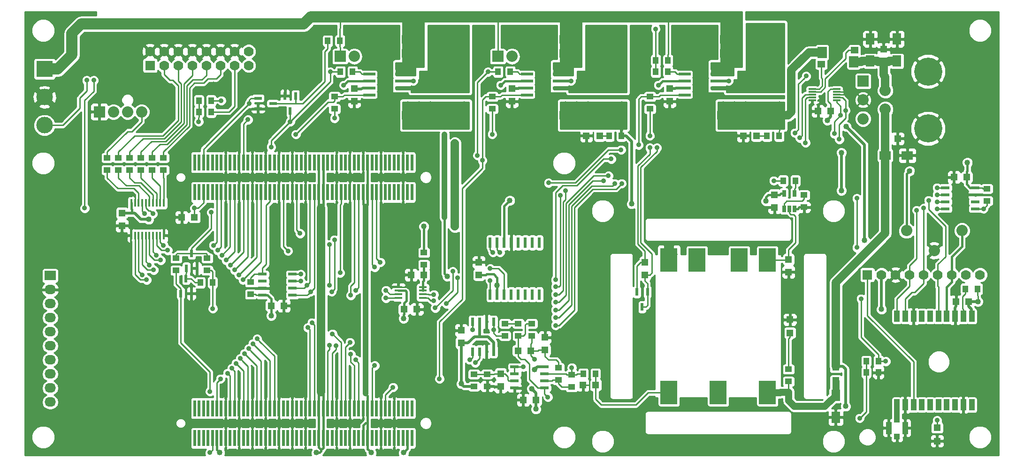
<source format=gbr>
G04 #@! TF.FileFunction,Copper,L1,Top,Signal*
%FSLAX46Y46*%
G04 Gerber Fmt 4.6, Leading zero omitted, Abs format (unit mm)*
G04 Created by KiCad (PCBNEW (2015-12-09 BZR 6195)-product) date Wed Feb 22 22:36:30 2017*
%MOMM*%
G01*
G04 APERTURE LIST*
%ADD10C,0.100000*%
%ADD11C,1.016000*%
%ADD12R,1.000000X2.000000*%
%ADD13R,3.048000X4.191000*%
%ADD14R,1.778000X1.778000*%
%ADD15C,1.778000*%
%ADD16C,2.540000*%
%ADD17R,0.450000X1.450000*%
%ADD18R,1.600000X2.000000*%
%ADD19R,2.000000X1.600000*%
%ADD20C,5.080000*%
%ADD21R,3.400000X2.850000*%
%ADD22R,3.000000X3.000000*%
%ADD23C,3.000000*%
%ADD24C,2.040000*%
%ADD25R,2.040000X2.040000*%
%ADD26R,1.050000X2.200000*%
%ADD27R,1.000000X1.000000*%
%ADD28R,2.200000X0.500000*%
%ADD29R,1.300000X1.300000*%
%ADD30R,2.950000X4.900000*%
%ADD31R,2.400000X3.100000*%
%ADD32R,2.032000X2.032000*%
%ADD33O,2.032000X2.032000*%
%ADD34R,0.600000X1.550000*%
%ADD35R,1.550000X0.600000*%
%ADD36R,0.530000X1.980000*%
%ADD37R,1.397000X1.143000*%
%ADD38R,1.651000X2.006600*%
%ADD39R,1.450000X0.450000*%
%ADD40R,0.500000X3.000000*%
%ADD41R,1.400000X0.300000*%
%ADD42C,2.032000*%
%ADD43R,2.032000X1.727200*%
%ADD44O,2.032000X1.727200*%
%ADD45C,6.000000*%
%ADD46R,0.600000X1.400000*%
%ADD47R,1.400000X0.600000*%
%ADD48R,1.300000X1.000000*%
%ADD49R,1.000000X1.300000*%
%ADD50R,1.250000X1.300000*%
%ADD51R,1.300000X1.250000*%
%ADD52R,1.300000X1.500000*%
%ADD53R,0.700000X1.200000*%
%ADD54R,1.300000X1.200000*%
%ADD55R,1.200000X1.300000*%
%ADD56C,0.889000*%
%ADD57C,1.524000*%
%ADD58C,1.270000*%
%ADD59C,0.508000*%
%ADD60C,1.524000*%
%ADD61C,0.254000*%
%ADD62C,0.381000*%
%ADD63C,1.016000*%
%ADD64C,1.270000*%
%ADD65C,2.032000*%
G04 APERTURE END LIST*
D10*
D11*
X264160000Y-189230000D03*
X254000000Y-214630000D03*
X264922000Y-214630000D03*
X256540000Y-201168000D03*
X229870000Y-180340000D03*
X246380000Y-201168000D03*
D12*
X361842000Y-220727000D03*
X360342000Y-220727000D03*
X358842000Y-220727000D03*
X357342000Y-220727000D03*
X355842000Y-220727000D03*
X354342000Y-220727000D03*
X352842000Y-220727000D03*
X351342000Y-220727000D03*
X349842000Y-220727000D03*
X348342000Y-220727000D03*
X348342000Y-236727000D03*
X349842000Y-236727000D03*
X351342000Y-236727000D03*
X352842000Y-236727000D03*
X354342000Y-236727000D03*
X355842000Y-236727000D03*
X357342000Y-236727000D03*
X358842000Y-236727000D03*
X360342000Y-236727000D03*
X361842000Y-236727000D03*
D13*
X307213000Y-210502500D03*
X312293000Y-210502500D03*
X319913000Y-210502500D03*
X324993000Y-210502500D03*
X324993000Y-234505500D03*
X316103000Y-234505500D03*
X307213000Y-234505500D03*
D11*
X218440000Y-198120000D03*
X226695000Y-233680000D03*
X248920000Y-218440000D03*
X355600000Y-194310000D03*
D14*
X343027000Y-213217000D03*
D15*
X345567000Y-213217000D03*
X348107000Y-213217000D03*
X350647000Y-213217000D03*
X353187000Y-213217000D03*
X355727000Y-213217000D03*
X358267000Y-213217000D03*
X360807000Y-213217000D03*
X363347000Y-213217000D03*
D11*
X345440000Y-236220000D03*
X359156000Y-216535000D03*
X238506000Y-190246000D03*
X243459000Y-182499000D03*
X280670000Y-198120000D03*
X293370000Y-190500000D03*
X334010000Y-189230000D03*
X332740000Y-175260000D03*
X339598000Y-179578000D03*
X233680000Y-185420000D03*
X322580000Y-201676000D03*
X320040000Y-201676000D03*
X312420000Y-201676000D03*
X363220000Y-208280000D03*
X255270000Y-230632000D03*
X332740000Y-243840000D03*
X299720000Y-243840000D03*
X339090000Y-206756000D03*
X336550000Y-206756000D03*
X241300000Y-201168000D03*
X238760000Y-201168000D03*
X236220000Y-201168000D03*
X248920000Y-201168000D03*
X227584000Y-178816000D03*
X225044000Y-178816000D03*
X204470000Y-181610000D03*
X304673000Y-207645000D03*
X309753000Y-207645000D03*
X345440000Y-226060000D03*
X358140000Y-243840000D03*
X353060000Y-243840000D03*
X228600000Y-218440000D03*
X228600000Y-223520000D03*
X330200000Y-218440000D03*
X220980000Y-233680000D03*
X213360000Y-233680000D03*
X205740000Y-233680000D03*
X205740000Y-218440000D03*
X213360000Y-218440000D03*
X213360000Y-223520000D03*
X220980000Y-223520000D03*
X205740000Y-223520000D03*
X250698000Y-245364000D03*
X246126000Y-245364000D03*
X255270000Y-226060000D03*
X304800000Y-201676000D03*
X307340000Y-201676000D03*
X314960000Y-201676000D03*
X322571329Y-196858671D03*
D16*
X358648000Y-176530000D03*
X358648000Y-181610000D03*
X358648000Y-186690000D03*
X363728000Y-186690000D03*
X363728000Y-176530000D03*
D11*
X284353000Y-212090000D03*
X267970000Y-208280000D03*
X259080000Y-208280000D03*
X256540000Y-208280000D03*
X248920000Y-208280000D03*
X340360000Y-167132000D03*
X341630000Y-236220000D03*
X340360000Y-226060000D03*
X340360000Y-218440000D03*
X340360000Y-215900000D03*
X302260000Y-228600000D03*
X330200000Y-215900000D03*
X330200000Y-226060000D03*
X330200000Y-228600000D03*
X332740000Y-205740000D03*
X236220000Y-185420000D03*
X241300000Y-180340000D03*
X245237000Y-184277000D03*
X277368000Y-228473000D03*
X276860000Y-241300000D03*
X266700000Y-241300000D03*
X271780000Y-241300000D03*
X271780000Y-236220000D03*
X274320000Y-236220000D03*
X276860000Y-236220000D03*
X267970000Y-226060000D03*
X267970000Y-230632000D03*
X263525000Y-219202000D03*
X254000000Y-218440000D03*
X261620000Y-201168000D03*
X264160000Y-201168000D03*
X220980000Y-187960000D03*
X228600000Y-187960000D03*
X233680000Y-187960000D03*
X238506000Y-187960000D03*
X240792000Y-190246000D03*
X279400000Y-204470000D03*
X270510000Y-195072000D03*
X294640000Y-223520000D03*
X294640000Y-228600000D03*
X294640000Y-226060000D03*
X294640000Y-210820000D03*
X294640000Y-208280000D03*
X294640000Y-205740000D03*
X281940000Y-204470000D03*
X284480000Y-204470000D03*
X280670000Y-195072000D03*
X278130000Y-195072000D03*
X275590000Y-195072000D03*
X260350000Y-226060000D03*
X262890000Y-226060000D03*
X262890000Y-230632000D03*
X260350000Y-230632000D03*
X248920000Y-210820000D03*
X220980000Y-218440000D03*
X220980000Y-205740000D03*
X255270000Y-233172000D03*
X241300000Y-233680000D03*
X238760000Y-233680000D03*
X238760000Y-228600000D03*
X241300000Y-228600000D03*
X241300000Y-218440000D03*
X236220000Y-208280000D03*
X241300000Y-208280000D03*
X236220000Y-210820000D03*
X238760000Y-210820000D03*
X241300000Y-210820000D03*
X353060000Y-218440000D03*
X354584000Y-203962000D03*
X347980000Y-208280000D03*
X350520000Y-208280000D03*
X355600000Y-167132000D03*
X353060000Y-167132000D03*
X350520000Y-167132000D03*
X345440000Y-167132000D03*
X342900000Y-167132000D03*
X335280000Y-167132000D03*
X332740000Y-167132000D03*
X330200000Y-167132000D03*
X348488000Y-194310000D03*
X348488000Y-201930000D03*
X336550000Y-196596000D03*
X339852000Y-197612000D03*
X341376000Y-195834000D03*
X343916000Y-201930000D03*
X343916000Y-199390000D03*
X343916000Y-196850000D03*
X343916000Y-186690000D03*
X343916000Y-189230000D03*
X339852000Y-189230000D03*
X207264000Y-178816000D03*
X209804000Y-178816000D03*
X212344000Y-178816000D03*
X214884000Y-178816000D03*
X214884000Y-181356000D03*
X217424000Y-181356000D03*
X214884000Y-183896000D03*
X217424000Y-183896000D03*
X215392000Y-186944000D03*
X213360000Y-186944000D03*
X198120000Y-203200000D03*
X203200000Y-203200000D03*
X205740000Y-203200000D03*
X203200000Y-198120000D03*
X203200000Y-195580000D03*
X203200000Y-193040000D03*
X207010000Y-186182000D03*
X204470000Y-186182000D03*
X204470000Y-188722000D03*
X198120000Y-198120000D03*
X198120000Y-195580000D03*
X198120000Y-193040000D03*
X197866000Y-178562000D03*
X197866000Y-183642000D03*
D17*
X210224000Y-206128999D03*
X210874000Y-206128999D03*
X211524000Y-206128999D03*
X212174000Y-206128999D03*
X212824000Y-206128999D03*
X213474000Y-206128999D03*
X214124000Y-206128999D03*
X214774000Y-206128999D03*
X215424000Y-206128999D03*
X216074000Y-206128999D03*
X216074000Y-200228999D03*
X215424000Y-200228999D03*
X214774000Y-200228999D03*
X214124000Y-200228999D03*
X213474000Y-200228999D03*
X212824000Y-200228999D03*
X212174000Y-200228999D03*
X211524000Y-200228999D03*
X210874000Y-200228999D03*
X210224000Y-200228999D03*
D18*
X337312000Y-234982000D03*
X337312000Y-238982000D03*
D19*
X317468000Y-170688000D03*
X313468000Y-170688000D03*
X288512000Y-170688000D03*
X284512000Y-170688000D03*
X260064000Y-170688000D03*
X256064000Y-170688000D03*
X317468000Y-173228000D03*
X313468000Y-173228000D03*
X288512000Y-173228000D03*
X284512000Y-173228000D03*
X260064000Y-173228000D03*
X256064000Y-173228000D03*
X316960000Y-184404000D03*
X312960000Y-184404000D03*
X288512000Y-184404000D03*
X284512000Y-184404000D03*
X260064000Y-184404000D03*
X256064000Y-184404000D03*
D20*
X353974400Y-186753500D03*
X353974400Y-176466500D03*
D21*
X324104000Y-177065000D03*
X324104000Y-183615000D03*
X295656000Y-177065000D03*
X295656000Y-183615000D03*
X267208000Y-177065000D03*
X267208000Y-183615000D03*
D22*
X194564000Y-176022000D03*
D23*
X194564000Y-181102000D03*
X194564000Y-186182000D03*
D24*
X212090000Y-183769000D03*
X209550000Y-183769000D03*
D25*
X204470000Y-183769000D03*
D24*
X207010000Y-183769000D03*
D26*
X346886000Y-240919000D03*
X349836000Y-240919000D03*
D27*
X348361000Y-242419000D03*
X348361000Y-239419000D03*
D28*
X310053000Y-176911000D03*
X310053000Y-178181000D03*
X310053000Y-179451000D03*
X310053000Y-180721000D03*
X315803000Y-180721000D03*
X315803000Y-179451000D03*
X315803000Y-178181000D03*
X315803000Y-176911000D03*
D29*
X313578000Y-180116000D03*
X313578000Y-177516000D03*
X312278000Y-180116000D03*
X312278000Y-177516000D03*
X312278000Y-178816000D03*
X313578000Y-178816000D03*
D30*
X312928000Y-178816000D03*
D31*
X312928000Y-178816000D03*
D28*
X281605000Y-176911000D03*
X281605000Y-178181000D03*
X281605000Y-179451000D03*
X281605000Y-180721000D03*
X287355000Y-180721000D03*
X287355000Y-179451000D03*
X287355000Y-178181000D03*
X287355000Y-176911000D03*
D29*
X285130000Y-180116000D03*
X285130000Y-177516000D03*
X283830000Y-180116000D03*
X283830000Y-177516000D03*
X283830000Y-178816000D03*
X285130000Y-178816000D03*
D30*
X284480000Y-178816000D03*
D31*
X284480000Y-178816000D03*
D28*
X253157000Y-176911000D03*
X253157000Y-178181000D03*
X253157000Y-179451000D03*
X253157000Y-180721000D03*
X258907000Y-180721000D03*
X258907000Y-179451000D03*
X258907000Y-178181000D03*
X258907000Y-176911000D03*
D29*
X256682000Y-180116000D03*
X256682000Y-177516000D03*
X255382000Y-180116000D03*
X255382000Y-177516000D03*
X255382000Y-178816000D03*
X256682000Y-178816000D03*
D30*
X256032000Y-178816000D03*
D31*
X256032000Y-178816000D03*
D32*
X276352000Y-173736000D03*
D33*
X278892000Y-173736000D03*
D32*
X247904000Y-173736000D03*
D33*
X250444000Y-173736000D03*
D34*
X275590000Y-221709000D03*
X274320000Y-221709000D03*
X273050000Y-221709000D03*
X271780000Y-221709000D03*
X271780000Y-227109000D03*
X273050000Y-227109000D03*
X274320000Y-227109000D03*
X275590000Y-227109000D03*
D35*
X279367000Y-229870000D03*
X279367000Y-231140000D03*
X279367000Y-232410000D03*
X279367000Y-233680000D03*
X284767000Y-233680000D03*
X284767000Y-232410000D03*
X284767000Y-231140000D03*
X284767000Y-229870000D03*
X239301000Y-216916000D03*
X239301000Y-215646000D03*
X239301000Y-214376000D03*
X239301000Y-213106000D03*
X233901000Y-213106000D03*
X233901000Y-214376000D03*
X233901000Y-215646000D03*
X233901000Y-216916000D03*
X357091000Y-197485000D03*
X357091000Y-198755000D03*
X357091000Y-200025000D03*
X357091000Y-201295000D03*
X362491000Y-201295000D03*
X362491000Y-200025000D03*
X362491000Y-198755000D03*
X362491000Y-197485000D03*
D36*
X274955000Y-216775000D03*
X276225000Y-216775000D03*
X277495000Y-216775000D03*
X278765000Y-216775000D03*
X280035000Y-216775000D03*
X281305000Y-216775000D03*
X282575000Y-216775000D03*
X283845000Y-216775000D03*
X283845000Y-207405000D03*
X282575000Y-207405000D03*
X281305000Y-207405000D03*
X280035000Y-207405000D03*
X278765000Y-207405000D03*
X277495000Y-207405000D03*
X276225000Y-207405000D03*
X274955000Y-207405000D03*
D18*
X343535000Y-174593000D03*
X343535000Y-170593000D03*
D19*
X346234000Y-191643000D03*
X350234000Y-191643000D03*
D37*
X334708500Y-175133000D03*
X340677500Y-172593000D03*
D38*
X334835500Y-173024800D03*
X340550500Y-174701200D03*
D39*
X258404000Y-215433000D03*
X258404000Y-216083000D03*
X258404000Y-216733000D03*
X258404000Y-217383000D03*
X262804000Y-217383000D03*
X262804000Y-216733000D03*
X262804000Y-216083000D03*
X262804000Y-215433000D03*
D40*
X221647200Y-192892700D03*
X221647200Y-198292700D03*
X222447200Y-192892700D03*
X222447200Y-198292700D03*
X223247200Y-192892700D03*
X223247200Y-198292700D03*
X224047200Y-192892700D03*
X224047200Y-198292700D03*
X224847200Y-192892700D03*
X224847200Y-198292700D03*
X225647200Y-192892700D03*
X225647200Y-198292700D03*
X226447200Y-192892700D03*
X226447200Y-198292700D03*
X227247200Y-192892700D03*
X227247200Y-198292700D03*
X228047200Y-192892700D03*
X228047200Y-198292700D03*
X228847200Y-192892700D03*
X228847200Y-198292700D03*
X229647200Y-192892700D03*
X229647200Y-198292700D03*
X230447200Y-192892700D03*
X230447200Y-198292700D03*
X231247200Y-192892700D03*
X231247200Y-198292700D03*
X232047200Y-192892700D03*
X232047200Y-198292700D03*
X232847200Y-192892700D03*
X232847200Y-198292700D03*
X233647200Y-192892700D03*
X233647200Y-198292700D03*
X234447200Y-192892700D03*
X234447200Y-198292700D03*
X235247200Y-192892700D03*
X235247200Y-198292700D03*
X236047200Y-192892700D03*
X236047200Y-198292700D03*
X236847200Y-192892700D03*
X236847200Y-198292700D03*
X237647200Y-192892700D03*
X237647200Y-198292700D03*
X238447200Y-192892700D03*
X238447200Y-198292700D03*
X239247200Y-192892700D03*
X239247200Y-198292700D03*
X240047200Y-192892700D03*
X240047200Y-198292700D03*
X240847200Y-192892700D03*
X240847200Y-198292700D03*
X241647200Y-192892700D03*
X241647200Y-198292700D03*
X242447200Y-192892700D03*
X242447200Y-198292700D03*
X243247200Y-192892700D03*
X243247200Y-198292700D03*
X244047200Y-192892700D03*
X244047200Y-198292700D03*
X244847200Y-192892700D03*
X244847200Y-198292700D03*
X245647200Y-192892700D03*
X245647200Y-198292700D03*
X246447200Y-192892700D03*
X246447200Y-198292700D03*
X247247200Y-192892700D03*
X247247200Y-198292700D03*
X248047200Y-192892700D03*
X248047200Y-198292700D03*
X248847200Y-192892700D03*
X248847200Y-198292700D03*
X249647200Y-192892700D03*
X249647200Y-198292700D03*
X250447200Y-192892700D03*
X250447200Y-198292700D03*
X251247200Y-192892700D03*
X251247200Y-198292700D03*
X252047200Y-192892700D03*
X252047200Y-198292700D03*
X252847200Y-192892700D03*
X252847200Y-198292700D03*
X253647200Y-192892700D03*
X253647200Y-198292700D03*
X254447200Y-192892700D03*
X254447200Y-198292700D03*
X255247200Y-192892700D03*
X255247200Y-198292700D03*
X256047200Y-192892700D03*
X256047200Y-198292700D03*
X256847200Y-192892700D03*
X256847200Y-198292700D03*
X257647200Y-192892700D03*
X257647200Y-198292700D03*
X258447200Y-192892700D03*
X258447200Y-198292700D03*
X259247200Y-192892700D03*
X259247200Y-198292700D03*
X260047200Y-192892700D03*
X260047200Y-198292700D03*
X260847200Y-192892700D03*
X260847200Y-198292700D03*
X221647200Y-237342700D03*
X221647200Y-242742700D03*
X222447200Y-237342700D03*
X222447200Y-242742700D03*
X223247200Y-237342700D03*
X223247200Y-242742700D03*
X224047200Y-237342700D03*
X224047200Y-242742700D03*
X224847200Y-237342700D03*
X224847200Y-242742700D03*
X225647200Y-237342700D03*
X225647200Y-242742700D03*
X226447200Y-237342700D03*
X226447200Y-242742700D03*
X227247200Y-237342700D03*
X227247200Y-242742700D03*
X228047200Y-237342700D03*
X228047200Y-242742700D03*
X228847200Y-237342700D03*
X228847200Y-242742700D03*
X229647200Y-237342700D03*
X229647200Y-242742700D03*
X230447200Y-237342700D03*
X230447200Y-242742700D03*
X231247200Y-237342700D03*
X231247200Y-242742700D03*
X232047200Y-237342700D03*
X232047200Y-242742700D03*
X232847200Y-237342700D03*
X232847200Y-242742700D03*
X233647200Y-237342700D03*
X233647200Y-242742700D03*
X234447200Y-237342700D03*
X234447200Y-242742700D03*
X235247200Y-237342700D03*
X235247200Y-242742700D03*
X236047200Y-237342700D03*
X236047200Y-242742700D03*
X236847200Y-237342700D03*
X236847200Y-242742700D03*
X237647200Y-237342700D03*
X237647200Y-242742700D03*
X238447200Y-237342700D03*
X238447200Y-242742700D03*
X239247200Y-237342700D03*
X239247200Y-242742700D03*
X240047200Y-237342700D03*
X240047200Y-242742700D03*
X240847200Y-237342700D03*
X240847200Y-242742700D03*
X241647200Y-237342700D03*
X241647200Y-242742700D03*
X242447200Y-237342700D03*
X242447200Y-242742700D03*
X243247200Y-237342700D03*
X243247200Y-242742700D03*
X244047200Y-237342700D03*
X244047200Y-242742700D03*
X244847200Y-237342700D03*
X244847200Y-242742700D03*
X245647200Y-237342700D03*
X245647200Y-242742700D03*
X246447200Y-237342700D03*
X246447200Y-242742700D03*
X247247200Y-237342700D03*
X247247200Y-242742700D03*
X248047200Y-237342700D03*
X248047200Y-242742700D03*
X248847200Y-237342700D03*
X248847200Y-242742700D03*
X249647200Y-237342700D03*
X249647200Y-242742700D03*
X250447200Y-237342700D03*
X250447200Y-242742700D03*
X251247200Y-237342700D03*
X251247200Y-242742700D03*
X252047200Y-237342700D03*
X252047200Y-242742700D03*
X252847200Y-237342700D03*
X252847200Y-242742700D03*
X253647200Y-237342700D03*
X253647200Y-242742700D03*
X254447200Y-237342700D03*
X254447200Y-242742700D03*
X255247200Y-237342700D03*
X255247200Y-242742700D03*
X256047200Y-237342700D03*
X256047200Y-242742700D03*
X256847200Y-237342700D03*
X256847200Y-242742700D03*
X257647200Y-237342700D03*
X257647200Y-242742700D03*
X258447200Y-237342700D03*
X258447200Y-242742700D03*
X259247200Y-237342700D03*
X259247200Y-242742700D03*
X260047200Y-237342700D03*
X260047200Y-242742700D03*
X260847200Y-237342700D03*
X260847200Y-242742700D03*
D41*
X333080000Y-179644800D03*
X333080000Y-180144800D03*
X333080000Y-180644800D03*
X333080000Y-181144800D03*
X333080000Y-181644800D03*
X337480000Y-181644800D03*
X337480000Y-181144800D03*
X337480000Y-180644800D03*
X337480000Y-180144800D03*
X337480000Y-179644800D03*
D11*
X197866000Y-181102000D03*
D16*
X363728000Y-181610000D03*
D42*
X342239600Y-181610000D03*
D32*
X342239600Y-178206400D03*
D42*
X342239600Y-185013600D03*
X346240100Y-183311800D03*
X346240100Y-179908200D03*
D43*
X195580000Y-213360000D03*
D44*
X195580000Y-215900000D03*
X195580000Y-218440000D03*
X195580000Y-220980000D03*
X195580000Y-223520000D03*
X195580000Y-226060000D03*
X195580000Y-228600000D03*
X195580000Y-231140000D03*
X195580000Y-233680000D03*
X195580000Y-236220000D03*
D18*
X348361000Y-174593000D03*
X348361000Y-170593000D03*
D24*
X355092000Y-208832000D03*
X350092000Y-205232000D03*
X360092000Y-205232000D03*
D45*
X204704000Y-174387000D03*
X240304000Y-174387000D03*
D14*
X213614000Y-175387000D03*
D15*
X213614000Y-172847000D03*
X216154000Y-175387000D03*
X216154000Y-172847000D03*
X218694000Y-175387000D03*
X218694000Y-172847000D03*
X221234000Y-175387000D03*
X221234000Y-172847000D03*
X223774000Y-175387000D03*
X223774000Y-172847000D03*
X226314000Y-175387000D03*
X226314000Y-172847000D03*
X228854000Y-175387000D03*
X228854000Y-172847000D03*
X231394000Y-175387000D03*
X231394000Y-172847000D03*
D46*
X219141000Y-216615000D03*
X221041000Y-216615000D03*
X220091000Y-213915000D03*
X220157000Y-212043000D03*
X222057000Y-212043000D03*
X221107000Y-209343000D03*
D47*
X233092000Y-181295000D03*
X233092000Y-183195000D03*
X235792000Y-182245000D03*
D46*
X239837000Y-180895000D03*
X237937000Y-180895000D03*
X238887000Y-183595000D03*
D48*
X272034000Y-231183000D03*
X272034000Y-233383000D03*
X274447000Y-233383000D03*
X274447000Y-231183000D03*
X263017000Y-211412000D03*
X263017000Y-209212000D03*
X277622000Y-222039000D03*
X277622000Y-224239000D03*
X280035000Y-224239000D03*
X280035000Y-222039000D03*
X282448000Y-224239000D03*
X282448000Y-222039000D03*
X331597000Y-200998000D03*
X331597000Y-198798000D03*
D49*
X330030000Y-196215000D03*
X327830000Y-196215000D03*
D48*
X287274000Y-232240000D03*
X287274000Y-230040000D03*
X289687000Y-231310000D03*
X289687000Y-233510000D03*
D49*
X291762000Y-231140000D03*
X293962000Y-231140000D03*
X342816000Y-228854000D03*
X345016000Y-228854000D03*
X345016000Y-230886000D03*
X342816000Y-230886000D03*
X360723000Y-215773000D03*
X362923000Y-215773000D03*
X224620000Y-181737000D03*
X222420000Y-181737000D03*
D48*
X207899000Y-194267000D03*
X207899000Y-192067000D03*
X209931000Y-194267000D03*
X209931000Y-192067000D03*
X211963000Y-194267000D03*
X211963000Y-192067000D03*
X213995000Y-194267000D03*
X213995000Y-192067000D03*
X205867000Y-194267000D03*
X205867000Y-192067000D03*
D49*
X222420000Y-183769000D03*
X224620000Y-183769000D03*
X224874000Y-214630000D03*
X222674000Y-214630000D03*
D48*
X218313000Y-210228000D03*
X218313000Y-212428000D03*
X223901000Y-212428000D03*
X223901000Y-210228000D03*
X216027000Y-194267000D03*
X216027000Y-192067000D03*
D49*
X304843000Y-174498000D03*
X307043000Y-174498000D03*
X304843000Y-176530000D03*
X307043000Y-176530000D03*
X276395000Y-176530000D03*
X278595000Y-176530000D03*
X247947000Y-176530000D03*
X250147000Y-176530000D03*
D48*
X303784000Y-181018000D03*
X303784000Y-183218000D03*
X275336000Y-181018000D03*
X275336000Y-183218000D03*
X246888000Y-181018000D03*
X246888000Y-183218000D03*
D49*
X247861000Y-170942000D03*
X245661000Y-170942000D03*
D46*
X303337000Y-216328000D03*
X301437000Y-216328000D03*
X302387000Y-219028000D03*
D50*
X272923000Y-210940000D03*
X272923000Y-213240000D03*
D51*
X358641000Y-195580000D03*
X360941000Y-195580000D03*
X237751000Y-218821000D03*
X235451000Y-218821000D03*
D50*
X250444000Y-181871000D03*
X250444000Y-179571000D03*
X278892000Y-181871000D03*
X278892000Y-179571000D03*
X307340000Y-181871000D03*
X307340000Y-179571000D03*
D51*
X219322000Y-202819000D03*
X221622000Y-202819000D03*
D50*
X208534000Y-204350000D03*
X208534000Y-202050000D03*
D51*
X359022000Y-218059000D03*
X361322000Y-218059000D03*
D50*
X326263000Y-201048000D03*
X326263000Y-198748000D03*
D51*
X291712000Y-233172000D03*
X294012000Y-233172000D03*
X348495000Y-188595000D03*
X346195000Y-188595000D03*
D50*
X345948000Y-172459000D03*
X345948000Y-174759000D03*
X328803000Y-212732000D03*
X328803000Y-210432000D03*
X302895000Y-210940000D03*
X302895000Y-213240000D03*
D51*
X334130000Y-183642000D03*
X336430000Y-183642000D03*
D50*
X284861000Y-224529000D03*
X284861000Y-226829000D03*
D51*
X282328000Y-226949000D03*
X280028000Y-226949000D03*
D50*
X269748000Y-223259000D03*
X269748000Y-225559000D03*
D51*
X260724000Y-213233000D03*
X263024000Y-213233000D03*
D50*
X276860000Y-233433000D03*
X276860000Y-231133000D03*
D51*
X261754000Y-219456000D03*
X259454000Y-219456000D03*
X280917000Y-235839000D03*
X283217000Y-235839000D03*
D52*
X337312000Y-229790000D03*
X337312000Y-232490000D03*
D53*
X327980000Y-201298000D03*
X328930000Y-201298000D03*
X329880000Y-201298000D03*
X329880000Y-198498000D03*
X327980000Y-198498000D03*
D54*
X329057000Y-221304000D03*
X329057000Y-223704000D03*
X355600000Y-243262000D03*
X355600000Y-240862000D03*
D55*
X320618000Y-188087000D03*
X323018000Y-188087000D03*
X292297000Y-188087000D03*
X294697000Y-188087000D03*
D48*
X328803000Y-230294000D03*
X328803000Y-232494000D03*
D49*
X324909000Y-188087000D03*
X327109000Y-188087000D03*
X296461000Y-188087000D03*
X298661000Y-188087000D03*
D48*
X231775000Y-214546000D03*
X231775000Y-216746000D03*
X364617000Y-199855000D03*
X364617000Y-197655000D03*
D11*
X339090000Y-236982000D03*
X269748000Y-232918000D03*
X283210000Y-237490000D03*
X282956056Y-230378000D03*
X282448000Y-233807006D03*
X286512000Y-168656000D03*
X284480000Y-168656000D03*
X282448000Y-168656000D03*
X314960000Y-186436000D03*
X312928000Y-186436000D03*
X310896000Y-186436000D03*
X286512000Y-186436000D03*
X284480000Y-186436000D03*
X282448000Y-186436000D03*
X254000000Y-186436000D03*
X256032000Y-186436000D03*
X258064000Y-186436000D03*
X315468000Y-168656000D03*
X313436000Y-168656000D03*
X311404000Y-168656000D03*
X311404000Y-170688000D03*
X313436000Y-175260000D03*
X311404000Y-175260000D03*
X311404000Y-173228000D03*
X314960000Y-182372000D03*
X312928000Y-182372000D03*
X310896000Y-182372000D03*
X310896000Y-184404000D03*
X286512000Y-182372000D03*
X284480000Y-182372000D03*
X282448000Y-182372000D03*
X282448000Y-184404000D03*
X282448000Y-170688000D03*
X284480000Y-175260000D03*
X282448000Y-175260000D03*
X282448000Y-173228000D03*
X254000000Y-168655992D03*
X258064000Y-168656000D03*
X256032000Y-168656000D03*
X254000000Y-170688000D03*
X256032000Y-175260000D03*
X254000000Y-175260000D03*
X254000000Y-173228000D03*
X258064000Y-182372000D03*
X256032000Y-182372000D03*
X254000000Y-182372000D03*
X254000000Y-184404000D03*
X361061000Y-192913000D03*
X267208000Y-213487000D03*
X300482000Y-200406000D03*
X338328000Y-191135000D03*
X235458000Y-220599000D03*
X266700000Y-187833000D03*
D56*
X275336000Y-187833000D03*
D11*
X253492000Y-245364000D03*
X259334000Y-245364000D03*
X338328000Y-197993000D03*
X259334000Y-221107000D03*
X252476006Y-202818980D03*
X266700000Y-202818980D03*
X213360000Y-203200000D03*
X324739000Y-199898000D03*
X298704000Y-182372000D03*
X298704000Y-184404000D03*
X298704000Y-186436000D03*
X292608000Y-182372000D03*
X292608000Y-184404000D03*
X292608000Y-186436000D03*
X295656000Y-186436000D03*
X288544000Y-186436000D03*
X290576000Y-186436000D03*
X288544000Y-182372000D03*
X290576000Y-182372000D03*
X290576000Y-184404000D03*
X276225000Y-215138000D03*
X252476000Y-220598978D03*
X263017000Y-204470000D03*
D57*
X268605000Y-204470000D03*
X244475000Y-204470000D03*
D56*
X244475000Y-219329000D03*
X224917000Y-219329000D03*
D57*
X268605000Y-189484000D03*
D56*
X303784000Y-188087000D03*
D11*
X243586000Y-245364000D03*
X226187020Y-245364000D03*
X335788000Y-185293001D03*
X324104000Y-186436000D03*
X327152000Y-186436000D03*
X327152000Y-184404000D03*
X327152000Y-182372000D03*
X316992000Y-186436000D03*
X319024000Y-186436000D03*
X321056000Y-182372000D03*
X321056000Y-184404000D03*
X321056000Y-186436000D03*
X316992000Y-182372000D03*
X319024000Y-182372000D03*
X319024000Y-184404000D03*
X339217000Y-186436000D03*
X342519000Y-207010010D03*
X345567000Y-219456006D03*
D56*
X318008000Y-178181000D03*
X322199000Y-179705000D03*
X289560000Y-178181000D03*
X293751000Y-179705000D03*
X261112000Y-178181000D03*
X265303000Y-179705000D03*
X305308000Y-178943000D03*
X276860000Y-178943000D03*
X246888000Y-184912000D03*
D11*
X270256000Y-182372000D03*
X270256000Y-184404000D03*
X270256000Y-186436000D03*
X264160000Y-182372000D03*
X264160000Y-184404000D03*
X264160000Y-186436000D03*
X267208000Y-186436000D03*
X260096000Y-182372000D03*
X262128000Y-182372000D03*
X260096000Y-186436000D03*
X262128000Y-186436000D03*
X262128000Y-184404000D03*
D56*
X248539000Y-178943000D03*
X256159000Y-217424000D03*
X249808994Y-216916000D03*
X256159000Y-216027000D03*
X250698000Y-216027000D03*
X326136000Y-196215000D03*
X238506006Y-208915000D03*
X257429000Y-233553000D03*
X341630000Y-239141000D03*
X222377000Y-185547000D03*
X304800000Y-168783000D03*
X202184000Y-178054000D03*
X272669000Y-191643000D03*
X238887000Y-185547000D03*
X274574000Y-176530000D03*
X246126000Y-176530000D03*
X235458000Y-190119006D03*
X224663000Y-201930000D03*
X231521000Y-182245000D03*
X301752000Y-189738000D03*
X273558000Y-192532000D03*
X239903000Y-187833000D03*
X226314000Y-232029000D03*
X265811000Y-232029000D03*
X255143000Y-210947000D03*
X276733000Y-209169000D03*
X254127000Y-211836000D03*
X275463000Y-209169000D03*
X246380000Y-216281000D03*
X242570000Y-216281000D03*
X246888004Y-206883000D03*
X355600000Y-197485000D03*
X245999000Y-215138000D03*
X241935000Y-215138000D03*
X245999000Y-207772000D03*
X355600000Y-198755000D03*
X297434000Y-196723000D03*
X247142000Y-226060000D03*
X351917000Y-201549000D03*
X286766000Y-220980000D03*
X295402000Y-196215000D03*
X245999000Y-225933000D03*
X286766000Y-219583000D03*
X353187000Y-201168000D03*
X285496000Y-196596000D03*
X329946000Y-187579000D03*
X298577000Y-190627000D03*
X240665000Y-205740000D03*
X331978004Y-177292000D03*
X271780000Y-223139000D03*
X249809000Y-227584000D03*
X250698004Y-228600000D03*
X271263583Y-228590338D03*
X254127000Y-229616000D03*
X272288000Y-229108000D03*
X298704000Y-196723000D03*
X249682000Y-225425000D03*
X286765994Y-222377000D03*
X341122000Y-208280000D03*
X341122002Y-199390000D03*
X296291000Y-195326000D03*
X246507000Y-223901000D03*
X286766000Y-218186000D03*
X354076000Y-199771000D03*
D11*
X278511000Y-199771000D03*
X350647000Y-194437000D03*
D56*
X231267000Y-185166000D03*
X226441000Y-181737000D03*
X213487000Y-211455000D03*
X228092000Y-211455000D03*
X215519000Y-210566000D03*
X227330000Y-210566000D03*
X214757000Y-209677000D03*
X226568000Y-209677000D03*
X216789000Y-208788000D03*
X225806000Y-208788000D03*
X230378000Y-214122000D03*
X212979000Y-214122000D03*
X285369000Y-235331000D03*
X280923990Y-229870000D03*
X282956000Y-228473000D03*
X305054000Y-190246000D03*
X330835000Y-188468000D03*
X303784000Y-190246000D03*
X331851000Y-189357000D03*
D11*
X362966006Y-218059000D03*
D56*
X287655000Y-198882000D03*
X264795000Y-216789000D03*
X286766000Y-215392000D03*
X337947000Y-188722000D03*
X339090000Y-183515000D03*
X275590000Y-223138996D03*
X288544000Y-197993000D03*
X264795000Y-217932000D03*
X286766000Y-216789000D03*
X337058006Y-187706000D03*
X338201000Y-184404000D03*
X240792000Y-214376000D03*
X240792000Y-213106000D03*
X355600000Y-200024990D03*
X355600000Y-201294994D03*
X289687000Y-229997000D03*
D58*
X328803000Y-234422000D03*
D11*
X259207000Y-175260000D03*
X316611000Y-175260000D03*
X287655000Y-175260000D03*
D56*
X203454000Y-178054000D03*
X201803000Y-201168000D03*
X221615000Y-201167984D03*
X228854000Y-212344000D03*
X214249000Y-212344000D03*
X212217000Y-213233000D03*
X229616000Y-213233000D03*
X214122000Y-202184000D03*
X212598000Y-202184000D03*
X232918000Y-224790000D03*
X232156000Y-225679004D03*
X231394000Y-226568000D03*
X230632000Y-227457000D03*
X229870002Y-228345998D03*
X229108001Y-229234999D03*
X228346000Y-230124000D03*
X227584008Y-231013000D03*
X216027000Y-207899000D03*
X225044000Y-207899000D03*
X224409000Y-245364000D03*
X224409000Y-234315000D03*
X242062000Y-222758000D03*
X269113000Y-213741000D03*
X267081000Y-218440000D03*
X274955000Y-214248990D03*
X341884000Y-217551000D03*
X346329000Y-228854000D03*
X355600000Y-239522000D03*
X296799000Y-192278000D03*
X247904000Y-212852000D03*
X363982000Y-201295000D03*
X286766000Y-214122000D03*
X242824000Y-221869000D03*
X265049000Y-219202000D03*
X268224000Y-212598000D03*
X274955000Y-212090000D03*
D59*
X269748000Y-225559000D02*
X270981000Y-225559000D01*
X270981000Y-225559000D02*
X272131000Y-224409000D01*
X272131000Y-224409000D02*
X273050000Y-224409000D01*
X273050000Y-224409000D02*
X273050000Y-221709000D01*
X273050000Y-224409000D02*
X274574000Y-224409000D01*
X274574000Y-224409000D02*
X275590000Y-225425000D01*
X275590000Y-225425000D02*
X275590000Y-227109000D01*
X339090000Y-236982000D02*
X339090000Y-230251000D01*
X339090000Y-230251000D02*
X338629000Y-229790000D01*
X338629000Y-229790000D02*
X337312000Y-229790000D01*
X269748000Y-232918000D02*
X270213000Y-233383000D01*
X270213000Y-233383000D02*
X272034000Y-233383000D01*
X269748000Y-225559000D02*
X269748000Y-232918000D01*
X283210000Y-237490000D02*
X283210000Y-236728000D01*
X283210000Y-236728000D02*
X283217000Y-236721000D01*
X283217000Y-236721000D02*
X283217000Y-235839000D01*
X283217000Y-235839000D02*
X283217000Y-234576006D01*
X283217000Y-234576006D02*
X282448000Y-233807006D01*
D60*
X346195000Y-188595000D02*
X346195000Y-190072000D01*
X346195000Y-190072000D02*
X346234000Y-190111000D01*
X346195000Y-188595000D02*
X346195000Y-186951000D01*
X346195000Y-186951000D02*
X346240100Y-186905900D01*
X346240100Y-183311800D02*
X346240100Y-186905900D01*
X337312000Y-229790000D02*
X337312000Y-214630000D01*
X337312000Y-214630000D02*
X346202000Y-205740000D01*
X346202000Y-205740000D02*
X346202000Y-193294000D01*
X346202000Y-193294000D02*
X346234000Y-193262000D01*
X346234000Y-193262000D02*
X346234000Y-191643000D01*
D59*
X283464056Y-229870000D02*
X282956056Y-230378000D01*
X284767000Y-229870000D02*
X283464056Y-229870000D01*
D60*
X346234000Y-190111000D02*
X346234000Y-191643000D01*
D61*
X292862000Y-233172000D02*
X292862000Y-234315000D01*
X292862000Y-233172000D02*
X292862000Y-232029000D01*
X291712000Y-233172000D02*
X292862000Y-233172000D01*
X337480000Y-180144800D02*
X338894800Y-180144800D01*
X338894800Y-180144800D02*
X338963000Y-180213000D01*
X337480000Y-180644800D02*
X338912200Y-180644800D01*
X338912200Y-180644800D02*
X338963000Y-180594000D01*
X222057000Y-212043000D02*
X222057000Y-210886000D01*
X222057000Y-210886000D02*
X222250000Y-210693000D01*
X222250000Y-210693000D02*
X222504000Y-210693000D01*
X222504000Y-210693000D02*
X223139000Y-211328000D01*
X258404000Y-215433000D02*
X260055000Y-215433000D01*
D59*
X359022000Y-218059000D02*
X359022000Y-218955000D01*
X359022000Y-218955000D02*
X358842000Y-219135000D01*
D62*
X329880000Y-201298000D02*
X330451000Y-201298000D01*
X330451000Y-201298000D02*
X330751000Y-200998000D01*
X330751000Y-200998000D02*
X331597000Y-200998000D01*
X237751000Y-218821000D02*
X237751000Y-216669000D01*
X237751000Y-216669000D02*
X236728000Y-215646000D01*
D61*
X208534000Y-204350000D02*
X209543000Y-204350000D01*
X209543000Y-204350000D02*
X209550000Y-204343000D01*
X208534000Y-204350000D02*
X207144000Y-204350000D01*
X207144000Y-204350000D02*
X206629000Y-203835000D01*
X206629000Y-203835000D02*
X206629000Y-199390000D01*
X206629000Y-199390000D02*
X207337000Y-198682000D01*
X207337000Y-198682000D02*
X210620000Y-198682000D01*
X210620000Y-198682000D02*
X210874000Y-198936000D01*
X210874000Y-198936000D02*
X210874000Y-200228999D01*
X209550000Y-204343000D02*
X210185000Y-204343000D01*
X210185000Y-204343000D02*
X215519000Y-204343000D01*
X210224000Y-206128999D02*
X210224000Y-204763000D01*
X210224000Y-204763000D02*
X210185000Y-204724000D01*
X210185000Y-204724000D02*
X210185000Y-204343000D01*
X215519000Y-204343000D02*
X216074000Y-204898000D01*
X340969600Y-182880000D02*
X340614000Y-182880000D01*
X342239600Y-181610000D02*
X340969600Y-182880000D01*
X343509600Y-182880000D02*
X343916000Y-182880000D01*
X342239600Y-181610000D02*
X343509600Y-182880000D01*
X340969600Y-180340000D02*
X340614000Y-180340000D01*
X342239600Y-181610000D02*
X340969600Y-180340000D01*
X343509600Y-180340000D02*
X343916000Y-180340000D01*
X342239600Y-181610000D02*
X343509600Y-180340000D01*
X307213000Y-210502500D02*
X307213000Y-207645000D01*
X307213000Y-207645000D02*
X304673000Y-207645000D01*
D62*
X216074000Y-204898000D02*
X216074000Y-206128999D01*
D61*
X322571329Y-196858671D02*
X322580000Y-196850000D01*
X333080000Y-181644800D02*
X333080000Y-182032000D01*
X333080000Y-182032000D02*
X332486000Y-182626000D01*
D59*
X358842000Y-220727000D02*
X358842000Y-219135000D01*
D61*
X258404000Y-215433000D02*
X256962000Y-215433000D01*
X282448000Y-168656000D02*
X284480000Y-168656000D01*
X310896000Y-186436000D02*
X312928000Y-186436000D01*
X282448000Y-186436000D02*
X284480000Y-186436000D01*
X254000000Y-186436000D02*
X256032000Y-186436000D01*
X311404000Y-168656000D02*
X313436000Y-168656000D01*
X313468000Y-170688000D02*
X311404000Y-170688000D01*
X311404000Y-175260000D02*
X313436000Y-175260000D01*
X313468000Y-173228000D02*
X311404000Y-173228000D01*
X310896000Y-182372000D02*
X312928000Y-182372000D01*
X312960000Y-184404000D02*
X310896000Y-184404000D01*
X282448000Y-182372000D02*
X284480000Y-182372000D01*
X284512000Y-184404000D02*
X282448000Y-184404000D01*
X284512000Y-170688000D02*
X282448000Y-170688000D01*
X282448000Y-175260000D02*
X284480000Y-175260000D01*
X284512000Y-173228000D02*
X282448000Y-173228000D01*
X254000008Y-168656000D02*
X254000000Y-168655992D01*
X256032000Y-168656000D02*
X254000008Y-168656000D01*
X256064000Y-170688000D02*
X254000000Y-170688000D01*
X256064000Y-173228000D02*
X254000000Y-173228000D01*
X254000000Y-175260000D02*
X256032000Y-175260000D01*
X256064000Y-184404000D02*
X254000000Y-184404000D01*
X254000000Y-182372000D02*
X256032000Y-182372000D01*
D62*
X233901000Y-215646000D02*
X236728000Y-215646000D01*
D61*
X231775000Y-216746000D02*
X232621000Y-216746000D01*
X232621000Y-216746000D02*
X232791000Y-216916000D01*
X232791000Y-216916000D02*
X233901000Y-216916000D01*
D62*
X361061000Y-192913000D02*
X361061000Y-194437000D01*
X361061000Y-194437000D02*
X360941000Y-194557000D01*
X360941000Y-194557000D02*
X360941000Y-195580000D01*
X267208000Y-213487000D02*
X266700000Y-212979000D01*
X266700000Y-212979000D02*
X266700000Y-202818980D01*
D59*
X300482000Y-200406000D02*
X300482000Y-189103000D01*
X300482000Y-189103000D02*
X299466000Y-188087000D01*
X299466000Y-188087000D02*
X298661000Y-188087000D01*
X338328000Y-197993000D02*
X338328000Y-191135000D01*
D61*
X363898000Y-197655000D02*
X363728000Y-197485000D01*
X363728000Y-197485000D02*
X362491000Y-197485000D01*
X364617000Y-197655000D02*
X363898000Y-197655000D01*
D62*
X272923000Y-213240000D02*
X274186000Y-213240000D01*
X274186000Y-213240000D02*
X274320000Y-213106000D01*
X276225000Y-215138000D02*
X276225000Y-216775000D01*
D59*
X298704000Y-186436000D02*
X298704000Y-187071000D01*
X298704000Y-187071000D02*
X298661000Y-187114000D01*
X298661000Y-187114000D02*
X298661000Y-188087000D01*
D62*
X327980000Y-198498000D02*
X327409000Y-198498000D01*
X327409000Y-198498000D02*
X327159000Y-198748000D01*
D61*
X224620000Y-183769000D02*
X227838000Y-183769000D01*
D62*
X235451000Y-218821000D02*
X235451000Y-217544000D01*
X235451000Y-217544000D02*
X234823000Y-216916000D01*
X235451000Y-218821000D02*
X235451000Y-219830000D01*
X235451000Y-219830000D02*
X235458000Y-219837000D01*
X235458000Y-219837000D02*
X235458000Y-220599000D01*
X259454000Y-219456000D02*
X259454000Y-218320000D01*
X259644000Y-216083000D02*
X258404000Y-216083000D01*
X259454000Y-218320000D02*
X259842000Y-217932000D01*
X259842000Y-217932000D02*
X259842000Y-216281000D01*
X259842000Y-216281000D02*
X259644000Y-216083000D01*
X259454000Y-219456000D02*
X259454000Y-220352000D01*
X259454000Y-220352000D02*
X259334000Y-220472000D01*
X326263000Y-198748000D02*
X325157000Y-198748000D01*
X326263000Y-198748000D02*
X327159000Y-198748000D01*
X325157000Y-198748000D02*
X324739000Y-199166000D01*
X360941000Y-195580000D02*
X360941000Y-196857000D01*
X360941000Y-196857000D02*
X361569000Y-197485000D01*
D59*
X208534000Y-202050000D02*
X209543000Y-202050000D01*
X209543000Y-202050000D02*
X209550000Y-202057000D01*
D62*
X234823000Y-216916000D02*
X233901000Y-216916000D01*
X210224000Y-200228999D02*
X210224000Y-201334000D01*
X210224000Y-201334000D02*
X210312000Y-201422000D01*
X210312000Y-201422000D02*
X210312000Y-202057000D01*
D59*
X209550000Y-202057000D02*
X210312000Y-202057000D01*
X210312000Y-202057000D02*
X210820000Y-202057000D01*
X210820000Y-202057000D02*
X211963000Y-203200000D01*
X211963000Y-203200000D02*
X213360000Y-203200000D01*
D63*
X266700000Y-202818980D02*
X266700000Y-187833000D01*
D61*
X275336000Y-187833000D02*
X275336000Y-183218000D01*
D62*
X252476000Y-200914000D02*
X252857000Y-200533000D01*
X252857000Y-200533000D02*
X252857000Y-198302500D01*
X252857000Y-198302500D02*
X252847200Y-198292700D01*
X252047200Y-198292700D02*
X252047200Y-200485200D01*
X252047200Y-200485200D02*
X252476000Y-200914000D01*
D63*
X252476006Y-202818980D02*
X252476006Y-200914006D01*
D62*
X252847200Y-237342700D02*
X252847200Y-235067200D01*
X252847200Y-235067200D02*
X252476000Y-234696000D01*
X252984001Y-244856001D02*
X253492000Y-245364000D01*
X252847200Y-244719200D02*
X252984001Y-244856001D01*
X252847200Y-242742700D02*
X252847200Y-244719200D01*
X259841999Y-244856001D02*
X259334000Y-245364000D01*
X260047200Y-244650800D02*
X259841999Y-244856001D01*
X260047200Y-242742700D02*
X260047200Y-244650800D01*
X252847200Y-239697320D02*
X252847200Y-240030000D01*
X252847200Y-240030000D02*
X252847200Y-242742700D01*
X252476000Y-240030000D02*
X252847200Y-240030000D01*
X252047200Y-242742700D02*
X252047200Y-240458800D01*
X252047200Y-240458800D02*
X252476000Y-240030000D01*
X259334000Y-221107000D02*
X259334000Y-220472000D01*
D63*
X252476006Y-202818980D02*
X252476006Y-213614002D01*
D62*
X324739000Y-199898000D02*
X324739000Y-199166000D01*
X274320000Y-213106000D02*
X275590000Y-213106000D01*
X275590000Y-213106000D02*
X276225000Y-213741000D01*
X276225000Y-213741000D02*
X276225000Y-215138000D01*
D61*
X227838000Y-183769000D02*
X228854000Y-182753000D01*
X228854000Y-182753000D02*
X228854000Y-175387000D01*
D62*
X252847200Y-239697320D02*
X252847200Y-237342700D01*
X252847200Y-198292700D02*
X252847200Y-192892700D01*
D61*
X298704000Y-186436000D02*
X298704000Y-184404000D01*
X292608000Y-186436000D02*
X292608000Y-184404000D01*
X295656000Y-183615000D02*
X295656000Y-186436000D01*
X290576000Y-186436000D02*
X288544000Y-186436000D01*
X290576000Y-182372000D02*
X288544000Y-182372000D01*
X288512000Y-184404000D02*
X290576000Y-184404000D01*
D62*
X361569000Y-197485000D02*
X362491000Y-197485000D01*
D63*
X252476000Y-234696000D02*
X252476000Y-228600000D01*
X252476000Y-228600000D02*
X252476000Y-227838000D01*
X252476000Y-227838000D02*
X252476000Y-220598978D01*
X252476000Y-213614008D02*
X252476000Y-220598978D01*
X252476006Y-213614002D02*
X252476000Y-213614008D01*
D62*
X263017000Y-204470000D02*
X263017000Y-209212000D01*
D60*
X268605000Y-204470000D02*
X268605006Y-204469994D01*
X268605006Y-204469994D02*
X268605006Y-189484006D01*
X268605006Y-189484006D02*
X268605000Y-189484000D01*
X244475000Y-219329000D02*
X244475000Y-204470000D01*
X244475000Y-201168000D02*
X244475000Y-204470000D01*
D61*
X327152000Y-186436000D02*
X327152000Y-187198000D01*
X327152000Y-187198000D02*
X327109000Y-187241000D01*
X327109000Y-187241000D02*
X327109000Y-188087000D01*
D60*
X244475000Y-234442000D02*
X244475000Y-219329000D01*
D61*
X224917000Y-219329000D02*
X224917000Y-215519000D01*
X224917000Y-215519000D02*
X224874000Y-215476000D01*
X224874000Y-215476000D02*
X224874000Y-214630000D01*
X336430000Y-183642000D02*
X336430000Y-182379000D01*
X336430000Y-182379000D02*
X335915000Y-181864000D01*
X335915000Y-181864000D02*
X335915000Y-180086000D01*
X335915000Y-180086000D02*
X336356200Y-179644800D01*
X336356200Y-179644800D02*
X337480000Y-179644800D01*
D59*
X336430000Y-183642000D02*
X336430000Y-184651000D01*
X336430000Y-184651000D02*
X335788000Y-185293000D01*
X335788000Y-185293000D02*
X335788000Y-185293001D01*
D61*
X303784000Y-188087000D02*
X303784000Y-183468000D01*
X224874000Y-212682000D02*
X224874000Y-214630000D01*
X224620000Y-212428000D02*
X224874000Y-212682000D01*
X223901000Y-212428000D02*
X224620000Y-212428000D01*
D62*
X244047200Y-198292700D02*
X244047200Y-200740200D01*
X244047200Y-200740200D02*
X244475000Y-201168000D01*
X244475000Y-201168000D02*
X244847200Y-200795800D01*
X244847200Y-200795800D02*
X244847200Y-198292700D01*
X244047200Y-237342700D02*
X244047200Y-234869800D01*
X244047200Y-234869800D02*
X244475000Y-234442000D01*
X244475000Y-234442000D02*
X244856000Y-234823000D01*
X244856000Y-234823000D02*
X244856000Y-237333900D01*
X244856000Y-237333900D02*
X244847200Y-237342700D01*
X244475000Y-244856000D02*
X244475000Y-245110000D01*
X244475000Y-245110000D02*
X244221000Y-245364000D01*
X244221000Y-245364000D02*
X243586000Y-245364000D01*
X244475000Y-244856000D02*
X244847200Y-244483800D01*
X244847200Y-244483800D02*
X244847200Y-242742700D01*
X244047200Y-242742700D02*
X244047200Y-244428200D01*
X244047200Y-244428200D02*
X244475000Y-244856000D01*
X225647200Y-244824180D02*
X226187020Y-245364000D01*
X225647200Y-242742700D02*
X225647200Y-244824180D01*
D60*
X334835500Y-173024800D02*
X332486000Y-173024800D01*
X332486000Y-173024800D02*
X329311000Y-176199800D01*
X329311000Y-183769000D02*
X328676000Y-184404000D01*
X329311000Y-176199800D02*
X329311000Y-183769000D01*
X328676000Y-184404000D02*
X327152000Y-184404000D01*
D59*
X335808799Y-185293001D02*
X335788000Y-185293001D01*
D62*
X244847200Y-198292700D02*
X244856000Y-198301500D01*
X244047200Y-242742700D02*
X244047200Y-237342700D01*
X244847200Y-237342700D02*
X244847200Y-242742700D01*
X244047200Y-198292700D02*
X244047200Y-192892700D01*
X244847200Y-192892700D02*
X244847200Y-198292700D01*
D61*
X324104000Y-186436000D02*
X324104000Y-183615000D01*
X327152000Y-184404000D02*
X327152000Y-186436000D01*
X319024000Y-186436000D02*
X316992000Y-186436000D01*
X321056000Y-186436000D02*
X321056000Y-184404000D01*
X319024000Y-182372000D02*
X316992000Y-182372000D01*
X316960000Y-184404000D02*
X319024000Y-184404000D01*
D59*
X342519000Y-189738000D02*
X342519000Y-207010010D01*
X339217000Y-186436000D02*
X342519000Y-189738000D01*
X345567000Y-219456006D02*
X345567000Y-213217000D01*
X315803000Y-178181000D02*
X318008000Y-178181000D01*
X287355000Y-178181000D02*
X289560000Y-178181000D01*
X258907000Y-178181000D02*
X261112000Y-178181000D01*
X307340000Y-179571000D02*
X308363000Y-179571000D01*
X308363000Y-179571000D02*
X308483000Y-179451000D01*
X308483000Y-179451000D02*
X308483000Y-179461000D01*
X310053000Y-179451000D02*
X308483000Y-179451000D01*
X278892000Y-179571000D02*
X280042000Y-179571000D01*
X280042000Y-179571000D02*
X280162000Y-179451000D01*
X280162000Y-179451000D02*
X280142000Y-179471000D01*
X281605000Y-179451000D02*
X280162000Y-179451000D01*
X251968000Y-179451000D02*
X251748000Y-179671000D01*
X251748000Y-179671000D02*
X250444000Y-179671000D01*
X253157000Y-179451000D02*
X251968000Y-179451000D01*
D62*
X306070000Y-178181000D02*
X305308000Y-178943000D01*
X310053000Y-178181000D02*
X306070000Y-178181000D01*
X281605000Y-178181000D02*
X277622000Y-178181000D01*
X277622000Y-178181000D02*
X276860000Y-178943000D01*
D61*
X246888000Y-184912000D02*
X246888000Y-183218000D01*
X270256000Y-186436000D02*
X270256000Y-184404000D01*
X267208000Y-183615000D02*
X267208000Y-186436000D01*
X264160000Y-186436000D02*
X264160000Y-184404000D01*
X262128000Y-184404000D02*
X262128000Y-182372000D01*
X262128000Y-184404000D02*
X262128000Y-186436000D01*
D62*
X253157000Y-178181000D02*
X249301000Y-178181000D01*
X249301000Y-178181000D02*
X248539000Y-178943000D01*
D61*
X256159000Y-217424000D02*
X256794000Y-217424000D01*
X256794000Y-217424000D02*
X256835000Y-217383000D01*
X256835000Y-217383000D02*
X258404000Y-217383000D01*
X249808994Y-216287383D02*
X249808994Y-216916000D01*
X250447200Y-214626800D02*
X249808994Y-215265006D01*
X249808994Y-215265006D02*
X249808994Y-216287383D01*
X250447200Y-198292700D02*
X250447200Y-214626800D01*
X256159000Y-216027000D02*
X256865000Y-216733000D01*
X256865000Y-216733000D02*
X258404000Y-216733000D01*
X251142499Y-215582501D02*
X250698000Y-216027000D01*
X251247200Y-215477800D02*
X251142499Y-215582501D01*
X251247200Y-198292700D02*
X251247200Y-215477800D01*
X326136000Y-196215000D02*
X327830000Y-196215000D01*
X237647200Y-208056194D02*
X238061507Y-208470501D01*
X237647200Y-198292700D02*
X237647200Y-208056194D01*
X238061507Y-208470501D02*
X238506006Y-208915000D01*
X342816000Y-230886000D02*
X342816000Y-228854000D01*
X341630000Y-239141000D02*
X342816000Y-237955000D01*
X342816000Y-237955000D02*
X342816000Y-230886000D01*
X257429000Y-233553000D02*
X256047200Y-234934800D01*
X256047200Y-234934800D02*
X256047200Y-237342700D01*
X222377000Y-185547000D02*
X222377000Y-184785000D01*
X222377000Y-184785000D02*
X222420000Y-184742000D01*
X222420000Y-184742000D02*
X222420000Y-183769000D01*
X222420000Y-183769000D02*
X222420000Y-181737000D01*
X207899000Y-191817000D02*
X207899000Y-191008000D01*
X207899000Y-191008000D02*
X210820000Y-188087000D01*
X210820000Y-188087000D02*
X215900000Y-188087000D01*
X215900000Y-188087000D02*
X218694000Y-185293000D01*
X218694000Y-185293000D02*
X218694000Y-179070000D01*
X218694000Y-179070000D02*
X217678000Y-178054000D01*
X217678000Y-178054000D02*
X217170000Y-178054000D01*
X217170000Y-178054000D02*
X216154000Y-177038000D01*
X216154000Y-177038000D02*
X216154000Y-175387000D01*
X213474000Y-200228999D02*
X213474000Y-198996000D01*
X213474000Y-198996000D02*
X211582000Y-197104000D01*
X211582000Y-197104000D02*
X209296000Y-197104000D01*
X209296000Y-197104000D02*
X207899000Y-195707000D01*
X207899000Y-195707000D02*
X207899000Y-194517000D01*
X209931000Y-191817000D02*
X209931000Y-191008000D01*
X209931000Y-191008000D02*
X212344000Y-188595000D01*
X212344000Y-188595000D02*
X216154000Y-188595000D01*
X216154000Y-188595000D02*
X219202000Y-185547000D01*
X219202000Y-185547000D02*
X219202000Y-178689000D01*
X219202000Y-178689000D02*
X218694000Y-178181000D01*
X218694000Y-178181000D02*
X218694000Y-175387000D01*
X214124000Y-200228999D02*
X214124000Y-198757000D01*
X211963000Y-196596000D02*
X210820000Y-196596000D01*
X214124000Y-198757000D02*
X211963000Y-196596000D01*
X210820000Y-196596000D02*
X209931000Y-195707000D01*
X209931000Y-195707000D02*
X209931000Y-194517000D01*
X221234000Y-175387000D02*
X221234000Y-177165000D01*
X221234000Y-177165000D02*
X219710000Y-178689000D01*
X219710000Y-178689000D02*
X219710000Y-185801000D01*
X219710000Y-185801000D02*
X216408000Y-189103000D01*
X216408000Y-189103000D02*
X213868000Y-189103000D01*
X213868000Y-189103000D02*
X211963000Y-191008000D01*
X211963000Y-191008000D02*
X211963000Y-191817000D01*
X214774000Y-200228999D02*
X214774000Y-198518000D01*
X214774000Y-198518000D02*
X211963000Y-195707000D01*
X211963000Y-195707000D02*
X211963000Y-194517000D01*
X223774000Y-175387000D02*
X223774000Y-177165000D01*
X223774000Y-177165000D02*
X222961174Y-177977826D01*
X222961174Y-177977826D02*
X221310174Y-177977826D01*
X221310174Y-177977826D02*
X220218000Y-179070000D01*
X220218000Y-179070000D02*
X220218000Y-186055000D01*
X220218000Y-186055000D02*
X216662000Y-189611000D01*
X216662000Y-189611000D02*
X215392000Y-189611000D01*
X215392000Y-189611000D02*
X213995000Y-191008000D01*
X213995000Y-191008000D02*
X213995000Y-191817000D01*
X213995000Y-191817000D02*
X213995000Y-191717000D01*
X215424000Y-200228999D02*
X215424000Y-197136000D01*
X215424000Y-197136000D02*
X213995000Y-195707000D01*
X213995000Y-195707000D02*
X213995000Y-194517000D01*
X205867000Y-191817000D02*
X205867000Y-191008000D01*
X205867000Y-191008000D02*
X209550000Y-187325000D01*
X209550000Y-187325000D02*
X210312000Y-187325000D01*
X210312000Y-187325000D02*
X212090000Y-185547000D01*
X212090000Y-185547000D02*
X212090000Y-183769000D01*
X304800000Y-168783000D02*
X304800000Y-173355000D01*
X304800000Y-173355000D02*
X304843000Y-173398000D01*
X304843000Y-173398000D02*
X304843000Y-174498000D01*
X304843000Y-176530000D02*
X304843000Y-174498000D01*
X194564000Y-186182000D02*
X197866000Y-186182000D01*
X197866000Y-186182000D02*
X200914000Y-183134000D01*
X200914000Y-183134000D02*
X200914000Y-181229000D01*
X200914000Y-181229000D02*
X202184000Y-179959000D01*
X202184000Y-179959000D02*
X202184000Y-178054000D01*
X272669000Y-191643000D02*
X272669000Y-178435000D01*
X272669000Y-178435000D02*
X274574000Y-176530000D01*
X238887000Y-183595000D02*
X238887000Y-185547000D01*
X238887000Y-185547000D02*
X246126000Y-178308000D01*
X246126000Y-178308000D02*
X246126000Y-176530000D01*
X238887000Y-185547000D02*
X235458000Y-188976000D01*
X235458000Y-188976000D02*
X235458000Y-190119006D01*
X274574000Y-176530000D02*
X276395000Y-176530000D01*
X246126000Y-176530000D02*
X247947000Y-176530000D01*
X223901000Y-209550000D02*
X223694000Y-209343000D01*
X223694000Y-209343000D02*
X221107000Y-209343000D01*
X223901000Y-210228000D02*
X223901000Y-209550000D01*
X221107000Y-208407000D02*
X224663000Y-204851000D01*
X224663000Y-204851000D02*
X224663000Y-201930000D01*
X221107000Y-209343000D02*
X221107000Y-208407000D01*
X218313000Y-209550000D02*
X218520000Y-209343000D01*
X218520000Y-209343000D02*
X221107000Y-209343000D01*
X218313000Y-210228000D02*
X218313000Y-209550000D01*
X307043000Y-176530000D02*
X308318000Y-176530000D01*
X310053000Y-176911000D02*
X308699000Y-176911000D01*
X308699000Y-176911000D02*
X308318000Y-176530000D01*
X278595000Y-176530000D02*
X279908000Y-176530000D01*
X281605000Y-176911000D02*
X280289000Y-176911000D01*
X280289000Y-176911000D02*
X279908000Y-176530000D01*
X251460000Y-176530000D02*
X250147000Y-176530000D01*
X253157000Y-176911000D02*
X251841000Y-176911000D01*
X251841000Y-176911000D02*
X251460000Y-176530000D01*
X223774012Y-189991988D02*
X223774012Y-189992000D01*
X231836000Y-181295000D02*
X233092000Y-181295000D01*
X223247200Y-190518812D02*
X223247200Y-192892700D01*
X223774012Y-189992000D02*
X223247200Y-190518812D01*
X231521000Y-182245000D02*
X223774012Y-189991988D01*
X231521000Y-182245000D02*
X231521000Y-181610000D01*
X231521000Y-181610000D02*
X231836000Y-181295000D01*
X301752000Y-181483000D02*
X302217000Y-181018000D01*
X302217000Y-181018000D02*
X303784000Y-181018000D01*
X301752000Y-189738000D02*
X301752000Y-181483000D01*
X303784000Y-181018000D02*
X305392000Y-181018000D01*
X305392000Y-181018000D02*
X305689000Y-180721000D01*
X305689000Y-180721000D02*
X310053000Y-180721000D01*
X246634000Y-181991000D02*
X246888000Y-181737000D01*
X246888000Y-181737000D02*
X246888000Y-181018000D01*
X245745000Y-181991000D02*
X246634000Y-181991000D01*
X239903000Y-187833000D02*
X245745000Y-181991000D01*
X273558000Y-192532000D02*
X273558000Y-181610000D01*
X273558000Y-181610000D02*
X274150000Y-181018000D01*
X274150000Y-181018000D02*
X275336000Y-181018000D01*
X273558000Y-192532000D02*
X273558000Y-193928998D01*
X273558000Y-193928998D02*
X269938501Y-197548497D01*
X269938501Y-197548497D02*
X269938501Y-217614499D01*
X269938501Y-217614499D02*
X265811000Y-221742000D01*
X265811000Y-221742000D02*
X265811000Y-232029000D01*
X240050000Y-187706000D02*
X240030000Y-187706000D01*
X240030000Y-187706000D02*
X239903000Y-187833000D01*
X275336000Y-181018000D02*
X276817000Y-181018000D01*
X276817000Y-181018000D02*
X277114000Y-180721000D01*
X277114000Y-180721000D02*
X281605000Y-180721000D01*
X253157000Y-180721000D02*
X248666000Y-180721000D01*
X248666000Y-180721000D02*
X248369000Y-181018000D01*
X248369000Y-181018000D02*
X246888000Y-181018000D01*
X226314000Y-232029000D02*
X225647200Y-232695800D01*
X225647200Y-232695800D02*
X225647200Y-237342700D01*
X254447200Y-198292700D02*
X254447200Y-210251200D01*
X254698501Y-210502501D02*
X255143000Y-210947000D01*
X254447200Y-210251200D02*
X254698501Y-210502501D01*
X276225000Y-208661000D02*
X276733000Y-209169000D01*
X276225000Y-207405000D02*
X276225000Y-208661000D01*
X253647200Y-211356200D02*
X253682501Y-211391501D01*
X253647200Y-198292700D02*
X253647200Y-211356200D01*
X253682501Y-211391501D02*
X254127000Y-211836000D01*
X274955000Y-208661000D02*
X274955000Y-207405000D01*
X274955000Y-208661000D02*
X275463000Y-209169000D01*
X246824499Y-215836501D02*
X246380000Y-216281000D01*
X246888004Y-215772996D02*
X246824499Y-215836501D01*
X246888004Y-206883000D02*
X246888004Y-215772996D01*
X243014499Y-215836501D02*
X242570000Y-216281000D01*
X243247200Y-215603800D02*
X243014499Y-215836501D01*
X243247200Y-198292700D02*
X243247200Y-215603800D01*
X242125501Y-216725499D02*
X242570000Y-216281000D01*
X241935000Y-216916000D02*
X242125501Y-216725499D01*
X239301000Y-216916000D02*
X241935000Y-216916000D01*
X355600000Y-197485000D02*
X357091000Y-197485000D01*
X245999000Y-207772000D02*
X245999000Y-215138000D01*
X241935000Y-215138000D02*
X242447200Y-214625800D01*
X242447200Y-214625800D02*
X242447200Y-198292700D01*
X239301000Y-215646000D02*
X241427000Y-215646000D01*
X241427000Y-215646000D02*
X241935000Y-215138000D01*
X357091000Y-198755000D02*
X355600000Y-198755000D01*
X289687000Y-218694000D02*
X287401000Y-220980000D01*
X297434000Y-196723000D02*
X296989501Y-197167499D01*
X296989501Y-197167499D02*
X293306501Y-197167499D01*
X293306501Y-197167499D02*
X289687000Y-200787000D01*
X289687000Y-200787000D02*
X289687000Y-218694000D01*
X287401000Y-220980000D02*
X286766000Y-220980000D01*
X350647000Y-213217000D02*
X350647000Y-215265000D01*
X350647000Y-213217000D02*
X350647000Y-211582000D01*
X246447200Y-237342700D02*
X246447200Y-227389800D01*
X246447200Y-227389800D02*
X247142000Y-226695000D01*
X247142000Y-226695000D02*
X247142000Y-226060000D01*
X350647000Y-211582000D02*
X351917000Y-210312000D01*
X351917000Y-210312000D02*
X351917000Y-201549000D01*
X348342000Y-220727000D02*
X348342000Y-219473000D01*
X348342000Y-219473000D02*
X348361000Y-219454000D01*
X348361000Y-219454000D02*
X348361000Y-217551000D01*
X348361000Y-217551000D02*
X350647000Y-215265000D01*
X287401000Y-219583000D02*
X286766000Y-219583000D01*
X295402000Y-196215000D02*
X293497000Y-196215000D01*
X293497000Y-196215000D02*
X289179000Y-200533000D01*
X289179000Y-200533000D02*
X289179000Y-217805000D01*
X289179000Y-217805000D02*
X287401000Y-219583000D01*
X353187000Y-213217000D02*
X353187000Y-201168000D01*
X353187000Y-214757000D02*
X353187000Y-213217000D01*
X245647200Y-237342700D02*
X245647200Y-227046800D01*
X245647200Y-227046800D02*
X245999000Y-226695000D01*
X245999000Y-226695000D02*
X245999000Y-225933000D01*
X353187000Y-214757000D02*
X351536000Y-216408000D01*
X351536000Y-216408000D02*
X351028000Y-216408000D01*
X351028000Y-216408000D02*
X349842000Y-217594000D01*
X349842000Y-217594000D02*
X349842000Y-220727000D01*
X285496000Y-196596000D02*
X290322000Y-196596000D01*
X290322000Y-196596000D02*
X296291000Y-190627000D01*
X296291000Y-190627000D02*
X298577000Y-190627000D01*
X329946000Y-187579000D02*
X330581000Y-186944000D01*
X330581000Y-186944000D02*
X330581000Y-178689004D01*
X330581000Y-178689004D02*
X331533505Y-177736499D01*
X331533505Y-177736499D02*
X331978004Y-177292000D01*
X240665000Y-205740000D02*
X240047200Y-205122200D01*
X240047200Y-205122200D02*
X240047200Y-198292700D01*
X271780000Y-221709000D02*
X271780000Y-223139000D01*
X249809000Y-228981000D02*
X249809000Y-228212617D01*
X250447200Y-229619200D02*
X249809000Y-228981000D01*
X250447200Y-237342700D02*
X250447200Y-229619200D01*
X249809000Y-228212617D02*
X249809000Y-227584000D01*
X251142503Y-229044499D02*
X250698004Y-228600000D01*
X251247200Y-229149196D02*
X251142503Y-229044499D01*
X251247200Y-237342700D02*
X251247200Y-229149196D01*
X271780000Y-227109000D02*
X271780000Y-228138000D01*
X271780000Y-228138000D02*
X271327662Y-228590338D01*
X271327662Y-228590338D02*
X271263583Y-228590338D01*
X253682501Y-230060499D02*
X254127000Y-229616000D01*
X253647200Y-237342700D02*
X253647200Y-230095800D01*
X253647200Y-230095800D02*
X253682501Y-230060499D01*
X273050000Y-228346000D02*
X272288000Y-229108000D01*
X273050000Y-227109000D02*
X273050000Y-228346000D01*
X298704000Y-196723000D02*
X297688000Y-197739000D01*
X297688000Y-197739000D02*
X293497000Y-197739000D01*
X293497000Y-197739000D02*
X290195000Y-201041000D01*
X290195000Y-201041000D02*
X290195000Y-219583000D01*
X290195000Y-219583000D02*
X287401000Y-222377000D01*
X287401000Y-222377000D02*
X286765994Y-222377000D01*
X343027000Y-213217000D02*
X343027000Y-220599000D01*
X249682000Y-225425000D02*
X248847200Y-226259800D01*
X248847200Y-226259800D02*
X248847200Y-237342700D01*
X341122000Y-199390002D02*
X341122002Y-199390000D01*
X341122000Y-208280000D02*
X341122000Y-199390002D01*
X351342000Y-236727000D02*
X351342000Y-228914000D01*
X351342000Y-228914000D02*
X343027000Y-220599000D01*
X296291000Y-195326000D02*
X293624000Y-195326000D01*
X293624000Y-195326000D02*
X288671000Y-200279000D01*
X288671000Y-200279000D02*
X288671000Y-216916000D01*
X287401000Y-218186000D02*
X286766000Y-218186000D01*
X288671000Y-216916000D02*
X287401000Y-218186000D01*
X355727000Y-213217000D02*
X355727000Y-215265000D01*
X355727000Y-213217000D02*
X355727000Y-211328000D01*
X248047200Y-237342700D02*
X248047200Y-225441200D01*
X248047200Y-225441200D02*
X246507000Y-223901000D01*
X355727000Y-215265000D02*
X355854000Y-215392000D01*
X355854000Y-215392000D02*
X355842000Y-215404000D01*
X355842000Y-215404000D02*
X355842000Y-220727000D01*
X355727000Y-211328000D02*
X357124000Y-209931000D01*
X357124000Y-209931000D02*
X357124000Y-204470000D01*
X357124000Y-204470000D02*
X354076000Y-201422000D01*
X354076000Y-201422000D02*
X354076000Y-199771000D01*
D62*
X277495000Y-200787000D02*
X277495000Y-207405000D01*
X278511000Y-199771000D02*
X277495000Y-200787000D01*
X358267000Y-213217000D02*
X358267000Y-214503000D01*
X358267000Y-213217000D02*
X358267000Y-209931000D01*
X357342000Y-220727000D02*
X357342000Y-215428000D01*
X357342000Y-215428000D02*
X358267000Y-214503000D01*
X350202501Y-194881499D02*
X350647000Y-194437000D01*
X350092000Y-194992000D02*
X350202501Y-194881499D01*
X350092000Y-205232000D02*
X350092000Y-194992000D01*
X360092000Y-208106000D02*
X358267000Y-209931000D01*
X360092000Y-205232000D02*
X360092000Y-208106000D01*
D61*
X231267000Y-185166000D02*
X230447200Y-185985800D01*
X230447200Y-185985800D02*
X230447200Y-192892700D01*
X226441000Y-181737000D02*
X224620000Y-181737000D01*
D63*
X348361000Y-239419000D02*
X348361000Y-236746000D01*
D61*
X212824000Y-210792000D02*
X213487000Y-211455000D01*
X212824000Y-206128999D02*
X212824000Y-210792000D01*
X230447200Y-209099800D02*
X230447200Y-198292700D01*
X228092000Y-211455000D02*
X230447200Y-209099800D01*
X228847200Y-198292700D02*
X228847200Y-209048800D01*
X213474000Y-209615742D02*
X214424258Y-210566000D01*
X214424258Y-210566000D02*
X215519000Y-210566000D01*
X213474000Y-209615742D02*
X213474000Y-206128999D01*
X227330000Y-210566000D02*
X228847200Y-209048800D01*
X214124000Y-206128999D02*
X214124000Y-209044000D01*
X214124000Y-209044000D02*
X214757000Y-209677000D01*
X228047200Y-208197800D02*
X228047200Y-198292700D01*
X226568000Y-209677000D02*
X228047200Y-208197800D01*
X214774000Y-206128999D02*
X214774000Y-207916000D01*
X214774000Y-207916000D02*
X215646000Y-208788000D01*
X215646000Y-208788000D02*
X216789000Y-208788000D01*
X226447200Y-208146800D02*
X226447200Y-198292700D01*
X225806000Y-208788000D02*
X226447200Y-208146800D01*
X233647200Y-198292700D02*
X233647200Y-210852800D01*
X233647200Y-210852800D02*
X230378000Y-214122000D01*
X210874000Y-213160000D02*
X210874000Y-206128999D01*
X211836000Y-214122000D02*
X212979000Y-214122000D01*
X210874000Y-213160000D02*
X211836000Y-214122000D01*
X211524000Y-200228999D02*
X211524000Y-198443000D01*
X211524000Y-198443000D02*
X210693000Y-197612000D01*
X210693000Y-197612000D02*
X207772000Y-197612000D01*
X207772000Y-197612000D02*
X205867000Y-195707000D01*
X205867000Y-195707000D02*
X205867000Y-194517000D01*
X278130000Y-232202000D02*
X278130000Y-231648000D01*
X276860000Y-231133000D02*
X277615000Y-231133000D01*
X277615000Y-231133000D02*
X278130000Y-231648000D01*
X275674000Y-231183000D02*
X275724000Y-231133000D01*
X275724000Y-231133000D02*
X276860000Y-231133000D01*
X274447000Y-231183000D02*
X275674000Y-231183000D01*
X272034000Y-231183000D02*
X274447000Y-231183000D01*
X279367000Y-232410000D02*
X278338000Y-232410000D01*
X278338000Y-232410000D02*
X278130000Y-232202000D01*
X284767000Y-233680000D02*
X284767000Y-234729000D01*
X284767000Y-234729000D02*
X285369000Y-235331000D01*
X280028000Y-225559000D02*
X280035000Y-225552000D01*
X280035000Y-225552000D02*
X280035000Y-224239000D01*
X280028000Y-226949000D02*
X280028000Y-225559000D01*
X280028000Y-226949000D02*
X280028000Y-227958000D01*
X280028000Y-227958000D02*
X280543000Y-228473000D01*
X281305000Y-222250000D02*
X281516000Y-222039000D01*
X281516000Y-222039000D02*
X282448000Y-222039000D01*
X281305000Y-223901000D02*
X281305000Y-222250000D01*
X280967000Y-224239000D02*
X281305000Y-223901000D01*
X280035000Y-224239000D02*
X280967000Y-224239000D01*
X284767000Y-233680000D02*
X283591000Y-233680000D01*
X283591000Y-233680000D02*
X282067000Y-232156000D01*
X282067000Y-232156000D02*
X282067000Y-229362000D01*
X282067000Y-229362000D02*
X281178000Y-228473000D01*
X281178000Y-228473000D02*
X280543000Y-228473000D01*
X286893000Y-228600000D02*
X287274000Y-228981000D01*
X287274000Y-228981000D02*
X287274000Y-230040000D01*
X285496000Y-228600000D02*
X286893000Y-228600000D01*
X285496000Y-228600000D02*
X284861000Y-227965000D01*
X284861000Y-227965000D02*
X284861000Y-226829000D01*
X282328000Y-226949000D02*
X283591000Y-226949000D01*
X283591000Y-226949000D02*
X283711000Y-226829000D01*
X283711000Y-226829000D02*
X284861000Y-226829000D01*
X282448000Y-224239000D02*
X282448000Y-225552000D01*
X282448000Y-225552000D02*
X282328000Y-225672000D01*
X282328000Y-225672000D02*
X282328000Y-226949000D01*
X282328000Y-226949000D02*
X282328000Y-227845000D01*
X282328000Y-227845000D02*
X282428000Y-227945000D01*
X279367000Y-229870000D02*
X280923990Y-229870000D01*
X282428000Y-227945000D02*
X282956000Y-228473000D01*
X279367000Y-229870000D02*
X279367000Y-231140000D01*
X305054000Y-190246000D02*
X305054000Y-190881000D01*
X302133000Y-193802000D02*
X302133000Y-207391000D01*
X305054000Y-190881000D02*
X302133000Y-193802000D01*
X302133000Y-207391000D02*
X304165000Y-209423000D01*
X304165000Y-209423000D02*
X304165000Y-212852000D01*
X304165000Y-212852000D02*
X303777000Y-213240000D01*
X303777000Y-213240000D02*
X302895000Y-213240000D01*
X330835000Y-188468000D02*
X331216000Y-188087000D01*
X331216000Y-188087000D02*
X331216000Y-181229000D01*
X331216000Y-181229000D02*
X331800200Y-180644800D01*
X331800200Y-180644800D02*
X333080000Y-180644800D01*
X302895000Y-213240000D02*
X302895000Y-214344000D01*
X303337000Y-216178000D02*
X303337000Y-218760000D01*
X303337000Y-218760000D02*
X303069000Y-219028000D01*
X303069000Y-219028000D02*
X302387000Y-219028000D01*
X303337000Y-214786000D02*
X303337000Y-216328000D01*
X302895000Y-214344000D02*
X303337000Y-214786000D01*
X303784000Y-190246000D02*
X303784000Y-191389000D01*
X303784000Y-191389000D02*
X301625000Y-193548000D01*
X301625000Y-193548000D02*
X301625000Y-207645000D01*
X301625000Y-207645000D02*
X302895000Y-208915000D01*
X302895000Y-208915000D02*
X302895000Y-210940000D01*
X331851000Y-181483000D02*
X332189200Y-181144800D01*
X331851000Y-189357000D02*
X331851000Y-181483000D01*
X332189200Y-181144800D02*
X333080000Y-181144800D01*
X302895000Y-210940000D02*
X302140000Y-210940000D01*
X302140000Y-210940000D02*
X301437000Y-211643000D01*
X301437000Y-211643000D02*
X301437000Y-216328000D01*
X328930000Y-201298000D02*
X328930000Y-202057000D01*
X328930000Y-202057000D02*
X329184000Y-202311000D01*
X329184000Y-202311000D02*
X329692000Y-202311000D01*
X329692000Y-202311000D02*
X330073000Y-202692000D01*
X330073000Y-202692000D02*
X330073000Y-207391000D01*
X330073000Y-207391000D02*
X328803000Y-208661000D01*
X328803000Y-208661000D02*
X328803000Y-210532000D01*
X328803000Y-210532000D02*
X327499000Y-210532000D01*
X327499000Y-210532000D02*
X327469500Y-210502500D01*
X327469500Y-210502500D02*
X324993000Y-210502500D01*
D59*
X361322000Y-218059000D02*
X362966006Y-218059000D01*
X361322000Y-218059000D02*
X361322000Y-218955000D01*
X361322000Y-218955000D02*
X361823000Y-219456000D01*
X361823000Y-219456000D02*
X361823000Y-220708000D01*
X361823000Y-220708000D02*
X361842000Y-220727000D01*
D61*
X362923000Y-217000000D02*
X362966006Y-217043006D01*
X362966006Y-217043006D02*
X362966006Y-218059000D01*
X362923000Y-215773000D02*
X362923000Y-217000000D01*
X287655000Y-198882000D02*
X287655000Y-215138000D01*
X287655000Y-215138000D02*
X287401000Y-215392000D01*
X287401000Y-215392000D02*
X286766000Y-215392000D01*
X263906000Y-216789000D02*
X263850000Y-216733000D01*
X264795000Y-216789000D02*
X263906000Y-216789000D01*
X263850000Y-216733000D02*
X262804000Y-216733000D01*
X337947000Y-186055000D02*
X337947000Y-188722000D01*
X339090000Y-183515000D02*
X339090000Y-184912000D01*
X339090000Y-184912000D02*
X337947000Y-186055000D01*
X338497800Y-181144800D02*
X339090000Y-181737000D01*
X339090000Y-181737000D02*
X339090000Y-183515000D01*
X337480000Y-181144800D02*
X338497800Y-181144800D01*
X275590000Y-223774000D02*
X276055000Y-224239000D01*
X276055000Y-224239000D02*
X277622000Y-224239000D01*
X275590000Y-223138996D02*
X275590000Y-223774000D01*
X275590000Y-221709000D02*
X275590000Y-223138996D01*
X288163000Y-216027000D02*
X287401000Y-216789000D01*
X288163000Y-200025000D02*
X288163000Y-216027000D01*
X288544000Y-197993000D02*
X288544000Y-199644000D01*
X287401000Y-216789000D02*
X286766000Y-216789000D01*
X288544000Y-199644000D02*
X288163000Y-200025000D01*
X264795000Y-217932000D02*
X264287000Y-217932000D01*
X264287000Y-217932000D02*
X263738000Y-217383000D01*
X263738000Y-217383000D02*
X262804000Y-217383000D01*
X337058006Y-185546994D02*
X337058006Y-187706000D01*
X338201000Y-184404000D02*
X337058006Y-185546994D01*
X337480000Y-181644800D02*
X337480000Y-182032000D01*
X337480000Y-182032000D02*
X338201000Y-182753000D01*
X338201000Y-184404000D02*
X338201000Y-182753000D01*
X333080000Y-179644800D02*
X334324200Y-179644800D01*
X334324200Y-179644800D02*
X334899000Y-179070000D01*
X334899000Y-179070000D02*
X334899000Y-177800000D01*
X334899000Y-177800000D02*
X334708500Y-177609500D01*
X334708500Y-177609500D02*
X334708500Y-175133000D01*
X333080000Y-180144800D02*
X334586200Y-180144800D01*
X334586200Y-180144800D02*
X335407000Y-179324000D01*
X335407000Y-179324000D02*
X335407000Y-177800000D01*
X335407000Y-177800000D02*
X339090000Y-174117000D01*
X339090000Y-174117000D02*
X339090000Y-173101000D01*
X339090000Y-173101000D02*
X339598000Y-172593000D01*
X339598000Y-172593000D02*
X340677500Y-172593000D01*
X329880000Y-198498000D02*
X329880000Y-197678000D01*
X330030000Y-196215000D02*
X330030000Y-197528000D01*
X330030000Y-197528000D02*
X329880000Y-197678000D01*
X239301000Y-214376000D02*
X240792000Y-214376000D01*
X239301000Y-213106000D02*
X240792000Y-213106000D01*
X355600010Y-200025000D02*
X355600000Y-200024990D01*
X357091000Y-200025000D02*
X355600010Y-200025000D01*
X355600006Y-201295000D02*
X355600000Y-201294994D01*
X357091000Y-201295000D02*
X355600006Y-201295000D01*
X289687000Y-231310000D02*
X289687000Y-229997000D01*
X284767000Y-231140000D02*
X288671000Y-231140000D01*
X288671000Y-231140000D02*
X288841000Y-231310000D01*
X288841000Y-231310000D02*
X289687000Y-231310000D01*
X289687000Y-231310000D02*
X290533000Y-231310000D01*
X290533000Y-231310000D02*
X290703000Y-231140000D01*
X290703000Y-231140000D02*
X291762000Y-231140000D01*
D60*
X345948000Y-174759000D02*
X344939000Y-174759000D01*
X344939000Y-174759000D02*
X344773000Y-174593000D01*
X345948000Y-174759000D02*
X346830000Y-174759000D01*
X346830000Y-174759000D02*
X346996000Y-174593000D01*
X345948000Y-174759000D02*
X345948000Y-177133000D01*
X345948000Y-177133000D02*
X346240100Y-177425100D01*
X344773000Y-174593000D02*
X343535000Y-174593000D01*
X346996000Y-174593000D02*
X348361000Y-174593000D01*
X346240100Y-177425100D02*
X346240100Y-179908200D01*
X341934800Y-174701200D02*
X342043000Y-174593000D01*
X342043000Y-174593000D02*
X343535000Y-174593000D01*
X340550500Y-174701200D02*
X341934800Y-174701200D01*
D61*
X328803000Y-232494000D02*
X328803000Y-234422000D01*
D64*
X324993000Y-234505500D02*
X327215500Y-234505500D01*
X327215500Y-234505500D02*
X327299000Y-234422000D01*
X327299000Y-234422000D02*
X328803000Y-234422000D01*
X328803000Y-234422000D02*
X328803000Y-235966000D01*
X328803000Y-235966000D02*
X329819000Y-236982000D01*
X329819000Y-236982000D02*
X335312000Y-236982000D01*
X335312000Y-236982000D02*
X337312000Y-234982000D01*
X337312000Y-234982000D02*
X337312000Y-232490000D01*
D65*
X307086000Y-166624000D02*
X312674000Y-166624000D01*
X312674000Y-166624000D02*
X317472793Y-166624000D01*
D61*
X307043000Y-174498000D02*
X307043000Y-173398000D01*
X307043000Y-173398000D02*
X307086000Y-173355000D01*
X307086000Y-173355000D02*
X307086000Y-166624000D01*
D65*
X288483445Y-166624000D02*
X307086000Y-166624000D01*
D61*
X247861000Y-170942000D02*
X247861000Y-168699000D01*
X247861000Y-168699000D02*
X247904000Y-168656000D01*
X247904000Y-168656000D02*
X247904000Y-166624000D01*
X247904000Y-173736000D02*
X247904000Y-172085000D01*
X247904000Y-172085000D02*
X247861000Y-172042000D01*
X247861000Y-172042000D02*
X247861000Y-170942000D01*
D65*
X247904000Y-166624000D02*
X242570000Y-166624000D01*
X199517000Y-173482000D02*
X196977000Y-176022000D01*
X242570000Y-166624000D02*
X241300000Y-167894000D01*
X241300000Y-167894000D02*
X201168000Y-167894000D01*
X201168000Y-167894000D02*
X199517000Y-169545000D01*
X199517000Y-169545000D02*
X199517000Y-173482000D01*
X196977000Y-176022000D02*
X194564000Y-176022000D01*
X317472793Y-166624000D02*
X318516000Y-166624000D01*
D61*
X317468000Y-170688000D02*
X317468000Y-166628793D01*
X317468000Y-166628793D02*
X317472793Y-166624000D01*
D65*
X276344584Y-166624000D02*
X288483445Y-166624000D01*
D61*
X288512000Y-170688000D02*
X288512000Y-166652555D01*
X288512000Y-166652555D02*
X288483445Y-166624000D01*
D65*
X247904000Y-166624000D02*
X260048518Y-166624000D01*
X260048518Y-166624000D02*
X276344584Y-166624000D01*
D61*
X260064000Y-170688000D02*
X260064000Y-169634000D01*
X260064000Y-169634000D02*
X260048518Y-169618518D01*
X260048518Y-169618518D02*
X260048518Y-166624000D01*
X276352000Y-173736000D02*
X276352000Y-166631416D01*
X276352000Y-166631416D02*
X276344584Y-166624000D01*
X260064000Y-173228000D02*
X260064000Y-170688000D01*
X260064000Y-170688000D02*
X260223000Y-170529000D01*
X223247200Y-198292700D02*
X223247200Y-200170800D01*
X223247200Y-200170800D02*
X222250016Y-201167984D01*
X222250016Y-201167984D02*
X221615000Y-201167984D01*
X221622000Y-202819000D02*
X221622000Y-201937000D01*
X221622000Y-201937000D02*
X221615000Y-201930000D01*
X221615000Y-201930000D02*
X221615000Y-201167984D01*
X203454000Y-180042436D02*
X203454000Y-178682617D01*
X201803000Y-181693436D02*
X203454000Y-180042436D01*
X203454000Y-178682617D02*
X203454000Y-178054000D01*
X201803000Y-201168000D02*
X201803000Y-181693436D01*
X231247200Y-209950800D02*
X231247200Y-198292700D01*
X228854000Y-212344000D02*
X231247200Y-209950800D01*
X212174000Y-206128999D02*
X212174000Y-211412000D01*
X213106000Y-212344000D02*
X214249000Y-212344000D01*
X212174000Y-211412000D02*
X213106000Y-212344000D01*
X229616000Y-213233000D02*
X232847200Y-210001800D01*
X232847200Y-210001800D02*
X232847200Y-198292700D01*
X211524000Y-212540000D02*
X212217000Y-213233000D01*
X211524000Y-206128999D02*
X211524000Y-212540000D01*
D62*
X263017000Y-212217000D02*
X263024000Y-212224000D01*
X263024000Y-212224000D02*
X263024000Y-213233000D01*
X263017000Y-211412000D02*
X263017000Y-212217000D01*
X263024000Y-213233000D02*
X263024000Y-214242000D01*
X263024000Y-214242000D02*
X262804000Y-214462000D01*
X262804000Y-215433000D02*
X262804000Y-216083000D01*
X262804000Y-214462000D02*
X262804000Y-215433000D01*
D61*
X212824000Y-200228999D02*
X212824000Y-201140000D01*
X212824000Y-201140000D02*
X213360000Y-201676000D01*
X213360000Y-201676000D02*
X213614000Y-201676000D01*
X213614000Y-201676000D02*
X214122000Y-202184000D01*
X212598000Y-202184000D02*
X212174000Y-201760000D01*
X212174000Y-201760000D02*
X212174000Y-200228999D01*
X360172000Y-217170000D02*
X360723000Y-216619000D01*
X360723000Y-216619000D02*
X360723000Y-215773000D01*
X360172000Y-219329000D02*
X360172000Y-217170000D01*
X360342000Y-219499000D02*
X360172000Y-219329000D01*
X360342000Y-220727000D02*
X360342000Y-219499000D01*
X331597000Y-198798000D02*
X331597000Y-199552000D01*
X331597000Y-199552000D02*
X331251000Y-199898000D01*
X331251000Y-199898000D02*
X328422000Y-199898000D01*
X328422000Y-199898000D02*
X327980000Y-200340000D01*
X327980000Y-200340000D02*
X327980000Y-201298000D01*
X233362499Y-225234499D02*
X232918000Y-224790000D01*
X236047200Y-227919200D02*
X233362499Y-225234499D01*
X236047200Y-237342700D02*
X236047200Y-227919200D01*
X235247200Y-228770204D02*
X232600499Y-226123503D01*
X235247200Y-237342700D02*
X235247200Y-228770204D01*
X232600499Y-226123503D02*
X232156000Y-225679004D01*
X231838499Y-227012499D02*
X231394000Y-226568000D01*
X233647200Y-228821200D02*
X231838499Y-227012499D01*
X233647200Y-237342700D02*
X233647200Y-228821200D01*
X232847200Y-229672200D02*
X231076499Y-227901499D01*
X232847200Y-237342700D02*
X232847200Y-229672200D01*
X231076499Y-227901499D02*
X230632000Y-227457000D01*
X230314501Y-228790497D02*
X229870002Y-228345998D01*
X231247200Y-229723196D02*
X230314501Y-228790497D01*
X231247200Y-237342700D02*
X231247200Y-229723196D01*
X229552500Y-229679498D02*
X229108001Y-229234999D01*
X230447200Y-230574198D02*
X229552500Y-229679498D01*
X230447200Y-237342700D02*
X230447200Y-230574198D01*
X228790499Y-230568499D02*
X228346000Y-230124000D01*
X228847200Y-230625200D02*
X228790499Y-230568499D01*
X228847200Y-237342700D02*
X228847200Y-230625200D01*
X228028507Y-231457499D02*
X227584008Y-231013000D01*
X228047200Y-231476192D02*
X228028507Y-231457499D01*
X228047200Y-237342700D02*
X228047200Y-231476192D01*
X294012000Y-233172000D02*
X294012000Y-235719000D01*
X294012000Y-235719000D02*
X295021000Y-236728000D01*
X295021000Y-236728000D02*
X301244000Y-236728000D01*
X301244000Y-236728000D02*
X303466500Y-234505500D01*
X303466500Y-234505500D02*
X307213000Y-234505500D01*
X293962000Y-232113000D02*
X294012000Y-232163000D01*
X294012000Y-232163000D02*
X294012000Y-233172000D01*
X293962000Y-231140000D02*
X293962000Y-232113000D01*
X226314000Y-175387000D02*
X226314000Y-177038000D01*
X226314000Y-177038000D02*
X225552000Y-177800000D01*
X225552000Y-177800000D02*
X224028000Y-177800000D01*
X223266000Y-178562000D02*
X221615000Y-178562000D01*
X224028000Y-177800000D02*
X223266000Y-178562000D01*
X221615000Y-178562000D02*
X220726000Y-179451000D01*
X220726000Y-179451000D02*
X220726000Y-186309000D01*
X220726000Y-186309000D02*
X216027000Y-191008000D01*
X216027000Y-191008000D02*
X216027000Y-191817000D01*
X215424000Y-206128999D02*
X215424000Y-207296000D01*
X215424000Y-207296000D02*
X216027000Y-207899000D01*
X225647200Y-207295800D02*
X225647200Y-198292700D01*
X225044000Y-207899000D02*
X225647200Y-207295800D01*
X219141000Y-216615000D02*
X219141000Y-215712000D01*
X219141000Y-215712000D02*
X218313000Y-214884000D01*
X218313000Y-214884000D02*
X218313000Y-212428000D01*
X219141000Y-225491000D02*
X224409000Y-230759000D01*
X224409000Y-230759000D02*
X224409000Y-234315000D01*
X219141000Y-216615000D02*
X219141000Y-225491000D01*
X224847200Y-244925800D02*
X224409000Y-245364000D01*
X224847200Y-242742700D02*
X224847200Y-244925800D01*
X242062000Y-222758000D02*
X242447200Y-223143200D01*
X242447200Y-223143200D02*
X242447200Y-237342700D01*
X269113000Y-213741000D02*
X269113000Y-216408000D01*
X269113000Y-216408000D02*
X267081000Y-218440000D01*
X274955000Y-216775000D02*
X274955000Y-214248990D01*
X220091000Y-213915000D02*
X220091000Y-212979000D01*
X220091000Y-212979000D02*
X220157000Y-212913000D01*
X220157000Y-212913000D02*
X220157000Y-212043000D01*
X220091000Y-213915000D02*
X221027000Y-213915000D01*
X221027000Y-213915000D02*
X221742000Y-214630000D01*
X221742000Y-214630000D02*
X222674000Y-214630000D01*
X239837000Y-180895000D02*
X239837000Y-182179000D01*
X239837000Y-182179000D02*
X239903000Y-182245000D01*
X235792000Y-182245000D02*
X239903000Y-182245000D01*
X239903000Y-182245000D02*
X241173000Y-182245000D01*
X241173000Y-182245000D02*
X245157000Y-178261000D01*
X245157000Y-178261000D02*
X245157000Y-172847000D01*
X245157000Y-172847000D02*
X245661000Y-172343000D01*
X245661000Y-172343000D02*
X245661000Y-170942000D01*
X277622000Y-222039000D02*
X280035000Y-222039000D01*
X287274000Y-232918000D02*
X287866000Y-233510000D01*
X287866000Y-233510000D02*
X289687000Y-233510000D01*
X287274000Y-232240000D02*
X287274000Y-232918000D01*
X286131000Y-232410000D02*
X286301000Y-232240000D01*
X286301000Y-232240000D02*
X287274000Y-232240000D01*
X284767000Y-232410000D02*
X286131000Y-232410000D01*
X341884000Y-224536000D02*
X345016000Y-227668000D01*
X345016000Y-227668000D02*
X345016000Y-228854000D01*
X341884000Y-217551000D02*
X341884000Y-224536000D01*
X345016000Y-228854000D02*
X346329000Y-228854000D01*
X216074000Y-200228999D02*
X216074000Y-195754000D01*
X216074000Y-195754000D02*
X216027000Y-195707000D01*
X216027000Y-195707000D02*
X216027000Y-194517000D01*
X329057000Y-223704000D02*
X329057000Y-224536000D01*
X329057000Y-224536000D02*
X328803000Y-224790000D01*
X328803000Y-224790000D02*
X328803000Y-229489000D01*
X328803000Y-229489000D02*
X328803000Y-230294000D01*
X355600000Y-239522000D02*
X355600000Y-240862000D01*
X323018000Y-188087000D02*
X324909000Y-188087000D01*
X294697000Y-188087000D02*
X296461000Y-188087000D01*
X235247200Y-198292700D02*
X235247200Y-199981800D01*
X235247200Y-199981800D02*
X234569000Y-200660000D01*
X234569000Y-200660000D02*
X234569000Y-211328000D01*
X234569000Y-211328000D02*
X233901000Y-211996000D01*
X233901000Y-211996000D02*
X233901000Y-213106000D01*
X232410000Y-213106000D02*
X231775000Y-213741000D01*
X231775000Y-213741000D02*
X231775000Y-214546000D01*
X233901000Y-213106000D02*
X232410000Y-213106000D01*
X296799000Y-192278000D02*
X295402000Y-192278000D01*
X295402000Y-192278000D02*
X290576000Y-197104000D01*
X290576000Y-197104000D02*
X288036000Y-197104000D01*
X288036000Y-197104000D02*
X286766000Y-198374000D01*
X286766000Y-198374000D02*
X286766000Y-214122000D01*
X247904000Y-212852000D02*
X247904000Y-200533000D01*
X247904000Y-200533000D02*
X248047200Y-200389800D01*
X248047200Y-200389800D02*
X248047200Y-198292700D01*
X363982000Y-201295000D02*
X364617000Y-200660000D01*
X364617000Y-200660000D02*
X364617000Y-199855000D01*
X362491000Y-201295000D02*
X363982000Y-201295000D01*
X242824000Y-221869000D02*
X243247200Y-222292200D01*
X243247200Y-222292200D02*
X243247200Y-237342700D01*
X265049000Y-219202000D02*
X268224000Y-216027000D01*
X268224000Y-216027000D02*
X268224000Y-212598000D01*
X277495000Y-213106000D02*
X276479000Y-212090000D01*
X276479000Y-212090000D02*
X274955000Y-212090000D01*
X277495000Y-216775000D02*
X277495000Y-213106000D01*
G36*
X299593000Y-186817000D02*
X299323522Y-186817000D01*
X299287309Y-186802000D01*
X298946750Y-186802000D01*
X298931750Y-186817000D01*
X298390250Y-186817000D01*
X298375250Y-186802000D01*
X298034691Y-186802000D01*
X297998478Y-186817000D01*
X287655000Y-186817000D01*
X287655000Y-181991000D01*
X299593000Y-181991000D01*
X299593000Y-186817000D01*
X299593000Y-186817000D01*
G37*
X299593000Y-186817000D02*
X299323522Y-186817000D01*
X299287309Y-186802000D01*
X298946750Y-186802000D01*
X298931750Y-186817000D01*
X298390250Y-186817000D01*
X298375250Y-186802000D01*
X298034691Y-186802000D01*
X297998478Y-186817000D01*
X287655000Y-186817000D01*
X287655000Y-181991000D01*
X299593000Y-181991000D01*
X299593000Y-186817000D01*
G36*
X271145000Y-186817000D02*
X266700887Y-186817000D01*
X266498792Y-186816824D01*
X266498366Y-186817000D01*
X259207000Y-186817000D01*
X259207000Y-181991000D01*
X271145000Y-181991000D01*
X271145000Y-186817000D01*
X271145000Y-186817000D01*
G37*
X271145000Y-186817000D02*
X266700887Y-186817000D01*
X266498792Y-186816824D01*
X266498366Y-186817000D01*
X259207000Y-186817000D01*
X259207000Y-181991000D01*
X271145000Y-181991000D01*
X271145000Y-186817000D01*
G36*
X328041000Y-186817000D02*
X327771522Y-186817000D01*
X327735309Y-186802000D01*
X327394750Y-186802000D01*
X327379750Y-186817000D01*
X326838250Y-186817000D01*
X326823250Y-186802000D01*
X326482691Y-186802000D01*
X326446478Y-186817000D01*
X316103000Y-186817000D01*
X316103000Y-181991000D01*
X328041000Y-181991000D01*
X328041000Y-186817000D01*
X328041000Y-186817000D01*
G37*
X328041000Y-186817000D02*
X327771522Y-186817000D01*
X327735309Y-186802000D01*
X327394750Y-186802000D01*
X327379750Y-186817000D01*
X326838250Y-186817000D01*
X326823250Y-186802000D01*
X326482691Y-186802000D01*
X326446478Y-186817000D01*
X316103000Y-186817000D01*
X316103000Y-181991000D01*
X328041000Y-181991000D01*
X328041000Y-186817000D01*
G36*
X203912000Y-166370000D02*
X201168005Y-166370000D01*
X201168000Y-166369999D01*
X200584791Y-166486007D01*
X200584789Y-166486008D01*
X200584790Y-166486008D01*
X200090369Y-166816369D01*
X200090367Y-166816372D01*
X198439369Y-168467369D01*
X198109008Y-168961790D01*
X197993000Y-169545000D01*
X197993000Y-172850739D01*
X196532224Y-174311514D01*
X196435272Y-174160847D01*
X196265512Y-174044855D01*
X196064000Y-174004048D01*
X193064000Y-174004048D01*
X192875747Y-174039470D01*
X192702847Y-174150728D01*
X192586855Y-174320488D01*
X192546048Y-174522000D01*
X192546048Y-177522000D01*
X192581470Y-177710253D01*
X192692728Y-177883153D01*
X192862488Y-177999145D01*
X193064000Y-178039952D01*
X196064000Y-178039952D01*
X196252253Y-178004530D01*
X196425153Y-177893272D01*
X196541145Y-177723512D01*
X196577092Y-177546000D01*
X196977000Y-177546000D01*
X197560210Y-177429992D01*
X198054631Y-177099631D01*
X200594628Y-174559633D01*
X200594631Y-174559631D01*
X200924992Y-174065210D01*
X201041000Y-173482000D01*
X201041000Y-172608965D01*
X212078484Y-172608965D01*
X212104277Y-173214700D01*
X212286461Y-173654533D01*
X212541804Y-173739591D01*
X213434395Y-172847000D01*
X213793605Y-172847000D01*
X214686196Y-173739591D01*
X214884000Y-173673700D01*
X215081804Y-173739591D01*
X215974395Y-172847000D01*
X216333605Y-172847000D01*
X217226196Y-173739591D01*
X217424000Y-173673700D01*
X217621804Y-173739591D01*
X218514395Y-172847000D01*
X218873605Y-172847000D01*
X219766196Y-173739591D01*
X219964000Y-173673700D01*
X220161804Y-173739591D01*
X221054395Y-172847000D01*
X221413605Y-172847000D01*
X222306196Y-173739591D01*
X222504000Y-173673700D01*
X222701804Y-173739591D01*
X223594395Y-172847000D01*
X223953605Y-172847000D01*
X224846196Y-173739591D01*
X225044000Y-173673700D01*
X225241804Y-173739591D01*
X226134395Y-172847000D01*
X226493605Y-172847000D01*
X227386196Y-173739591D01*
X227584000Y-173673700D01*
X227781804Y-173739591D01*
X228674395Y-172847000D01*
X227781804Y-171954409D01*
X227584000Y-172020300D01*
X227386196Y-171954409D01*
X226493605Y-172847000D01*
X226134395Y-172847000D01*
X225241804Y-171954409D01*
X225044000Y-172020300D01*
X224846196Y-171954409D01*
X223953605Y-172847000D01*
X223594395Y-172847000D01*
X222701804Y-171954409D01*
X222504000Y-172020300D01*
X222306196Y-171954409D01*
X221413605Y-172847000D01*
X221054395Y-172847000D01*
X220161804Y-171954409D01*
X219964000Y-172020300D01*
X219766196Y-171954409D01*
X218873605Y-172847000D01*
X218514395Y-172847000D01*
X217621804Y-171954409D01*
X217424000Y-172020300D01*
X217226196Y-171954409D01*
X216333605Y-172847000D01*
X215974395Y-172847000D01*
X215081804Y-171954409D01*
X214884000Y-172020300D01*
X214686196Y-171954409D01*
X213793605Y-172847000D01*
X213434395Y-172847000D01*
X212541804Y-171954409D01*
X212286461Y-172039467D01*
X212078484Y-172608965D01*
X201041000Y-172608965D01*
X201041000Y-171774804D01*
X212721409Y-171774804D01*
X213614000Y-172667395D01*
X214506591Y-171774804D01*
X215261409Y-171774804D01*
X216154000Y-172667395D01*
X217046591Y-171774804D01*
X217801409Y-171774804D01*
X218694000Y-172667395D01*
X219586591Y-171774804D01*
X220341409Y-171774804D01*
X221234000Y-172667395D01*
X222126591Y-171774804D01*
X222881409Y-171774804D01*
X223774000Y-172667395D01*
X224666591Y-171774804D01*
X225421409Y-171774804D01*
X226314000Y-172667395D01*
X227206591Y-171774804D01*
X227961409Y-171774804D01*
X228854000Y-172667395D01*
X229746591Y-171774804D01*
X229661533Y-171519461D01*
X229092035Y-171311484D01*
X228486300Y-171337277D01*
X228046467Y-171519461D01*
X227961409Y-171774804D01*
X227206591Y-171774804D01*
X227121533Y-171519461D01*
X226552035Y-171311484D01*
X225946300Y-171337277D01*
X225506467Y-171519461D01*
X225421409Y-171774804D01*
X224666591Y-171774804D01*
X224581533Y-171519461D01*
X224012035Y-171311484D01*
X223406300Y-171337277D01*
X222966467Y-171519461D01*
X222881409Y-171774804D01*
X222126591Y-171774804D01*
X222041533Y-171519461D01*
X221472035Y-171311484D01*
X220866300Y-171337277D01*
X220426467Y-171519461D01*
X220341409Y-171774804D01*
X219586591Y-171774804D01*
X219501533Y-171519461D01*
X218932035Y-171311484D01*
X218326300Y-171337277D01*
X217886467Y-171519461D01*
X217801409Y-171774804D01*
X217046591Y-171774804D01*
X216961533Y-171519461D01*
X216392035Y-171311484D01*
X215786300Y-171337277D01*
X215346467Y-171519461D01*
X215261409Y-171774804D01*
X214506591Y-171774804D01*
X214421533Y-171519461D01*
X213852035Y-171311484D01*
X213246300Y-171337277D01*
X212806467Y-171519461D01*
X212721409Y-171774804D01*
X201041000Y-171774804D01*
X201041000Y-170176262D01*
X201799261Y-169418000D01*
X241300000Y-169418000D01*
X241883210Y-169301992D01*
X242377631Y-168971631D01*
X243201262Y-168148000D01*
X247269000Y-168148000D01*
X247269000Y-168482822D01*
X247226000Y-168699000D01*
X247226000Y-169799450D01*
X247172747Y-169809470D01*
X246999847Y-169920728D01*
X246883855Y-170090488D01*
X246843048Y-170292000D01*
X246843048Y-171592000D01*
X246878470Y-171780253D01*
X246989728Y-171953153D01*
X247159488Y-172069145D01*
X247234418Y-172084319D01*
X247257835Y-172202048D01*
X246888000Y-172202048D01*
X246699747Y-172237470D01*
X246526847Y-172348728D01*
X246410855Y-172518488D01*
X246370048Y-172720000D01*
X246370048Y-174752000D01*
X246405470Y-174940253D01*
X246516728Y-175113153D01*
X246686488Y-175229145D01*
X246888000Y-175269952D01*
X248920000Y-175269952D01*
X249108253Y-175234530D01*
X249281153Y-175123272D01*
X249397145Y-174953512D01*
X249413102Y-174874714D01*
X249860790Y-175173849D01*
X250444000Y-175289857D01*
X251027210Y-175173849D01*
X251521631Y-174843488D01*
X251851992Y-174349067D01*
X251968000Y-173765857D01*
X251968000Y-173706143D01*
X251851992Y-173122933D01*
X251521631Y-172628512D01*
X251027210Y-172298151D01*
X250444000Y-172182143D01*
X249860790Y-172298151D01*
X249414665Y-172596241D01*
X249402530Y-172531747D01*
X249291272Y-172358847D01*
X249121512Y-172242855D01*
X248920000Y-172202048D01*
X248539000Y-172202048D01*
X248539000Y-172085000D01*
X248537362Y-172076767D01*
X248549253Y-172074530D01*
X248722153Y-171963272D01*
X248838145Y-171793512D01*
X248878952Y-171592000D01*
X248878952Y-170292000D01*
X248843530Y-170103747D01*
X248732272Y-169930847D01*
X248562512Y-169814855D01*
X248496000Y-169801386D01*
X248496000Y-168872178D01*
X248539000Y-168656000D01*
X248539000Y-168148000D01*
X258572000Y-168148000D01*
X258572000Y-169759845D01*
X258546048Y-169888000D01*
X258546048Y-171488000D01*
X258572000Y-171625924D01*
X258572000Y-172299845D01*
X258546048Y-172428000D01*
X258546048Y-174028000D01*
X258572000Y-174165924D01*
X258572000Y-174244000D01*
X257810000Y-174244000D01*
X257625364Y-174278742D01*
X257455786Y-174387862D01*
X257342023Y-174554360D01*
X257302000Y-174752000D01*
X257302000Y-176597041D01*
X257289048Y-176661000D01*
X257289048Y-177161000D01*
X257302000Y-177229834D01*
X257302000Y-177292000D01*
X257336742Y-177476636D01*
X257417194Y-177601663D01*
X257329855Y-177729488D01*
X257289048Y-177931000D01*
X257289048Y-178431000D01*
X257324470Y-178619253D01*
X257327958Y-178624673D01*
X257201786Y-178705862D01*
X257088023Y-178872360D01*
X257048000Y-179070000D01*
X257048000Y-179832000D01*
X257082742Y-180016636D01*
X257191862Y-180186214D01*
X257358360Y-180299977D01*
X257556000Y-180340000D01*
X260096000Y-180340000D01*
X260130742Y-180524636D01*
X260239862Y-180694214D01*
X260406360Y-180807977D01*
X260604000Y-180848000D01*
X271272000Y-180848000D01*
X271456636Y-180813258D01*
X271626214Y-180704138D01*
X271739977Y-180537640D01*
X271780000Y-180340000D01*
X271780000Y-168148000D01*
X275717000Y-168148000D01*
X275717000Y-172202048D01*
X275336000Y-172202048D01*
X275147747Y-172237470D01*
X274974847Y-172348728D01*
X274858855Y-172518488D01*
X274818048Y-172720000D01*
X274818048Y-174752000D01*
X274853470Y-174940253D01*
X274964728Y-175113153D01*
X275134488Y-175229145D01*
X275336000Y-175269952D01*
X277368000Y-175269952D01*
X277556253Y-175234530D01*
X277729153Y-175123272D01*
X277845145Y-174953512D01*
X277861102Y-174874714D01*
X278308790Y-175173849D01*
X278892000Y-175289857D01*
X279475210Y-175173849D01*
X279969631Y-174843488D01*
X280299992Y-174349067D01*
X280416000Y-173765857D01*
X280416000Y-173706143D01*
X280299992Y-173122933D01*
X279969631Y-172628512D01*
X279475210Y-172298151D01*
X278892000Y-172182143D01*
X278308790Y-172298151D01*
X277862665Y-172596241D01*
X277850530Y-172531747D01*
X277739272Y-172358847D01*
X277569512Y-172242855D01*
X277368000Y-172202048D01*
X276987000Y-172202048D01*
X276987000Y-168148000D01*
X287020000Y-168148000D01*
X287020000Y-169759845D01*
X286994048Y-169888000D01*
X286994048Y-171488000D01*
X287020000Y-171625924D01*
X287020000Y-172299845D01*
X286994048Y-172428000D01*
X286994048Y-174028000D01*
X287020000Y-174165924D01*
X287020000Y-174244000D01*
X286258000Y-174244000D01*
X286073364Y-174278742D01*
X285903786Y-174387862D01*
X285790023Y-174554360D01*
X285750000Y-174752000D01*
X285750000Y-176597041D01*
X285737048Y-176661000D01*
X285737048Y-177161000D01*
X285750000Y-177229834D01*
X285750000Y-177292000D01*
X285784742Y-177476636D01*
X285865194Y-177601663D01*
X285777855Y-177729488D01*
X285737048Y-177931000D01*
X285737048Y-178431000D01*
X285761697Y-178562000D01*
X285496000Y-178562000D01*
X285311364Y-178596742D01*
X285141786Y-178705862D01*
X285028023Y-178872360D01*
X284988000Y-179070000D01*
X284988000Y-179832000D01*
X285022742Y-180016636D01*
X285131862Y-180186214D01*
X285298360Y-180299977D01*
X285496000Y-180340000D01*
X288544000Y-180340000D01*
X288578742Y-180524636D01*
X288687862Y-180694214D01*
X288854360Y-180807977D01*
X289052000Y-180848000D01*
X299720000Y-180848000D01*
X299904636Y-180813258D01*
X300074214Y-180704138D01*
X300187977Y-180537640D01*
X300228000Y-180340000D01*
X300228000Y-168148000D01*
X304087893Y-168148000D01*
X303992980Y-168242747D01*
X303847665Y-168592705D01*
X303847335Y-168971633D01*
X303992039Y-169321843D01*
X304165000Y-169495107D01*
X304165000Y-173355000D01*
X304166638Y-173363233D01*
X304154747Y-173365470D01*
X303981847Y-173476728D01*
X303865855Y-173646488D01*
X303825048Y-173848000D01*
X303825048Y-175148000D01*
X303860470Y-175336253D01*
X303971728Y-175509153D01*
X303978428Y-175513731D01*
X303865855Y-175678488D01*
X303825048Y-175880000D01*
X303825048Y-177180000D01*
X303860470Y-177368253D01*
X303971728Y-177541153D01*
X304141488Y-177657145D01*
X304343000Y-177697952D01*
X305343000Y-177697952D01*
X305531253Y-177662530D01*
X305704153Y-177551272D01*
X305820145Y-177381512D01*
X305860952Y-177180000D01*
X305860952Y-175880000D01*
X305825530Y-175691747D01*
X305714272Y-175518847D01*
X305707572Y-175514269D01*
X305820145Y-175349512D01*
X305860952Y-175148000D01*
X305860952Y-173848000D01*
X305825530Y-173659747D01*
X305714272Y-173486847D01*
X305544512Y-173370855D01*
X305469582Y-173355681D01*
X305435000Y-173181822D01*
X305435000Y-169494972D01*
X305607020Y-169323253D01*
X305752335Y-168973295D01*
X305752665Y-168594367D01*
X305607961Y-168244157D01*
X305511972Y-168148000D01*
X306451000Y-168148000D01*
X306451000Y-173181822D01*
X306416793Y-173353795D01*
X306354747Y-173365470D01*
X306181847Y-173476728D01*
X306065855Y-173646488D01*
X306025048Y-173848000D01*
X306025048Y-175148000D01*
X306060470Y-175336253D01*
X306171728Y-175509153D01*
X306178428Y-175513731D01*
X306065855Y-175678488D01*
X306025048Y-175880000D01*
X306025048Y-177180000D01*
X306060470Y-177368253D01*
X306133986Y-177482500D01*
X306070000Y-177482500D01*
X305802695Y-177535670D01*
X305576086Y-177687086D01*
X305272703Y-177990469D01*
X305119367Y-177990335D01*
X304769157Y-178135039D01*
X304500980Y-178402747D01*
X304355665Y-178752705D01*
X304355335Y-179131633D01*
X304500039Y-179481843D01*
X304767747Y-179750020D01*
X305117705Y-179895335D01*
X305496633Y-179895665D01*
X305846843Y-179750961D01*
X306115020Y-179483253D01*
X306197048Y-179285707D01*
X306197048Y-180086000D01*
X305689000Y-180086000D01*
X305445995Y-180134336D01*
X305239987Y-180271987D01*
X305128974Y-180383000D01*
X304926550Y-180383000D01*
X304916530Y-180329747D01*
X304805272Y-180156847D01*
X304635512Y-180040855D01*
X304434000Y-180000048D01*
X303134000Y-180000048D01*
X302945747Y-180035470D01*
X302772847Y-180146728D01*
X302656855Y-180316488D01*
X302643386Y-180383000D01*
X302217000Y-180383000D01*
X301973995Y-180431336D01*
X301767987Y-180568987D01*
X301302987Y-181033987D01*
X301165336Y-181239996D01*
X301117000Y-181483000D01*
X301117000Y-188708136D01*
X301020815Y-188564185D01*
X300004815Y-187548185D01*
X299956205Y-187515705D01*
X299829912Y-187431318D01*
X299904636Y-187417258D01*
X300074214Y-187308138D01*
X300187977Y-187141640D01*
X300228000Y-186944000D01*
X300228000Y-181864000D01*
X300193258Y-181679364D01*
X300084138Y-181509786D01*
X299917640Y-181396023D01*
X299720000Y-181356000D01*
X298704887Y-181356000D01*
X298502792Y-181355824D01*
X298502366Y-181356000D01*
X292608887Y-181356000D01*
X292406792Y-181355824D01*
X292406366Y-181356000D01*
X290576887Y-181356000D01*
X290374792Y-181355824D01*
X290374366Y-181356000D01*
X288544887Y-181356000D01*
X288342792Y-181355824D01*
X288342366Y-181356000D01*
X287528000Y-181356000D01*
X287343364Y-181390742D01*
X287173786Y-181499862D01*
X287060023Y-181666360D01*
X287020000Y-181864000D01*
X287020000Y-183475845D01*
X286994048Y-183604000D01*
X286994048Y-185204000D01*
X287020000Y-185341924D01*
X287020000Y-186944000D01*
X287054742Y-187128636D01*
X287163862Y-187298214D01*
X287330360Y-187411977D01*
X287528000Y-187452000D01*
X288543113Y-187452000D01*
X288745208Y-187452176D01*
X288745634Y-187452000D01*
X290575113Y-187452000D01*
X290777208Y-187452176D01*
X290777634Y-187452000D01*
X291062000Y-187452000D01*
X291062000Y-187801250D01*
X291220750Y-187960000D01*
X292170000Y-187960000D01*
X292170000Y-187940000D01*
X292424000Y-187940000D01*
X292424000Y-187960000D01*
X293373250Y-187960000D01*
X293532000Y-187801250D01*
X293532000Y-187452000D01*
X293579048Y-187452000D01*
X293579048Y-188737000D01*
X293614470Y-188925253D01*
X293725728Y-189098153D01*
X293895488Y-189214145D01*
X294097000Y-189254952D01*
X295297000Y-189254952D01*
X295485253Y-189219530D01*
X295630541Y-189126040D01*
X295759488Y-189214145D01*
X295961000Y-189254952D01*
X296961000Y-189254952D01*
X297149253Y-189219530D01*
X297322153Y-189108272D01*
X297438145Y-188938512D01*
X297478952Y-188737000D01*
X297478952Y-187452000D01*
X297643048Y-187452000D01*
X297643048Y-188737000D01*
X297678470Y-188925253D01*
X297789728Y-189098153D01*
X297959488Y-189214145D01*
X298161000Y-189254952D01*
X299161000Y-189254952D01*
X299349253Y-189219530D01*
X299453694Y-189152324D01*
X299720000Y-189418630D01*
X299720000Y-199731082D01*
X299621179Y-199829731D01*
X299466176Y-200203018D01*
X299465824Y-200607208D01*
X299620175Y-200980766D01*
X299905731Y-201266821D01*
X300279018Y-201421824D01*
X300683208Y-201422176D01*
X300990000Y-201295412D01*
X300990000Y-207645000D01*
X301038336Y-207888004D01*
X301175987Y-208094013D01*
X302260000Y-209178026D01*
X302260000Y-209773930D01*
X302081747Y-209807470D01*
X301908847Y-209918728D01*
X301792855Y-210088488D01*
X301752048Y-210290000D01*
X301752048Y-210450187D01*
X301690987Y-210490987D01*
X300987987Y-211193987D01*
X300850336Y-211399996D01*
X300802000Y-211643000D01*
X300802000Y-215239899D01*
X300786000Y-215250195D01*
X300786000Y-209804000D01*
X300743525Y-209590463D01*
X300622566Y-209409434D01*
X300441537Y-209288475D01*
X300228000Y-209246000D01*
X297053000Y-209246000D01*
X296839463Y-209288475D01*
X296658434Y-209409434D01*
X296537475Y-209590463D01*
X296495000Y-209804000D01*
X296495000Y-235204000D01*
X296537475Y-235417537D01*
X296658434Y-235598566D01*
X296839463Y-235719525D01*
X297053000Y-235762000D01*
X300228000Y-235762000D01*
X300441537Y-235719525D01*
X300622566Y-235598566D01*
X300743525Y-235417537D01*
X300786000Y-235204000D01*
X300786000Y-217403004D01*
X300935488Y-217505145D01*
X301137000Y-217545952D01*
X301737000Y-217545952D01*
X301925253Y-217510530D01*
X302098153Y-217399272D01*
X302214145Y-217229512D01*
X302254952Y-217028000D01*
X302254952Y-215628000D01*
X302219530Y-215439747D01*
X302108272Y-215266847D01*
X302072000Y-215242063D01*
X302072000Y-214367856D01*
X302270000Y-214407952D01*
X302272721Y-214407952D01*
X302308336Y-214587004D01*
X302445987Y-214793013D01*
X302702000Y-215049026D01*
X302702000Y-215239899D01*
X302675847Y-215256728D01*
X302559855Y-215426488D01*
X302519048Y-215628000D01*
X302519048Y-217028000D01*
X302554470Y-217216253D01*
X302665728Y-217389153D01*
X302702000Y-217413937D01*
X302702000Y-217813086D01*
X302687000Y-217810048D01*
X302087000Y-217810048D01*
X301898747Y-217845470D01*
X301725847Y-217956728D01*
X301609855Y-218126488D01*
X301569048Y-218328000D01*
X301569048Y-219728000D01*
X301604470Y-219916253D01*
X301715728Y-220089153D01*
X301885488Y-220205145D01*
X302087000Y-220245952D01*
X302687000Y-220245952D01*
X302875253Y-220210530D01*
X303048153Y-220099272D01*
X303164145Y-219929512D01*
X303204952Y-219728000D01*
X303204952Y-219635958D01*
X303312004Y-219614664D01*
X303518013Y-219477013D01*
X303786013Y-219209013D01*
X303923664Y-219003004D01*
X303972000Y-218760000D01*
X303972000Y-217416101D01*
X303998153Y-217399272D01*
X304114145Y-217229512D01*
X304154952Y-217028000D01*
X304154952Y-215628000D01*
X304119530Y-215439747D01*
X304008272Y-215266847D01*
X303972000Y-215242063D01*
X303972000Y-214786000D01*
X303948861Y-214669673D01*
X303923664Y-214542995D01*
X303786013Y-214336987D01*
X303777194Y-214328168D01*
X303881153Y-214261272D01*
X303997145Y-214091512D01*
X304037952Y-213890000D01*
X304037952Y-213814672D01*
X304226013Y-213689013D01*
X304614013Y-213301013D01*
X304673000Y-213212733D01*
X304673000Y-233870500D01*
X303466505Y-233870500D01*
X303466500Y-233870499D01*
X303223496Y-233918836D01*
X303017487Y-234056487D01*
X300980974Y-236093000D01*
X295284025Y-236093000D01*
X294647000Y-235455974D01*
X294647000Y-234314952D01*
X294662000Y-234314952D01*
X294850253Y-234279530D01*
X295023153Y-234168272D01*
X295139145Y-233998512D01*
X295179952Y-233797000D01*
X295179952Y-232547000D01*
X295144530Y-232358747D01*
X295033272Y-232185847D01*
X294878581Y-232080151D01*
X294939145Y-231991512D01*
X294979952Y-231790000D01*
X294979952Y-230490000D01*
X294944530Y-230301747D01*
X294833272Y-230128847D01*
X294663512Y-230012855D01*
X294462000Y-229972048D01*
X293462000Y-229972048D01*
X293273747Y-230007470D01*
X293100847Y-230118728D01*
X292984855Y-230288488D01*
X292944048Y-230490000D01*
X292944048Y-231790000D01*
X292979470Y-231978253D01*
X293075592Y-232127631D01*
X293000847Y-232175728D01*
X292935281Y-232271687D01*
X292900327Y-232187301D01*
X292725097Y-232012072D01*
X292739145Y-231991512D01*
X292779952Y-231790000D01*
X292779952Y-230490000D01*
X292744530Y-230301747D01*
X292633272Y-230128847D01*
X292463512Y-230012855D01*
X292262000Y-229972048D01*
X291262000Y-229972048D01*
X291073747Y-230007470D01*
X290900847Y-230118728D01*
X290784855Y-230288488D01*
X290744048Y-230490000D01*
X290744048Y-230504445D01*
X290708272Y-230448847D01*
X290569969Y-230354348D01*
X290639335Y-230187295D01*
X290639665Y-229808367D01*
X290494961Y-229458157D01*
X290227253Y-229189980D01*
X289877295Y-229044665D01*
X289498367Y-229044335D01*
X289148157Y-229189039D01*
X288879980Y-229456747D01*
X288734665Y-229806705D01*
X288734335Y-230185633D01*
X288804662Y-230355838D01*
X288675847Y-230438728D01*
X288630565Y-230505000D01*
X288441952Y-230505000D01*
X288441952Y-229540000D01*
X288406530Y-229351747D01*
X288295272Y-229178847D01*
X288125512Y-229062855D01*
X287924000Y-229022048D01*
X287909000Y-229022048D01*
X287909000Y-228980999D01*
X287860664Y-228737995D01*
X287723013Y-228531987D01*
X287342013Y-228150987D01*
X287136004Y-228013336D01*
X286893000Y-227965000D01*
X285759026Y-227965000D01*
X285723723Y-227929697D01*
X285847153Y-227850272D01*
X285963145Y-227680512D01*
X286003952Y-227479000D01*
X286003952Y-226179000D01*
X285968530Y-225990747D01*
X285857272Y-225817847D01*
X285761313Y-225752281D01*
X285845699Y-225717327D01*
X286024327Y-225538698D01*
X286121000Y-225305309D01*
X286121000Y-224814750D01*
X285962250Y-224656000D01*
X284988000Y-224656000D01*
X284988000Y-224676000D01*
X284734000Y-224676000D01*
X284734000Y-224656000D01*
X284714000Y-224656000D01*
X284714000Y-224402000D01*
X284734000Y-224402000D01*
X284734000Y-223402750D01*
X284988000Y-223402750D01*
X284988000Y-224402000D01*
X285962250Y-224402000D01*
X286121000Y-224243250D01*
X286121000Y-223752691D01*
X286024327Y-223519302D01*
X285845699Y-223340673D01*
X285612310Y-223244000D01*
X285146750Y-223244000D01*
X284988000Y-223402750D01*
X284734000Y-223402750D01*
X284575250Y-223244000D01*
X284109690Y-223244000D01*
X283876301Y-223340673D01*
X283697673Y-223519302D01*
X283613053Y-223723593D01*
X283580530Y-223550747D01*
X283469272Y-223377847D01*
X283299512Y-223261855D01*
X283098000Y-223221048D01*
X281940000Y-223221048D01*
X281940000Y-223056952D01*
X283098000Y-223056952D01*
X283286253Y-223021530D01*
X283459153Y-222910272D01*
X283575145Y-222740512D01*
X283615952Y-222539000D01*
X283615952Y-221539000D01*
X283580530Y-221350747D01*
X283469272Y-221177847D01*
X283299512Y-221061855D01*
X283098000Y-221021048D01*
X281798000Y-221021048D01*
X281609747Y-221056470D01*
X281436847Y-221167728D01*
X281320855Y-221337488D01*
X281298630Y-221447237D01*
X281272996Y-221452336D01*
X281196289Y-221503590D01*
X281167530Y-221350747D01*
X281056272Y-221177847D01*
X280886512Y-221061855D01*
X280685000Y-221021048D01*
X279385000Y-221021048D01*
X279196747Y-221056470D01*
X279023847Y-221167728D01*
X278907855Y-221337488D01*
X278894386Y-221404000D01*
X278764550Y-221404000D01*
X278754530Y-221350747D01*
X278643272Y-221177847D01*
X278473512Y-221061855D01*
X278272000Y-221021048D01*
X276972000Y-221021048D01*
X276783747Y-221056470D01*
X276610847Y-221167728D01*
X276494855Y-221337488D01*
X276454048Y-221539000D01*
X276454048Y-222539000D01*
X276489470Y-222727253D01*
X276600728Y-222900153D01*
X276770488Y-223016145D01*
X276972000Y-223056952D01*
X278272000Y-223056952D01*
X278460253Y-223021530D01*
X278633153Y-222910272D01*
X278749145Y-222740512D01*
X278762614Y-222674000D01*
X278892450Y-222674000D01*
X278902470Y-222727253D01*
X279013728Y-222900153D01*
X279183488Y-223016145D01*
X279385000Y-223056952D01*
X280670000Y-223056952D01*
X280670000Y-223221048D01*
X279385000Y-223221048D01*
X279196747Y-223256470D01*
X279023847Y-223367728D01*
X278907855Y-223537488D01*
X278867048Y-223739000D01*
X278867048Y-224739000D01*
X278902470Y-224927253D01*
X279013728Y-225100153D01*
X279183488Y-225216145D01*
X279385000Y-225256952D01*
X279400000Y-225256952D01*
X279400000Y-225523808D01*
X279393000Y-225559000D01*
X279393000Y-225806048D01*
X279378000Y-225806048D01*
X279189747Y-225841470D01*
X279016847Y-225952728D01*
X278900855Y-226122488D01*
X278860048Y-226324000D01*
X278860048Y-227574000D01*
X278895470Y-227762253D01*
X279006728Y-227935153D01*
X279176488Y-228051145D01*
X279378000Y-228091952D01*
X279419644Y-228091952D01*
X279441336Y-228201004D01*
X279578987Y-228407013D01*
X280093987Y-228922013D01*
X280299996Y-229059664D01*
X280372983Y-229074182D01*
X280349903Y-229097222D01*
X280343512Y-229092855D01*
X280142000Y-229052048D01*
X278592000Y-229052048D01*
X278403747Y-229087470D01*
X278230847Y-229198728D01*
X278114855Y-229368488D01*
X278074048Y-229570000D01*
X278074048Y-230170000D01*
X278109470Y-230358253D01*
X278204949Y-230506631D01*
X278114855Y-230638488D01*
X278098631Y-230718605D01*
X278064013Y-230683987D01*
X278002952Y-230643187D01*
X278002952Y-230483000D01*
X277967530Y-230294747D01*
X277856272Y-230121847D01*
X277686512Y-230005855D01*
X277485000Y-229965048D01*
X276235000Y-229965048D01*
X276046747Y-230000470D01*
X275873847Y-230111728D01*
X275757855Y-230281488D01*
X275717048Y-230483000D01*
X275717048Y-230499382D01*
X275585332Y-230525582D01*
X275579530Y-230494747D01*
X275468272Y-230321847D01*
X275298512Y-230205855D01*
X275097000Y-230165048D01*
X273797000Y-230165048D01*
X273608747Y-230200470D01*
X273435847Y-230311728D01*
X273319855Y-230481488D01*
X273306386Y-230548000D01*
X273176550Y-230548000D01*
X273166530Y-230494747D01*
X273055272Y-230321847D01*
X272885512Y-230205855D01*
X272684000Y-230165048D01*
X271384000Y-230165048D01*
X271195747Y-230200470D01*
X271022847Y-230311728D01*
X270906855Y-230481488D01*
X270866048Y-230683000D01*
X270866048Y-231683000D01*
X270901470Y-231871253D01*
X271012728Y-232044153D01*
X271182488Y-232160145D01*
X271384000Y-232200952D01*
X272684000Y-232200952D01*
X272872253Y-232165530D01*
X273045153Y-232054272D01*
X273161145Y-231884512D01*
X273174614Y-231818000D01*
X273304450Y-231818000D01*
X273314470Y-231871253D01*
X273425728Y-232044153D01*
X273595488Y-232160145D01*
X273797000Y-232200952D01*
X275097000Y-232200952D01*
X275285253Y-232165530D01*
X275458153Y-232054272D01*
X275574145Y-231884512D01*
X275587614Y-231818000D01*
X275674000Y-231818000D01*
X275721843Y-231808484D01*
X275752470Y-231971253D01*
X275863728Y-232144153D01*
X275959687Y-232209719D01*
X275875301Y-232244673D01*
X275696673Y-232423302D01*
X275645289Y-232547353D01*
X275635327Y-232523302D01*
X275456699Y-232344673D01*
X275223310Y-232248000D01*
X274732750Y-232248000D01*
X274574000Y-232406750D01*
X274574000Y-233256000D01*
X275573250Y-233256000D01*
X275641000Y-233188250D01*
X275758750Y-233306000D01*
X276733000Y-233306000D01*
X276733000Y-233286000D01*
X276987000Y-233286000D01*
X276987000Y-233306000D01*
X277007000Y-233306000D01*
X277007000Y-233560000D01*
X276987000Y-233560000D01*
X276987000Y-234559250D01*
X277145750Y-234718000D01*
X277611310Y-234718000D01*
X277844699Y-234621327D01*
X278023327Y-234442698D01*
X278062383Y-234348409D01*
X278232302Y-234518327D01*
X278465691Y-234615000D01*
X279081250Y-234615000D01*
X279240000Y-234456250D01*
X279240000Y-233807000D01*
X279494000Y-233807000D01*
X279494000Y-234456250D01*
X279652750Y-234615000D01*
X280053779Y-234615000D01*
X279907302Y-234675673D01*
X279728673Y-234854301D01*
X279632000Y-235087690D01*
X279632000Y-235553250D01*
X279790750Y-235712000D01*
X280790000Y-235712000D01*
X280790000Y-234737750D01*
X280631250Y-234579000D01*
X280355221Y-234579000D01*
X280501698Y-234518327D01*
X280680327Y-234339699D01*
X280777000Y-234106310D01*
X280777000Y-233965750D01*
X280618250Y-233807000D01*
X279494000Y-233807000D01*
X279240000Y-233807000D01*
X279220000Y-233807000D01*
X279220000Y-233553000D01*
X279240000Y-233553000D01*
X279240000Y-233533000D01*
X279494000Y-233533000D01*
X279494000Y-233553000D01*
X280618250Y-233553000D01*
X280777000Y-233394250D01*
X280777000Y-233253690D01*
X280680327Y-233020301D01*
X280599820Y-232939795D01*
X280619145Y-232911512D01*
X280659952Y-232710000D01*
X280659952Y-232110000D01*
X280624530Y-231921747D01*
X280529051Y-231773369D01*
X280619145Y-231641512D01*
X280659952Y-231440000D01*
X280659952Y-230840000D01*
X280650096Y-230787622D01*
X280733695Y-230822335D01*
X281112623Y-230822665D01*
X281432000Y-230690701D01*
X281432000Y-232156000D01*
X281480336Y-232399004D01*
X281617987Y-232605013D01*
X281933326Y-232920352D01*
X281873234Y-232945181D01*
X281587179Y-233230737D01*
X281432176Y-233604024D01*
X281431824Y-234008214D01*
X281586175Y-234381772D01*
X281846333Y-234642385D01*
X281693309Y-234579000D01*
X281202750Y-234579000D01*
X281044000Y-234737750D01*
X281044000Y-235712000D01*
X281064000Y-235712000D01*
X281064000Y-235966000D01*
X281044000Y-235966000D01*
X281044000Y-236940250D01*
X281202750Y-237099000D01*
X281693309Y-237099000D01*
X281926698Y-237002327D01*
X282105327Y-236823699D01*
X282140363Y-236739114D01*
X282195728Y-236825153D01*
X282343916Y-236926406D01*
X282194176Y-237287018D01*
X282193824Y-237691208D01*
X282348175Y-238064766D01*
X282633731Y-238350821D01*
X283007018Y-238505824D01*
X283411208Y-238506176D01*
X283718997Y-238379000D01*
X302845000Y-238379000D01*
X302845000Y-241554000D01*
X302887475Y-241767537D01*
X303008434Y-241948566D01*
X303189463Y-242069525D01*
X303403000Y-242112000D01*
X328803000Y-242112000D01*
X329016537Y-242069525D01*
X329197566Y-241948566D01*
X329318525Y-241767537D01*
X329361000Y-241554000D01*
X329361000Y-239267750D01*
X335877000Y-239267750D01*
X335877000Y-240108309D01*
X335973673Y-240341698D01*
X336152301Y-240520327D01*
X336385690Y-240617000D01*
X337026250Y-240617000D01*
X337185000Y-240458250D01*
X337185000Y-239109000D01*
X337439000Y-239109000D01*
X337439000Y-240458250D01*
X337597750Y-240617000D01*
X338238310Y-240617000D01*
X338471699Y-240520327D01*
X338650327Y-240341698D01*
X338747000Y-240108309D01*
X338747000Y-239329633D01*
X340677335Y-239329633D01*
X340822039Y-239679843D01*
X341089747Y-239948020D01*
X341439705Y-240093335D01*
X341818633Y-240093665D01*
X342168843Y-239948961D01*
X342425562Y-239692690D01*
X345726000Y-239692690D01*
X345726000Y-240633250D01*
X345884750Y-240792000D01*
X346759000Y-240792000D01*
X346759000Y-239342750D01*
X347013000Y-239342750D01*
X347013000Y-240792000D01*
X347033000Y-240792000D01*
X347033000Y-241046000D01*
X347013000Y-241046000D01*
X347013000Y-242495250D01*
X347171750Y-242654000D01*
X347276750Y-242654000D01*
X347226000Y-242704750D01*
X347226000Y-243045310D01*
X347322673Y-243278699D01*
X347501302Y-243457327D01*
X347734691Y-243554000D01*
X348075250Y-243554000D01*
X348234000Y-243395250D01*
X348234000Y-242546000D01*
X348214000Y-242546000D01*
X348214000Y-242292000D01*
X348234000Y-242292000D01*
X348234000Y-242272000D01*
X348488000Y-242272000D01*
X348488000Y-242292000D01*
X348508000Y-242292000D01*
X348508000Y-242546000D01*
X348488000Y-242546000D01*
X348488000Y-243395250D01*
X348646750Y-243554000D01*
X348987309Y-243554000D01*
X349002397Y-243547750D01*
X354315000Y-243547750D01*
X354315000Y-243988309D01*
X354411673Y-244221698D01*
X354590301Y-244400327D01*
X354823690Y-244497000D01*
X355314250Y-244497000D01*
X355473000Y-244338250D01*
X355473000Y-243389000D01*
X355727000Y-243389000D01*
X355727000Y-244338250D01*
X355885750Y-244497000D01*
X356376310Y-244497000D01*
X356609699Y-244400327D01*
X356788327Y-244221698D01*
X356885000Y-243988309D01*
X356885000Y-243547750D01*
X356726250Y-243389000D01*
X355727000Y-243389000D01*
X355473000Y-243389000D01*
X354473750Y-243389000D01*
X354315000Y-243547750D01*
X349002397Y-243547750D01*
X349220698Y-243457327D01*
X349399327Y-243278699D01*
X349496000Y-243045310D01*
X349496000Y-242704750D01*
X349445250Y-242654000D01*
X349550250Y-242654000D01*
X349709000Y-242495250D01*
X349709000Y-241046000D01*
X349963000Y-241046000D01*
X349963000Y-242495250D01*
X350121750Y-242654000D01*
X350487309Y-242654000D01*
X350720698Y-242557327D01*
X350742334Y-242535691D01*
X354315000Y-242535691D01*
X354315000Y-242976250D01*
X354473750Y-243135000D01*
X355473000Y-243135000D01*
X355473000Y-242185750D01*
X355727000Y-242185750D01*
X355727000Y-243135000D01*
X356726250Y-243135000D01*
X356876258Y-242984992D01*
X361251137Y-242984992D01*
X361569486Y-243755455D01*
X362158445Y-244345442D01*
X362928351Y-244665135D01*
X363761992Y-244665863D01*
X364532455Y-244347514D01*
X365122442Y-243758555D01*
X365442135Y-242988649D01*
X365442863Y-242155008D01*
X365124514Y-241384545D01*
X364535555Y-240794558D01*
X363765649Y-240474865D01*
X362932008Y-240474137D01*
X362161545Y-240792486D01*
X361571558Y-241381445D01*
X361251865Y-242151351D01*
X361251137Y-242984992D01*
X356876258Y-242984992D01*
X356885000Y-242976250D01*
X356885000Y-242535691D01*
X356788327Y-242302302D01*
X356609699Y-242123673D01*
X356376310Y-242027000D01*
X355885750Y-242027000D01*
X355727000Y-242185750D01*
X355473000Y-242185750D01*
X355314250Y-242027000D01*
X354823690Y-242027000D01*
X354590301Y-242123673D01*
X354411673Y-242302302D01*
X354315000Y-242535691D01*
X350742334Y-242535691D01*
X350899327Y-242378699D01*
X350996000Y-242145310D01*
X350996000Y-241204750D01*
X350837250Y-241046000D01*
X349963000Y-241046000D01*
X349709000Y-241046000D01*
X349689000Y-241046000D01*
X349689000Y-240792000D01*
X349709000Y-240792000D01*
X349709000Y-239342750D01*
X349963000Y-239342750D01*
X349963000Y-240792000D01*
X350837250Y-240792000D01*
X350996000Y-240633250D01*
X350996000Y-240262000D01*
X354432048Y-240262000D01*
X354432048Y-241462000D01*
X354467470Y-241650253D01*
X354578728Y-241823153D01*
X354748488Y-241939145D01*
X354950000Y-241979952D01*
X356250000Y-241979952D01*
X356438253Y-241944530D01*
X356611153Y-241833272D01*
X356727145Y-241663512D01*
X356767952Y-241462000D01*
X356767952Y-240262000D01*
X356732530Y-240073747D01*
X356621272Y-239900847D01*
X356506581Y-239822482D01*
X356552335Y-239712295D01*
X356552665Y-239333367D01*
X356407961Y-238983157D01*
X356140253Y-238714980D01*
X355790295Y-238569665D01*
X355411367Y-238569335D01*
X355061157Y-238714039D01*
X354792980Y-238981747D01*
X354647665Y-239331705D01*
X354647335Y-239710633D01*
X354693835Y-239823170D01*
X354588847Y-239890728D01*
X354472855Y-240060488D01*
X354432048Y-240262000D01*
X350996000Y-240262000D01*
X350996000Y-239692690D01*
X350899327Y-239459301D01*
X350720698Y-239280673D01*
X350487309Y-239184000D01*
X350121750Y-239184000D01*
X349963000Y-239342750D01*
X349709000Y-239342750D01*
X349550250Y-239184000D01*
X349378952Y-239184000D01*
X349378952Y-238919000D01*
X349377000Y-238908626D01*
X349377000Y-238362000D01*
X349556250Y-238362000D01*
X349715000Y-238203250D01*
X349715000Y-236854000D01*
X349695000Y-236854000D01*
X349695000Y-236600000D01*
X349715000Y-236600000D01*
X349715000Y-235250750D01*
X349556250Y-235092000D01*
X349215690Y-235092000D01*
X348982301Y-235188673D01*
X348941730Y-235229244D01*
X348842000Y-235209048D01*
X347842000Y-235209048D01*
X347653747Y-235244470D01*
X347480847Y-235355728D01*
X347364855Y-235525488D01*
X347324048Y-235727000D01*
X347324048Y-237727000D01*
X347345000Y-237838351D01*
X347345000Y-238909361D01*
X347343048Y-238919000D01*
X347343048Y-239184000D01*
X347171750Y-239184000D01*
X347013000Y-239342750D01*
X346759000Y-239342750D01*
X346600250Y-239184000D01*
X346234691Y-239184000D01*
X346001302Y-239280673D01*
X345822673Y-239459301D01*
X345726000Y-239692690D01*
X342425562Y-239692690D01*
X342437020Y-239681253D01*
X342582335Y-239331295D01*
X342582548Y-239086478D01*
X343265013Y-238404013D01*
X343402664Y-238198005D01*
X343451000Y-237955000D01*
X343451000Y-232028550D01*
X343504253Y-232018530D01*
X343677153Y-231907272D01*
X343793145Y-231737512D01*
X343833952Y-231536000D01*
X343833952Y-231171750D01*
X343881000Y-231171750D01*
X343881000Y-231662310D01*
X343977673Y-231895699D01*
X344156302Y-232074327D01*
X344389691Y-232171000D01*
X344730250Y-232171000D01*
X344889000Y-232012250D01*
X344889000Y-231013000D01*
X345143000Y-231013000D01*
X345143000Y-232012250D01*
X345301750Y-232171000D01*
X345642309Y-232171000D01*
X345875698Y-232074327D01*
X346054327Y-231895699D01*
X346151000Y-231662310D01*
X346151000Y-231171750D01*
X345992250Y-231013000D01*
X345143000Y-231013000D01*
X344889000Y-231013000D01*
X344039750Y-231013000D01*
X343881000Y-231171750D01*
X343833952Y-231171750D01*
X343833952Y-230236000D01*
X343798530Y-230047747D01*
X343687272Y-229874847D01*
X343680572Y-229870269D01*
X343793145Y-229705512D01*
X343833952Y-229504000D01*
X343833952Y-228204000D01*
X343798530Y-228015747D01*
X343687272Y-227842847D01*
X343517512Y-227726855D01*
X343316000Y-227686048D01*
X342316000Y-227686048D01*
X342127747Y-227721470D01*
X341954847Y-227832728D01*
X341838855Y-228002488D01*
X341798048Y-228204000D01*
X341798048Y-229504000D01*
X341833470Y-229692253D01*
X341944728Y-229865153D01*
X341951428Y-229869731D01*
X341838855Y-230034488D01*
X341798048Y-230236000D01*
X341798048Y-231536000D01*
X341833470Y-231724253D01*
X341944728Y-231897153D01*
X342114488Y-232013145D01*
X342181000Y-232026614D01*
X342181000Y-237691974D01*
X341684427Y-238188547D01*
X341441367Y-238188335D01*
X341091157Y-238333039D01*
X340822980Y-238600747D01*
X340677665Y-238950705D01*
X340677335Y-239329633D01*
X338747000Y-239329633D01*
X338747000Y-239267750D01*
X338588250Y-239109000D01*
X337439000Y-239109000D01*
X337185000Y-239109000D01*
X336035750Y-239109000D01*
X335877000Y-239267750D01*
X329361000Y-239267750D01*
X329361000Y-238379000D01*
X329318525Y-238165463D01*
X329197566Y-237984434D01*
X329016537Y-237863475D01*
X328803000Y-237821000D01*
X303403000Y-237821000D01*
X303189463Y-237863475D01*
X303008434Y-237984434D01*
X302887475Y-238165463D01*
X302845000Y-238379000D01*
X283718997Y-238379000D01*
X283784766Y-238351825D01*
X284070821Y-238066269D01*
X284225824Y-237692982D01*
X284226176Y-237288792D01*
X284078559Y-236931533D01*
X284228153Y-236835272D01*
X284344145Y-236665512D01*
X284384952Y-236464000D01*
X284384952Y-235244978D01*
X284416547Y-235276573D01*
X284416335Y-235519633D01*
X284561039Y-235869843D01*
X284828747Y-236138020D01*
X285178705Y-236283335D01*
X285557633Y-236283665D01*
X285907843Y-236138961D01*
X286176020Y-235871253D01*
X286321335Y-235521295D01*
X286321665Y-235142367D01*
X286176961Y-234792157D01*
X285909253Y-234523980D01*
X285742416Y-234454703D01*
X285903153Y-234351272D01*
X286019145Y-234181512D01*
X286059952Y-233980000D01*
X286059952Y-233380000D01*
X286024530Y-233191747D01*
X285930101Y-233045000D01*
X286131000Y-233045000D01*
X286206882Y-233029906D01*
X286252728Y-233101153D01*
X286422488Y-233217145D01*
X286624000Y-233257952D01*
X286752115Y-233257952D01*
X286824987Y-233367013D01*
X287416987Y-233959013D01*
X287622995Y-234096664D01*
X287866000Y-234145000D01*
X288544450Y-234145000D01*
X288554470Y-234198253D01*
X288665728Y-234371153D01*
X288835488Y-234487145D01*
X289037000Y-234527952D01*
X290337000Y-234527952D01*
X290525253Y-234492530D01*
X290698153Y-234381272D01*
X290723536Y-234344122D01*
X290935691Y-234432000D01*
X291426250Y-234432000D01*
X291585000Y-234273250D01*
X291585000Y-233299000D01*
X291565000Y-233299000D01*
X291565000Y-233045000D01*
X291585000Y-233045000D01*
X291585000Y-233025000D01*
X291839000Y-233025000D01*
X291839000Y-233045000D01*
X291859000Y-233045000D01*
X291859000Y-233299000D01*
X291839000Y-233299000D01*
X291839000Y-234273250D01*
X291997750Y-234432000D01*
X292488309Y-234432000D01*
X292721698Y-234335327D01*
X292900327Y-234156699D01*
X292935363Y-234072114D01*
X292990728Y-234158153D01*
X293160488Y-234274145D01*
X293362000Y-234314952D01*
X293377000Y-234314952D01*
X293377000Y-235719000D01*
X293425336Y-235962004D01*
X293562987Y-236168013D01*
X294571985Y-237177010D01*
X294571987Y-237177013D01*
X294695480Y-237259528D01*
X294777995Y-237314664D01*
X295021000Y-237363000D01*
X301244000Y-237363000D01*
X301487004Y-237314664D01*
X301693013Y-237177013D01*
X303729526Y-235140500D01*
X304673000Y-235140500D01*
X304673000Y-235331000D01*
X304681685Y-235377159D01*
X304708965Y-235419553D01*
X304750590Y-235447994D01*
X304800000Y-235458000D01*
X305171048Y-235458000D01*
X305171048Y-236601000D01*
X305206470Y-236789253D01*
X305317728Y-236962153D01*
X305487488Y-237078145D01*
X305689000Y-237118952D01*
X308737000Y-237118952D01*
X308925253Y-237083530D01*
X309098153Y-236972272D01*
X309214145Y-236802512D01*
X309254952Y-236601000D01*
X309254952Y-235458000D01*
X314061048Y-235458000D01*
X314061048Y-236601000D01*
X314096470Y-236789253D01*
X314207728Y-236962153D01*
X314377488Y-237078145D01*
X314579000Y-237118952D01*
X317627000Y-237118952D01*
X317815253Y-237083530D01*
X317988153Y-236972272D01*
X318104145Y-236802512D01*
X318144952Y-236601000D01*
X318144952Y-235458000D01*
X322951048Y-235458000D01*
X322951048Y-236601000D01*
X322986470Y-236789253D01*
X323097728Y-236962153D01*
X323267488Y-237078145D01*
X323469000Y-237118952D01*
X326517000Y-237118952D01*
X326705253Y-237083530D01*
X326878153Y-236972272D01*
X326994145Y-236802512D01*
X327034952Y-236601000D01*
X327034952Y-235648500D01*
X327215500Y-235648500D01*
X327635281Y-235565000D01*
X327660000Y-235565000D01*
X327660000Y-235966000D01*
X327747006Y-236403407D01*
X327994777Y-236774223D01*
X329010777Y-237790223D01*
X329381593Y-238037994D01*
X329819000Y-238125000D01*
X335312000Y-238125000D01*
X335749407Y-238037994D01*
X335877000Y-237952739D01*
X335877000Y-238696250D01*
X336035750Y-238855000D01*
X337185000Y-238855000D01*
X337185000Y-237505750D01*
X337026250Y-237347000D01*
X336563446Y-237347000D01*
X337410494Y-236499952D01*
X338112000Y-236499952D01*
X338196670Y-236484020D01*
X338074176Y-236779018D01*
X338073824Y-237183208D01*
X338141501Y-237347000D01*
X337597750Y-237347000D01*
X337439000Y-237505750D01*
X337439000Y-238855000D01*
X338588250Y-238855000D01*
X338747000Y-238696250D01*
X338747000Y-237939683D01*
X338887018Y-237997824D01*
X339291208Y-237998176D01*
X339664766Y-237843825D01*
X339950821Y-237558269D01*
X340105824Y-237184982D01*
X340106176Y-236780792D01*
X339951825Y-236407234D01*
X339852000Y-236307235D01*
X339852000Y-230251000D01*
X339793996Y-229959395D01*
X339777941Y-229935367D01*
X339628815Y-229712184D01*
X339167815Y-229251185D01*
X339143594Y-229235001D01*
X338920605Y-229086004D01*
X338629000Y-229028000D01*
X338582000Y-229028000D01*
X338582000Y-215156052D01*
X341767190Y-211970862D01*
X341660855Y-212126488D01*
X341620048Y-212328000D01*
X341620048Y-214106000D01*
X341655470Y-214294253D01*
X341766728Y-214467153D01*
X341936488Y-214583145D01*
X342138000Y-214623952D01*
X342392000Y-214623952D01*
X342392000Y-216730587D01*
X342074295Y-216598665D01*
X341695367Y-216598335D01*
X341345157Y-216743039D01*
X341076980Y-217010747D01*
X340931665Y-217360705D01*
X340931335Y-217739633D01*
X341076039Y-218089843D01*
X341249000Y-218263107D01*
X341249000Y-224536000D01*
X341297336Y-224779004D01*
X341434987Y-224985013D01*
X344232642Y-227782668D01*
X344154847Y-227832728D01*
X344038855Y-228002488D01*
X343998048Y-228204000D01*
X343998048Y-229504000D01*
X344033470Y-229692253D01*
X344083685Y-229770290D01*
X343977673Y-229876301D01*
X343881000Y-230109690D01*
X343881000Y-230600250D01*
X344039750Y-230759000D01*
X344889000Y-230759000D01*
X344889000Y-230739000D01*
X345143000Y-230739000D01*
X345143000Y-230759000D01*
X345992250Y-230759000D01*
X346151000Y-230600250D01*
X346151000Y-230109690D01*
X346054327Y-229876301D01*
X345948653Y-229770628D01*
X345971652Y-229736969D01*
X346138705Y-229806335D01*
X346517633Y-229806665D01*
X346867843Y-229661961D01*
X347136020Y-229394253D01*
X347281335Y-229044295D01*
X347281665Y-228665367D01*
X347136961Y-228315157D01*
X346869253Y-228046980D01*
X346519295Y-227901665D01*
X346140367Y-227901335D01*
X345970162Y-227971662D01*
X345887272Y-227842847D01*
X345717512Y-227726855D01*
X345651000Y-227713386D01*
X345651000Y-227668000D01*
X345602664Y-227424996D01*
X345465013Y-227218987D01*
X342519000Y-224272974D01*
X342519000Y-220959733D01*
X342577987Y-221048013D01*
X350707000Y-229177026D01*
X350707000Y-235193974D01*
X350701699Y-235188673D01*
X350468310Y-235092000D01*
X350127750Y-235092000D01*
X349969000Y-235250750D01*
X349969000Y-236600000D01*
X349989000Y-236600000D01*
X349989000Y-236854000D01*
X349969000Y-236854000D01*
X349969000Y-238203250D01*
X350127750Y-238362000D01*
X350468310Y-238362000D01*
X350701699Y-238265327D01*
X350742270Y-238224756D01*
X350842000Y-238244952D01*
X351842000Y-238244952D01*
X352030253Y-238209530D01*
X352091082Y-238170387D01*
X352140488Y-238204145D01*
X352342000Y-238244952D01*
X353342000Y-238244952D01*
X353530253Y-238209530D01*
X353591082Y-238170387D01*
X353640488Y-238204145D01*
X353842000Y-238244952D01*
X354842000Y-238244952D01*
X355030253Y-238209530D01*
X355091082Y-238170387D01*
X355140488Y-238204145D01*
X355342000Y-238244952D01*
X356342000Y-238244952D01*
X356530253Y-238209530D01*
X356591082Y-238170387D01*
X356640488Y-238204145D01*
X356842000Y-238244952D01*
X357842000Y-238244952D01*
X358030253Y-238209530D01*
X358091082Y-238170387D01*
X358140488Y-238204145D01*
X358342000Y-238244952D01*
X359342000Y-238244952D01*
X359442934Y-238225960D01*
X359482301Y-238265327D01*
X359715690Y-238362000D01*
X360056250Y-238362000D01*
X360215000Y-238203250D01*
X360215000Y-236854000D01*
X360195000Y-236854000D01*
X360195000Y-236600000D01*
X360215000Y-236600000D01*
X360215000Y-235250750D01*
X360469000Y-235250750D01*
X360469000Y-236600000D01*
X360489000Y-236600000D01*
X360489000Y-236854000D01*
X360469000Y-236854000D01*
X360469000Y-238203250D01*
X360627750Y-238362000D01*
X360968310Y-238362000D01*
X361201699Y-238265327D01*
X361242270Y-238224756D01*
X361342000Y-238244952D01*
X362342000Y-238244952D01*
X362530253Y-238209530D01*
X362703153Y-238098272D01*
X362819145Y-237928512D01*
X362859952Y-237727000D01*
X362859952Y-235727000D01*
X362824530Y-235538747D01*
X362713272Y-235365847D01*
X362543512Y-235249855D01*
X362342000Y-235209048D01*
X361342000Y-235209048D01*
X361241066Y-235228040D01*
X361201699Y-235188673D01*
X360968310Y-235092000D01*
X360627750Y-235092000D01*
X360469000Y-235250750D01*
X360215000Y-235250750D01*
X360056250Y-235092000D01*
X359715690Y-235092000D01*
X359482301Y-235188673D01*
X359441730Y-235229244D01*
X359342000Y-235209048D01*
X358342000Y-235209048D01*
X358153747Y-235244470D01*
X358092918Y-235283613D01*
X358043512Y-235249855D01*
X357842000Y-235209048D01*
X356842000Y-235209048D01*
X356653747Y-235244470D01*
X356592918Y-235283613D01*
X356543512Y-235249855D01*
X356342000Y-235209048D01*
X355342000Y-235209048D01*
X355153747Y-235244470D01*
X355092918Y-235283613D01*
X355043512Y-235249855D01*
X354842000Y-235209048D01*
X353842000Y-235209048D01*
X353653747Y-235244470D01*
X353592918Y-235283613D01*
X353543512Y-235249855D01*
X353342000Y-235209048D01*
X352342000Y-235209048D01*
X352153747Y-235244470D01*
X352092918Y-235283613D01*
X352043512Y-235249855D01*
X351977000Y-235236386D01*
X351977000Y-229324664D01*
X353883652Y-229324664D01*
X354188708Y-230062955D01*
X354753074Y-230628307D01*
X355490832Y-230934651D01*
X356289664Y-230935348D01*
X357027955Y-230630292D01*
X357593307Y-230065926D01*
X357899651Y-229328168D01*
X357900348Y-228529336D01*
X357595292Y-227791045D01*
X357030926Y-227225693D01*
X356293168Y-226919349D01*
X355494336Y-226918652D01*
X354756045Y-227223708D01*
X354190693Y-227788074D01*
X353884349Y-228525832D01*
X353883652Y-229324664D01*
X351977000Y-229324664D01*
X351977000Y-228914000D01*
X351928664Y-228670996D01*
X351791013Y-228464987D01*
X343662000Y-220335974D01*
X343662000Y-214623952D01*
X343916000Y-214623952D01*
X344104253Y-214588530D01*
X344277153Y-214477272D01*
X344393145Y-214307512D01*
X344433952Y-214106000D01*
X344433952Y-214059356D01*
X344774630Y-214400629D01*
X344805000Y-214413240D01*
X344805000Y-218781088D01*
X344706179Y-218879737D01*
X344551176Y-219253024D01*
X344550824Y-219657214D01*
X344705175Y-220030772D01*
X344990731Y-220316827D01*
X345364018Y-220471830D01*
X345768208Y-220472182D01*
X346141766Y-220317831D01*
X346427821Y-220032275D01*
X346554582Y-219727000D01*
X347324048Y-219727000D01*
X347324048Y-221727000D01*
X347359470Y-221915253D01*
X347470728Y-222088153D01*
X347640488Y-222204145D01*
X347842000Y-222244952D01*
X348842000Y-222244952D01*
X349030253Y-222209530D01*
X349091082Y-222170387D01*
X349140488Y-222204145D01*
X349342000Y-222244952D01*
X350342000Y-222244952D01*
X350442934Y-222225960D01*
X350482301Y-222265327D01*
X350715690Y-222362000D01*
X351056250Y-222362000D01*
X351215000Y-222203250D01*
X351215000Y-220854000D01*
X351195000Y-220854000D01*
X351195000Y-220600000D01*
X351215000Y-220600000D01*
X351215000Y-219250750D01*
X351056250Y-219092000D01*
X350715690Y-219092000D01*
X350482301Y-219188673D01*
X350477000Y-219193974D01*
X350477000Y-217857026D01*
X351291026Y-217043000D01*
X351536000Y-217043000D01*
X351779004Y-216994664D01*
X351985013Y-216857013D01*
X353636013Y-215206013D01*
X353773664Y-215000004D01*
X353822001Y-214757000D01*
X353822000Y-214756995D01*
X353822000Y-214466180D01*
X353977303Y-214402010D01*
X354370629Y-214009370D01*
X354456949Y-213801488D01*
X354541990Y-214007303D01*
X354934630Y-214400629D01*
X355092000Y-214465975D01*
X355092000Y-215265000D01*
X355140336Y-215508004D01*
X355207000Y-215607774D01*
X355207000Y-219234450D01*
X355153747Y-219244470D01*
X355092918Y-219283613D01*
X355043512Y-219249855D01*
X354842000Y-219209048D01*
X353842000Y-219209048D01*
X353653747Y-219244470D01*
X353592918Y-219283613D01*
X353543512Y-219249855D01*
X353342000Y-219209048D01*
X352342000Y-219209048D01*
X352241066Y-219228040D01*
X352201699Y-219188673D01*
X351968310Y-219092000D01*
X351627750Y-219092000D01*
X351469000Y-219250750D01*
X351469000Y-220600000D01*
X351489000Y-220600000D01*
X351489000Y-220854000D01*
X351469000Y-220854000D01*
X351469000Y-222203250D01*
X351627750Y-222362000D01*
X351968310Y-222362000D01*
X352201699Y-222265327D01*
X352242270Y-222224756D01*
X352342000Y-222244952D01*
X353342000Y-222244952D01*
X353530253Y-222209530D01*
X353591082Y-222170387D01*
X353640488Y-222204145D01*
X353842000Y-222244952D01*
X354842000Y-222244952D01*
X355030253Y-222209530D01*
X355091082Y-222170387D01*
X355140488Y-222204145D01*
X355342000Y-222244952D01*
X356342000Y-222244952D01*
X356530253Y-222209530D01*
X356591082Y-222170387D01*
X356640488Y-222204145D01*
X356842000Y-222244952D01*
X357842000Y-222244952D01*
X357942934Y-222225960D01*
X357982301Y-222265327D01*
X358215690Y-222362000D01*
X358556250Y-222362000D01*
X358715000Y-222203250D01*
X358715000Y-220854000D01*
X358695000Y-220854000D01*
X358695000Y-220600000D01*
X358715000Y-220600000D01*
X358715000Y-220580000D01*
X358969000Y-220580000D01*
X358969000Y-220600000D01*
X358989000Y-220600000D01*
X358989000Y-220854000D01*
X358969000Y-220854000D01*
X358969000Y-222203250D01*
X359127750Y-222362000D01*
X359468310Y-222362000D01*
X359701699Y-222265327D01*
X359742270Y-222224756D01*
X359842000Y-222244952D01*
X360842000Y-222244952D01*
X361030253Y-222209530D01*
X361091082Y-222170387D01*
X361140488Y-222204145D01*
X361342000Y-222244952D01*
X362342000Y-222244952D01*
X362530253Y-222209530D01*
X362703153Y-222098272D01*
X362819145Y-221928512D01*
X362859952Y-221727000D01*
X362859952Y-219727000D01*
X362824530Y-219538747D01*
X362713272Y-219365847D01*
X362544071Y-219250237D01*
X362526996Y-219164395D01*
X362394293Y-218965791D01*
X362417754Y-218931455D01*
X362763024Y-219074824D01*
X363167214Y-219075176D01*
X363540772Y-218920825D01*
X363826827Y-218635269D01*
X363981830Y-218261982D01*
X363982182Y-217857792D01*
X363827831Y-217484234D01*
X363601006Y-217257013D01*
X363601006Y-217043011D01*
X363601007Y-217043006D01*
X363575017Y-216912348D01*
X363611253Y-216905530D01*
X363784153Y-216794272D01*
X363900145Y-216624512D01*
X363940952Y-216423000D01*
X363940952Y-215123000D01*
X363905530Y-214934747D01*
X363794272Y-214761847D01*
X363624512Y-214645855D01*
X363467730Y-214614106D01*
X363623661Y-214614242D01*
X364137303Y-214402010D01*
X364530629Y-214009370D01*
X364743757Y-213496100D01*
X364744242Y-212940339D01*
X364532010Y-212426697D01*
X364139370Y-212033371D01*
X363626100Y-211820243D01*
X363070339Y-211819758D01*
X362556697Y-212031990D01*
X362163371Y-212424630D01*
X362077051Y-212632512D01*
X361992010Y-212426697D01*
X361599370Y-212033371D01*
X361086100Y-211820243D01*
X360530339Y-211819758D01*
X360016697Y-212031990D01*
X359623371Y-212424630D01*
X359537051Y-212632512D01*
X359452010Y-212426697D01*
X359059370Y-212033371D01*
X358965500Y-211994393D01*
X358965500Y-210220328D01*
X360585914Y-208599914D01*
X360737330Y-208373305D01*
X360790500Y-208106000D01*
X360790500Y-206596683D01*
X360956412Y-206528130D01*
X361386620Y-206098672D01*
X361619734Y-205537271D01*
X361620264Y-204929396D01*
X361388130Y-204367588D01*
X360958672Y-203937380D01*
X360397271Y-203704266D01*
X359789396Y-203703736D01*
X359227588Y-203935870D01*
X358797380Y-204365328D01*
X358564266Y-204926729D01*
X358563736Y-205534604D01*
X358795870Y-206096412D01*
X359225328Y-206526620D01*
X359393500Y-206596451D01*
X359393500Y-207816672D01*
X357773086Y-209437086D01*
X357759000Y-209458167D01*
X357759000Y-204470000D01*
X357710664Y-204226996D01*
X357573013Y-204020987D01*
X355796454Y-202244428D01*
X356138843Y-202102955D01*
X356160394Y-202081441D01*
X356316000Y-202112952D01*
X357866000Y-202112952D01*
X358054253Y-202077530D01*
X358227153Y-201966272D01*
X358343145Y-201796512D01*
X358383952Y-201595000D01*
X358383952Y-200995000D01*
X358348530Y-200806747D01*
X358253051Y-200658369D01*
X358343145Y-200526512D01*
X358383952Y-200325000D01*
X358383952Y-199725000D01*
X358348530Y-199536747D01*
X358253051Y-199388369D01*
X358343145Y-199256512D01*
X358383952Y-199055000D01*
X358383952Y-199040750D01*
X361081000Y-199040750D01*
X361081000Y-199181310D01*
X361177673Y-199414699D01*
X361258180Y-199495205D01*
X361238855Y-199523488D01*
X361198048Y-199725000D01*
X361198048Y-200325000D01*
X361233470Y-200513253D01*
X361328949Y-200661631D01*
X361238855Y-200793488D01*
X361198048Y-200995000D01*
X361198048Y-201595000D01*
X361233470Y-201783253D01*
X361344728Y-201956153D01*
X361514488Y-202072145D01*
X361716000Y-202112952D01*
X363266000Y-202112952D01*
X363423143Y-202083384D01*
X363441747Y-202102020D01*
X363791705Y-202247335D01*
X364170633Y-202247665D01*
X364520843Y-202102961D01*
X364789020Y-201835253D01*
X364934335Y-201485295D01*
X364934548Y-201240478D01*
X365066013Y-201109013D01*
X365203664Y-200903004D01*
X365209642Y-200872952D01*
X365267000Y-200872952D01*
X365455253Y-200837530D01*
X365628153Y-200726272D01*
X365744145Y-200556512D01*
X365784952Y-200355000D01*
X365784952Y-199355000D01*
X365749530Y-199166747D01*
X365638272Y-198993847D01*
X365468512Y-198877855D01*
X365267000Y-198837048D01*
X363967000Y-198837048D01*
X363778747Y-198872470D01*
X363750741Y-198890491D01*
X363742250Y-198882000D01*
X362618000Y-198882000D01*
X362618000Y-198902000D01*
X362364000Y-198902000D01*
X362364000Y-198882000D01*
X361239750Y-198882000D01*
X361081000Y-199040750D01*
X358383952Y-199040750D01*
X358383952Y-198455000D01*
X358348530Y-198266747D01*
X358253051Y-198118369D01*
X358343145Y-197986512D01*
X358383952Y-197785000D01*
X358383952Y-197185000D01*
X358348530Y-196996747D01*
X358247666Y-196840000D01*
X358355250Y-196840000D01*
X358514000Y-196681250D01*
X358514000Y-195707000D01*
X357514750Y-195707000D01*
X357356000Y-195865750D01*
X357356000Y-196331310D01*
X357452673Y-196564699D01*
X357555023Y-196667048D01*
X356316000Y-196667048D01*
X356158857Y-196696616D01*
X356140253Y-196677980D01*
X355790295Y-196532665D01*
X355411367Y-196532335D01*
X355061157Y-196677039D01*
X354792980Y-196944747D01*
X354647665Y-197294705D01*
X354647335Y-197673633D01*
X354792039Y-198023843D01*
X354887961Y-198119933D01*
X354792980Y-198214747D01*
X354647665Y-198564705D01*
X354647335Y-198943633D01*
X354683631Y-199031476D01*
X354616253Y-198963980D01*
X354266295Y-198818665D01*
X353887367Y-198818335D01*
X353537157Y-198963039D01*
X353268980Y-199230747D01*
X353123665Y-199580705D01*
X353123335Y-199959633D01*
X353229072Y-200215536D01*
X352998367Y-200215335D01*
X352648157Y-200360039D01*
X352379980Y-200627747D01*
X352350886Y-200697813D01*
X352107295Y-200596665D01*
X351728367Y-200596335D01*
X351378157Y-200741039D01*
X351109980Y-201008747D01*
X350964665Y-201358705D01*
X350964335Y-201737633D01*
X351109039Y-202087843D01*
X351282000Y-202261107D01*
X351282000Y-204261273D01*
X350958672Y-203937380D01*
X350790500Y-203867549D01*
X350790500Y-195453126D01*
X350848208Y-195453176D01*
X351221766Y-195298825D01*
X351507821Y-195013269D01*
X351584465Y-194828690D01*
X357356000Y-194828690D01*
X357356000Y-195294250D01*
X357514750Y-195453000D01*
X358514000Y-195453000D01*
X358514000Y-194478750D01*
X358768000Y-194478750D01*
X358768000Y-195453000D01*
X358788000Y-195453000D01*
X358788000Y-195707000D01*
X358768000Y-195707000D01*
X358768000Y-196681250D01*
X358926750Y-196840000D01*
X359417309Y-196840000D01*
X359650698Y-196743327D01*
X359829327Y-196564699D01*
X359864363Y-196480114D01*
X359919728Y-196566153D01*
X360089488Y-196682145D01*
X360242500Y-196713131D01*
X360242500Y-196857000D01*
X360295670Y-197124305D01*
X360447086Y-197350914D01*
X361075086Y-197978914D01*
X361206351Y-198066623D01*
X361177673Y-198095301D01*
X361081000Y-198328690D01*
X361081000Y-198469250D01*
X361239750Y-198628000D01*
X362364000Y-198628000D01*
X362364000Y-198608000D01*
X362618000Y-198608000D01*
X362618000Y-198628000D01*
X363742250Y-198628000D01*
X363749220Y-198621030D01*
X363765488Y-198632145D01*
X363967000Y-198672952D01*
X365267000Y-198672952D01*
X365455253Y-198637530D01*
X365628153Y-198526272D01*
X365744145Y-198356512D01*
X365784952Y-198155000D01*
X365784952Y-197155000D01*
X365749530Y-196966747D01*
X365638272Y-196793847D01*
X365468512Y-196677855D01*
X365267000Y-196637048D01*
X363967000Y-196637048D01*
X363778747Y-196672470D01*
X363605847Y-196783728D01*
X363597161Y-196796440D01*
X363467512Y-196707855D01*
X363266000Y-196667048D01*
X361811083Y-196667048D01*
X361952153Y-196576272D01*
X362068145Y-196406512D01*
X362108952Y-196205000D01*
X362108952Y-194955000D01*
X362073530Y-194766747D01*
X361962272Y-194593847D01*
X361792512Y-194477855D01*
X361752966Y-194469847D01*
X361759500Y-194437000D01*
X361759500Y-193651307D01*
X361921821Y-193489269D01*
X362076824Y-193115982D01*
X362077176Y-192711792D01*
X361922825Y-192338234D01*
X361637269Y-192052179D01*
X361263982Y-191897176D01*
X360859792Y-191896824D01*
X360486234Y-192051175D01*
X360200179Y-192336731D01*
X360045176Y-192710018D01*
X360044824Y-193114208D01*
X360199175Y-193487766D01*
X360362500Y-193651376D01*
X360362500Y-194189677D01*
X360295670Y-194289695D01*
X360265402Y-194441865D01*
X360102747Y-194472470D01*
X359929847Y-194583728D01*
X359864281Y-194679687D01*
X359829327Y-194595301D01*
X359650698Y-194416673D01*
X359417309Y-194320000D01*
X358926750Y-194320000D01*
X358768000Y-194478750D01*
X358514000Y-194478750D01*
X358355250Y-194320000D01*
X357864691Y-194320000D01*
X357631302Y-194416673D01*
X357452673Y-194595301D01*
X357356000Y-194828690D01*
X351584465Y-194828690D01*
X351662824Y-194639982D01*
X351663176Y-194235792D01*
X351508825Y-193862234D01*
X351223269Y-193576179D01*
X350849982Y-193421176D01*
X350445792Y-193420824D01*
X350072234Y-193575175D01*
X349786179Y-193860731D01*
X349631176Y-194234018D01*
X349630975Y-194465197D01*
X349598086Y-194498086D01*
X349446670Y-194724695D01*
X349425984Y-194828690D01*
X349393500Y-194992000D01*
X349393500Y-203867317D01*
X349227588Y-203935870D01*
X348797380Y-204365328D01*
X348564266Y-204926729D01*
X348563736Y-205534604D01*
X348795870Y-206096412D01*
X349225328Y-206526620D01*
X349786729Y-206759734D01*
X350394604Y-206760264D01*
X350956412Y-206528130D01*
X351282000Y-206203110D01*
X351282000Y-210048974D01*
X350197987Y-211132987D01*
X350060336Y-211338996D01*
X350012000Y-211582000D01*
X350012000Y-211967820D01*
X349856697Y-212031990D01*
X349463371Y-212424630D01*
X349452081Y-212451818D01*
X349434539Y-212409467D01*
X349179196Y-212324409D01*
X348286605Y-213217000D01*
X349179196Y-214109591D01*
X349434539Y-214024533D01*
X349450758Y-213980120D01*
X349461990Y-214007303D01*
X349854630Y-214400629D01*
X350012000Y-214465975D01*
X350012000Y-215001974D01*
X347911987Y-217101987D01*
X347774336Y-217307996D01*
X347726000Y-217551000D01*
X347726000Y-219230875D01*
X347653747Y-219244470D01*
X347480847Y-219355728D01*
X347364855Y-219525488D01*
X347324048Y-219727000D01*
X346554582Y-219727000D01*
X346582824Y-219658988D01*
X346583176Y-219254798D01*
X346428825Y-218881240D01*
X346329000Y-218781241D01*
X346329000Y-214413705D01*
X346357303Y-214402010D01*
X346470314Y-214289196D01*
X347214409Y-214289196D01*
X347299467Y-214544539D01*
X347868965Y-214752516D01*
X348474700Y-214726723D01*
X348914533Y-214544539D01*
X348999591Y-214289196D01*
X348107000Y-213396605D01*
X347214409Y-214289196D01*
X346470314Y-214289196D01*
X346750629Y-214009370D01*
X346761919Y-213982182D01*
X346779461Y-214024533D01*
X347034804Y-214109591D01*
X347927395Y-213217000D01*
X347034804Y-212324409D01*
X346779461Y-212409467D01*
X346763242Y-212453880D01*
X346752010Y-212426697D01*
X346470609Y-212144804D01*
X347214409Y-212144804D01*
X348107000Y-213037395D01*
X348999591Y-212144804D01*
X348914533Y-211889461D01*
X348345035Y-211681484D01*
X347739300Y-211707277D01*
X347299467Y-211889461D01*
X347214409Y-212144804D01*
X346470609Y-212144804D01*
X346359370Y-212033371D01*
X345846100Y-211820243D01*
X345290339Y-211819758D01*
X344776697Y-212031990D01*
X344433952Y-212374137D01*
X344433952Y-212328000D01*
X344398530Y-212139747D01*
X344287272Y-211966847D01*
X344117512Y-211850855D01*
X343916000Y-211810048D01*
X342138000Y-211810048D01*
X341949747Y-211845470D01*
X341789403Y-211948648D01*
X347100023Y-206638028D01*
X347100026Y-206638026D01*
X347375327Y-206226008D01*
X347400656Y-206098672D01*
X347472001Y-205740000D01*
X347472000Y-205739994D01*
X347472000Y-193422878D01*
X347504001Y-193262000D01*
X347504000Y-193261995D01*
X347504000Y-192872927D01*
X347595153Y-192814272D01*
X347711145Y-192644512D01*
X347751952Y-192443000D01*
X347751952Y-191928750D01*
X348599000Y-191928750D01*
X348599000Y-192569310D01*
X348695673Y-192802699D01*
X348874302Y-192981327D01*
X349107691Y-193078000D01*
X349948250Y-193078000D01*
X350107000Y-192919250D01*
X350107000Y-191770000D01*
X350361000Y-191770000D01*
X350361000Y-192919250D01*
X350519750Y-193078000D01*
X351360309Y-193078000D01*
X351593698Y-192981327D01*
X351772327Y-192802699D01*
X351869000Y-192569310D01*
X351869000Y-191928750D01*
X351710250Y-191770000D01*
X350361000Y-191770000D01*
X350107000Y-191770000D01*
X348757750Y-191770000D01*
X348599000Y-191928750D01*
X347751952Y-191928750D01*
X347751952Y-190843000D01*
X347728186Y-190716690D01*
X348599000Y-190716690D01*
X348599000Y-191357250D01*
X348757750Y-191516000D01*
X350107000Y-191516000D01*
X350107000Y-190366750D01*
X350361000Y-190366750D01*
X350361000Y-191516000D01*
X351710250Y-191516000D01*
X351869000Y-191357250D01*
X351869000Y-190716690D01*
X351772327Y-190483301D01*
X351593698Y-190304673D01*
X351360309Y-190208000D01*
X350519750Y-190208000D01*
X350361000Y-190366750D01*
X350107000Y-190366750D01*
X349948250Y-190208000D01*
X349107691Y-190208000D01*
X348874302Y-190304673D01*
X348695673Y-190483301D01*
X348599000Y-190716690D01*
X347728186Y-190716690D01*
X347716530Y-190654747D01*
X347605272Y-190481847D01*
X347504000Y-190412651D01*
X347504000Y-190111000D01*
X347465000Y-189914934D01*
X347465000Y-189738025D01*
X347485302Y-189758327D01*
X347718691Y-189855000D01*
X348209250Y-189855000D01*
X348368000Y-189696250D01*
X348368000Y-188722000D01*
X348622000Y-188722000D01*
X348622000Y-189696250D01*
X348780750Y-189855000D01*
X349271309Y-189855000D01*
X349504698Y-189758327D01*
X349683327Y-189579699D01*
X349780000Y-189346310D01*
X349780000Y-189018244D01*
X351889262Y-189018244D01*
X352175831Y-189445084D01*
X353342763Y-189928482D01*
X354605857Y-189928518D01*
X355772817Y-189445185D01*
X355772969Y-189445084D01*
X356059538Y-189018244D01*
X353974400Y-186933105D01*
X351889262Y-189018244D01*
X349780000Y-189018244D01*
X349780000Y-188880750D01*
X349621250Y-188722000D01*
X348622000Y-188722000D01*
X348368000Y-188722000D01*
X348348000Y-188722000D01*
X348348000Y-188468000D01*
X348368000Y-188468000D01*
X348368000Y-187493750D01*
X348622000Y-187493750D01*
X348622000Y-188468000D01*
X349621250Y-188468000D01*
X349780000Y-188309250D01*
X349780000Y-187843690D01*
X349683327Y-187610301D01*
X349504698Y-187431673D01*
X349391916Y-187384957D01*
X350799382Y-187384957D01*
X351282715Y-188551917D01*
X351282816Y-188552069D01*
X351709656Y-188838638D01*
X353794795Y-186753500D01*
X354154005Y-186753500D01*
X356239144Y-188838638D01*
X356665984Y-188552069D01*
X357149382Y-187385137D01*
X357149418Y-186122043D01*
X356666085Y-184955083D01*
X356665984Y-184954931D01*
X356239144Y-184668362D01*
X354154005Y-186753500D01*
X353794795Y-186753500D01*
X351709656Y-184668362D01*
X351282816Y-184954931D01*
X350799418Y-186121863D01*
X350799382Y-187384957D01*
X349391916Y-187384957D01*
X349271309Y-187335000D01*
X348780750Y-187335000D01*
X348622000Y-187493750D01*
X348368000Y-187493750D01*
X348209250Y-187335000D01*
X347718691Y-187335000D01*
X347485302Y-187431673D01*
X347465000Y-187451975D01*
X347465000Y-187132636D01*
X347510101Y-186905900D01*
X347510100Y-186905895D01*
X347510100Y-184488756D01*
X351889262Y-184488756D01*
X353974400Y-186573895D01*
X356059538Y-184488756D01*
X355772969Y-184061916D01*
X354606037Y-183578518D01*
X353342943Y-183578482D01*
X352175983Y-184061815D01*
X352175831Y-184061916D01*
X351889262Y-184488756D01*
X347510100Y-184488756D01*
X347510100Y-184197398D01*
X347531331Y-184176204D01*
X347763835Y-183616272D01*
X347764364Y-183009988D01*
X347532838Y-182449651D01*
X347104504Y-182020569D01*
X346544572Y-181788065D01*
X345938288Y-181787536D01*
X345377951Y-182019062D01*
X344948869Y-182447396D01*
X344716365Y-183007328D01*
X344715836Y-183613612D01*
X344947362Y-184173949D01*
X344970100Y-184196727D01*
X344970100Y-186724264D01*
X344924999Y-186951000D01*
X344925000Y-186951005D01*
X344925000Y-190071995D01*
X344924999Y-190072000D01*
X344964000Y-190268069D01*
X344964000Y-190413073D01*
X344872847Y-190471728D01*
X344756855Y-190641488D01*
X344716048Y-190843000D01*
X344716048Y-192443000D01*
X344751470Y-192631253D01*
X344862728Y-192804153D01*
X344964000Y-192873349D01*
X344964000Y-193133122D01*
X344931999Y-193294000D01*
X344932000Y-193294005D01*
X344932000Y-205213949D01*
X343477276Y-206668673D01*
X343380825Y-206435244D01*
X343281000Y-206335245D01*
X343281000Y-189738000D01*
X343222996Y-189446395D01*
X343057815Y-189199185D01*
X340233054Y-186374424D01*
X340233176Y-186234792D01*
X340078825Y-185861234D01*
X339793269Y-185575179D01*
X339462284Y-185437742D01*
X339539013Y-185361013D01*
X339569482Y-185315412D01*
X340715336Y-185315412D01*
X340946862Y-185875749D01*
X341375196Y-186304831D01*
X341935128Y-186537335D01*
X342541412Y-186537864D01*
X343101749Y-186306338D01*
X343530831Y-185878004D01*
X343763335Y-185318072D01*
X343763864Y-184711788D01*
X343532338Y-184151451D01*
X343104004Y-183722369D01*
X342544072Y-183489865D01*
X341937788Y-183489336D01*
X341377451Y-183720862D01*
X340948369Y-184149196D01*
X340715865Y-184709128D01*
X340715336Y-185315412D01*
X339569482Y-185315412D01*
X339676664Y-185155004D01*
X339725000Y-184912000D01*
X339725000Y-184226972D01*
X339897020Y-184055253D01*
X340042335Y-183705295D01*
X340042665Y-183326367D01*
X339897961Y-182976157D01*
X339725000Y-182802893D01*
X339725000Y-181911812D01*
X340715336Y-181911812D01*
X340946862Y-182472149D01*
X341375196Y-182901231D01*
X341935128Y-183133735D01*
X342541412Y-183134264D01*
X343101749Y-182902738D01*
X343530831Y-182474404D01*
X343763335Y-181914472D01*
X343763864Y-181308188D01*
X343532338Y-180747851D01*
X343104004Y-180318769D01*
X342544072Y-180086265D01*
X341937788Y-180085736D01*
X341377451Y-180317262D01*
X340948369Y-180745596D01*
X340715865Y-181305528D01*
X340715336Y-181911812D01*
X339725000Y-181911812D01*
X339725000Y-181737000D01*
X339708292Y-181653000D01*
X339676664Y-181493995D01*
X339539013Y-181287987D01*
X338946813Y-180695787D01*
X338815000Y-180607712D01*
X338815000Y-180517798D01*
X338774951Y-180517798D01*
X338815000Y-180421110D01*
X338815000Y-180368490D01*
X338718327Y-180135101D01*
X338653026Y-180069800D01*
X338656250Y-180069800D01*
X338815000Y-179911050D01*
X338815000Y-179868490D01*
X338718327Y-179635101D01*
X338697952Y-179614726D01*
X338697952Y-179494800D01*
X338662530Y-179306547D01*
X338551272Y-179133647D01*
X338381512Y-179017655D01*
X338180000Y-178976848D01*
X336780000Y-178976848D01*
X336604874Y-179009800D01*
X336356200Y-179009800D01*
X336113196Y-179058136D01*
X336042000Y-179105708D01*
X336042000Y-178063026D01*
X336914625Y-177190400D01*
X340705648Y-177190400D01*
X340705648Y-179222400D01*
X340741070Y-179410653D01*
X340852328Y-179583553D01*
X341022088Y-179699545D01*
X341223600Y-179740352D01*
X343255600Y-179740352D01*
X343443853Y-179704930D01*
X343616753Y-179593672D01*
X343732745Y-179423912D01*
X343773552Y-179222400D01*
X343773552Y-177190400D01*
X343738130Y-177002147D01*
X343626872Y-176829247D01*
X343457112Y-176713255D01*
X343255600Y-176672448D01*
X341223600Y-176672448D01*
X341035347Y-176707870D01*
X340862447Y-176819128D01*
X340746455Y-176988888D01*
X340705648Y-177190400D01*
X336914625Y-177190400D01*
X339207048Y-174897977D01*
X339207048Y-175704500D01*
X339242470Y-175892753D01*
X339353728Y-176065653D01*
X339523488Y-176181645D01*
X339725000Y-176222452D01*
X341376000Y-176222452D01*
X341564253Y-176187030D01*
X341737153Y-176075772D01*
X341808604Y-175971200D01*
X341934795Y-175971200D01*
X341934800Y-175971201D01*
X342324781Y-175893628D01*
X342363728Y-175954153D01*
X342533488Y-176070145D01*
X342735000Y-176110952D01*
X344335000Y-176110952D01*
X344523253Y-176075530D01*
X344676658Y-175976817D01*
X344678000Y-175977084D01*
X344678000Y-177132995D01*
X344677999Y-177133000D01*
X344774673Y-177619008D01*
X344970100Y-177911486D01*
X344970100Y-179022602D01*
X344948869Y-179043796D01*
X344716365Y-179603728D01*
X344715836Y-180210012D01*
X344947362Y-180770349D01*
X345375696Y-181199431D01*
X345935628Y-181431935D01*
X346541912Y-181432464D01*
X347102249Y-181200938D01*
X347531331Y-180772604D01*
X347763835Y-180212672D01*
X347764364Y-179606388D01*
X347532838Y-179046051D01*
X347510100Y-179023273D01*
X347510100Y-178731244D01*
X351889262Y-178731244D01*
X352175831Y-179158084D01*
X353342763Y-179641482D01*
X354605857Y-179641518D01*
X355772817Y-179158185D01*
X355772969Y-179158084D01*
X356059538Y-178731244D01*
X353974400Y-176646105D01*
X351889262Y-178731244D01*
X347510100Y-178731244D01*
X347510100Y-177425105D01*
X347510101Y-177425100D01*
X347445028Y-177097957D01*
X350799382Y-177097957D01*
X351282715Y-178264917D01*
X351282816Y-178265069D01*
X351709656Y-178551638D01*
X353794795Y-176466500D01*
X354154005Y-176466500D01*
X356239144Y-178551638D01*
X356665984Y-178265069D01*
X357149382Y-177098137D01*
X357149418Y-175835043D01*
X356666085Y-174668083D01*
X356665984Y-174667931D01*
X356239144Y-174381362D01*
X354154005Y-176466500D01*
X353794795Y-176466500D01*
X351709656Y-174381362D01*
X351282816Y-174667931D01*
X350799418Y-175834863D01*
X350799382Y-177097957D01*
X347445028Y-177097957D01*
X347413427Y-176939092D01*
X347317145Y-176794996D01*
X347218000Y-176646614D01*
X347218000Y-175973470D01*
X347359488Y-176070145D01*
X347561000Y-176110952D01*
X349161000Y-176110952D01*
X349349253Y-176075530D01*
X349522153Y-175964272D01*
X349638145Y-175794512D01*
X349678952Y-175593000D01*
X349678952Y-174201756D01*
X351889262Y-174201756D01*
X353974400Y-176286895D01*
X356059538Y-174201756D01*
X355772969Y-173774916D01*
X354606037Y-173291518D01*
X353342943Y-173291482D01*
X352175983Y-173774815D01*
X352175831Y-173774916D01*
X351889262Y-174201756D01*
X349678952Y-174201756D01*
X349678952Y-173593000D01*
X349643530Y-173404747D01*
X349532272Y-173231847D01*
X349362512Y-173115855D01*
X349161000Y-173075048D01*
X347561000Y-173075048D01*
X347372747Y-173110470D01*
X347208000Y-173216482D01*
X347208000Y-172744750D01*
X347049250Y-172586000D01*
X346075000Y-172586000D01*
X346075000Y-172606000D01*
X345821000Y-172606000D01*
X345821000Y-172586000D01*
X344846750Y-172586000D01*
X344688000Y-172744750D01*
X344688000Y-173219362D01*
X344536512Y-173115855D01*
X344335000Y-173075048D01*
X342735000Y-173075048D01*
X342546747Y-173110470D01*
X342373847Y-173221728D01*
X342304651Y-173323000D01*
X342043005Y-173323000D01*
X342043000Y-173322999D01*
X341854252Y-173360544D01*
X341893952Y-173164500D01*
X341893952Y-172021500D01*
X341858530Y-171833247D01*
X341747272Y-171660347D01*
X341577512Y-171544355D01*
X341376000Y-171503548D01*
X339979000Y-171503548D01*
X339790747Y-171538970D01*
X339617847Y-171650228D01*
X339501855Y-171819988D01*
X339468699Y-171983719D01*
X339354995Y-172006336D01*
X339279579Y-172056728D01*
X339148987Y-172143987D01*
X339148985Y-172143990D01*
X338640987Y-172651987D01*
X338503336Y-172857996D01*
X338455000Y-173101000D01*
X338455000Y-173853975D01*
X335343500Y-176965474D01*
X335343500Y-176222452D01*
X335407000Y-176222452D01*
X335595253Y-176187030D01*
X335768153Y-176075772D01*
X335884145Y-175906012D01*
X335924952Y-175704500D01*
X335924952Y-174561500D01*
X335908238Y-174472674D01*
X336022153Y-174399372D01*
X336138145Y-174229612D01*
X336178952Y-174028100D01*
X336178952Y-172021500D01*
X336143530Y-171833247D01*
X336032272Y-171660347D01*
X335862512Y-171544355D01*
X335661000Y-171503548D01*
X334010000Y-171503548D01*
X333821747Y-171538970D01*
X333648847Y-171650228D01*
X333577396Y-171754800D01*
X332486005Y-171754800D01*
X332486000Y-171754799D01*
X331999992Y-171851473D01*
X331587974Y-172126774D01*
X328676000Y-175038748D01*
X328676000Y-170878750D01*
X342100000Y-170878750D01*
X342100000Y-171719309D01*
X342196673Y-171952698D01*
X342375301Y-172131327D01*
X342608690Y-172228000D01*
X343249250Y-172228000D01*
X343408000Y-172069250D01*
X343408000Y-170720000D01*
X343662000Y-170720000D01*
X343662000Y-172069250D01*
X343820750Y-172228000D01*
X344461310Y-172228000D01*
X344688000Y-172134102D01*
X344688000Y-172173250D01*
X344846750Y-172332000D01*
X345821000Y-172332000D01*
X345821000Y-171332750D01*
X346075000Y-171332750D01*
X346075000Y-172332000D01*
X347049250Y-172332000D01*
X347208000Y-172173250D01*
X347208000Y-172134102D01*
X347434690Y-172228000D01*
X348075250Y-172228000D01*
X348234000Y-172069250D01*
X348234000Y-170720000D01*
X348488000Y-170720000D01*
X348488000Y-172069250D01*
X348646750Y-172228000D01*
X349287310Y-172228000D01*
X349520699Y-172131327D01*
X349699327Y-171952698D01*
X349796000Y-171719309D01*
X349796000Y-170878750D01*
X349637250Y-170720000D01*
X348488000Y-170720000D01*
X348234000Y-170720000D01*
X347084750Y-170720000D01*
X346926000Y-170878750D01*
X346926000Y-171267898D01*
X346699310Y-171174000D01*
X346233750Y-171174000D01*
X346075000Y-171332750D01*
X345821000Y-171332750D01*
X345662250Y-171174000D01*
X345196690Y-171174000D01*
X344970000Y-171267898D01*
X344970000Y-170878750D01*
X344811250Y-170720000D01*
X343662000Y-170720000D01*
X343408000Y-170720000D01*
X342258750Y-170720000D01*
X342100000Y-170878750D01*
X328676000Y-170878750D01*
X328676000Y-169466691D01*
X342100000Y-169466691D01*
X342100000Y-170307250D01*
X342258750Y-170466000D01*
X343408000Y-170466000D01*
X343408000Y-169116750D01*
X343662000Y-169116750D01*
X343662000Y-170466000D01*
X344811250Y-170466000D01*
X344970000Y-170307250D01*
X344970000Y-169466691D01*
X346926000Y-169466691D01*
X346926000Y-170307250D01*
X347084750Y-170466000D01*
X348234000Y-170466000D01*
X348234000Y-169116750D01*
X348488000Y-169116750D01*
X348488000Y-170466000D01*
X349637250Y-170466000D01*
X349796000Y-170307250D01*
X349796000Y-169466691D01*
X349789912Y-169451992D01*
X361251137Y-169451992D01*
X361569486Y-170222455D01*
X362158445Y-170812442D01*
X362928351Y-171132135D01*
X363761992Y-171132863D01*
X364532455Y-170814514D01*
X365122442Y-170225555D01*
X365442135Y-169455649D01*
X365442863Y-168622008D01*
X365124514Y-167851545D01*
X364535555Y-167261558D01*
X363765649Y-166941865D01*
X362932008Y-166941137D01*
X362161545Y-167259486D01*
X361571558Y-167848445D01*
X361251865Y-168618351D01*
X361251137Y-169451992D01*
X349789912Y-169451992D01*
X349699327Y-169233302D01*
X349520699Y-169054673D01*
X349287310Y-168958000D01*
X348646750Y-168958000D01*
X348488000Y-169116750D01*
X348234000Y-169116750D01*
X348075250Y-168958000D01*
X347434690Y-168958000D01*
X347201301Y-169054673D01*
X347022673Y-169233302D01*
X346926000Y-169466691D01*
X344970000Y-169466691D01*
X344873327Y-169233302D01*
X344694699Y-169054673D01*
X344461310Y-168958000D01*
X343820750Y-168958000D01*
X343662000Y-169116750D01*
X343408000Y-169116750D01*
X343249250Y-168958000D01*
X342608690Y-168958000D01*
X342375301Y-169054673D01*
X342196673Y-169233302D01*
X342100000Y-169466691D01*
X328676000Y-169466691D01*
X328676000Y-167640000D01*
X328641258Y-167455364D01*
X328532138Y-167285786D01*
X328365640Y-167172023D01*
X328168000Y-167132000D01*
X321056000Y-167132000D01*
X321056000Y-165658000D01*
X366726000Y-165658000D01*
X366726000Y-245822000D01*
X260243931Y-245822000D01*
X260349824Y-245566982D01*
X260350025Y-245335803D01*
X260541114Y-245144714D01*
X260692530Y-244918105D01*
X260723849Y-244760652D01*
X261097200Y-244760652D01*
X261285453Y-244725230D01*
X261458353Y-244613972D01*
X261574345Y-244444212D01*
X261615152Y-244242700D01*
X261615152Y-242984992D01*
X286219537Y-242984992D01*
X286537886Y-243755455D01*
X287126845Y-244345442D01*
X287896751Y-244665135D01*
X288730392Y-244665863D01*
X289500855Y-244347514D01*
X290090842Y-243758555D01*
X290095643Y-243746992D01*
X293179137Y-243746992D01*
X293497486Y-244517455D01*
X294086445Y-245107442D01*
X294856351Y-245427135D01*
X295689992Y-245427863D01*
X296460455Y-245109514D01*
X297050442Y-244520555D01*
X297370135Y-243750649D01*
X297370138Y-243746992D01*
X334835137Y-243746992D01*
X335153486Y-244517455D01*
X335742445Y-245107442D01*
X336512351Y-245427135D01*
X337345992Y-245427863D01*
X338116455Y-245109514D01*
X338706442Y-244520555D01*
X339026135Y-243750649D01*
X339026863Y-242917008D01*
X339015063Y-242888448D01*
X341418721Y-242888448D01*
X341663009Y-243479669D01*
X342114952Y-243932402D01*
X342705746Y-244177721D01*
X343345448Y-244178279D01*
X343936669Y-243933991D01*
X344389402Y-243482048D01*
X344634721Y-242891254D01*
X344635279Y-242251552D01*
X344390991Y-241660331D01*
X343939048Y-241207598D01*
X343932190Y-241204750D01*
X345726000Y-241204750D01*
X345726000Y-242145310D01*
X345822673Y-242378699D01*
X346001302Y-242557327D01*
X346234691Y-242654000D01*
X346600250Y-242654000D01*
X346759000Y-242495250D01*
X346759000Y-241046000D01*
X345884750Y-241046000D01*
X345726000Y-241204750D01*
X343932190Y-241204750D01*
X343348254Y-240962279D01*
X342708552Y-240961721D01*
X342117331Y-241206009D01*
X341664598Y-241657952D01*
X341419279Y-242248746D01*
X341418721Y-242888448D01*
X339015063Y-242888448D01*
X338708514Y-242146545D01*
X338119555Y-241556558D01*
X337349649Y-241236865D01*
X336516008Y-241236137D01*
X335745545Y-241554486D01*
X335155558Y-242143445D01*
X334835865Y-242913351D01*
X334835137Y-243746992D01*
X297370138Y-243746992D01*
X297370863Y-242917008D01*
X297052514Y-242146545D01*
X296463555Y-241556558D01*
X295693649Y-241236865D01*
X294860008Y-241236137D01*
X294089545Y-241554486D01*
X293499558Y-242143445D01*
X293179865Y-242913351D01*
X293179137Y-243746992D01*
X290095643Y-243746992D01*
X290410535Y-242988649D01*
X290411263Y-242155008D01*
X290092914Y-241384545D01*
X289503955Y-240794558D01*
X288734049Y-240474865D01*
X287900408Y-240474137D01*
X287129945Y-240792486D01*
X286539958Y-241381445D01*
X286220265Y-242151351D01*
X286219537Y-242984992D01*
X261615152Y-242984992D01*
X261615152Y-241242700D01*
X261579730Y-241054447D01*
X261468472Y-240881547D01*
X261298712Y-240765555D01*
X261097200Y-240724748D01*
X260597200Y-240724748D01*
X260441693Y-240754008D01*
X260297200Y-240724748D01*
X259797200Y-240724748D01*
X259641693Y-240754008D01*
X259497200Y-240724748D01*
X258997200Y-240724748D01*
X258841693Y-240754008D01*
X258697200Y-240724748D01*
X258277273Y-240724748D01*
X258256898Y-240704373D01*
X258023509Y-240607700D01*
X257930950Y-240607700D01*
X257772200Y-240766450D01*
X257772200Y-240964871D01*
X257720055Y-241041188D01*
X257679248Y-241242700D01*
X257679248Y-244242700D01*
X257714670Y-244430953D01*
X257772200Y-244520357D01*
X257772200Y-244718950D01*
X257930950Y-244877700D01*
X258023509Y-244877700D01*
X258256898Y-244781027D01*
X258277273Y-244760652D01*
X258500305Y-244760652D01*
X258473179Y-244787731D01*
X258318176Y-245161018D01*
X258317824Y-245565208D01*
X258423928Y-245822000D01*
X254401931Y-245822000D01*
X254507824Y-245566982D01*
X254508176Y-245162792D01*
X254353825Y-244789234D01*
X254325293Y-244760652D01*
X254617127Y-244760652D01*
X254637502Y-244781027D01*
X254870891Y-244877700D01*
X254963450Y-244877700D01*
X255122200Y-244718950D01*
X255122200Y-244520529D01*
X255174345Y-244444212D01*
X255215152Y-244242700D01*
X255215152Y-241242700D01*
X255279248Y-241242700D01*
X255279248Y-244242700D01*
X255314670Y-244430953D01*
X255372200Y-244520357D01*
X255372200Y-244718950D01*
X255530950Y-244877700D01*
X255623509Y-244877700D01*
X255856898Y-244781027D01*
X255877273Y-244760652D01*
X256297200Y-244760652D01*
X256452707Y-244731392D01*
X256597200Y-244760652D01*
X257017127Y-244760652D01*
X257037502Y-244781027D01*
X257270891Y-244877700D01*
X257363450Y-244877700D01*
X257522200Y-244718950D01*
X257522200Y-244520529D01*
X257574345Y-244444212D01*
X257615152Y-244242700D01*
X257615152Y-241242700D01*
X257579730Y-241054447D01*
X257522200Y-240965043D01*
X257522200Y-240766450D01*
X257363450Y-240607700D01*
X257270891Y-240607700D01*
X257037502Y-240704373D01*
X257017127Y-240724748D01*
X256597200Y-240724748D01*
X256441693Y-240754008D01*
X256297200Y-240724748D01*
X255877273Y-240724748D01*
X255856898Y-240704373D01*
X255623509Y-240607700D01*
X255530950Y-240607700D01*
X255372200Y-240766450D01*
X255372200Y-240964871D01*
X255320055Y-241041188D01*
X255279248Y-241242700D01*
X255215152Y-241242700D01*
X255179730Y-241054447D01*
X255122200Y-240965043D01*
X255122200Y-240766450D01*
X254963450Y-240607700D01*
X254870891Y-240607700D01*
X254637502Y-240704373D01*
X254617127Y-240724748D01*
X254197200Y-240724748D01*
X254041693Y-240754008D01*
X253897200Y-240724748D01*
X253545700Y-240724748D01*
X253545700Y-240262128D01*
X262239008Y-240262128D01*
X262407336Y-240669512D01*
X262718749Y-240981469D01*
X263125838Y-241150507D01*
X263566628Y-241150892D01*
X263974012Y-240982564D01*
X264285969Y-240671151D01*
X264455007Y-240264062D01*
X264455392Y-239823272D01*
X264287064Y-239415888D01*
X263975651Y-239103931D01*
X263568562Y-238934893D01*
X263127772Y-238934508D01*
X262720388Y-239102836D01*
X262408431Y-239414249D01*
X262239393Y-239821338D01*
X262239008Y-240262128D01*
X253545700Y-240262128D01*
X253545700Y-239360652D01*
X253897200Y-239360652D01*
X254052707Y-239331392D01*
X254197200Y-239360652D01*
X254617127Y-239360652D01*
X254637502Y-239381027D01*
X254870891Y-239477700D01*
X254963450Y-239477700D01*
X255122200Y-239318950D01*
X255122200Y-239120529D01*
X255174345Y-239044212D01*
X255215152Y-238842700D01*
X255215152Y-235842700D01*
X255279248Y-235842700D01*
X255279248Y-238842700D01*
X255314670Y-239030953D01*
X255372200Y-239120357D01*
X255372200Y-239318950D01*
X255530950Y-239477700D01*
X255623509Y-239477700D01*
X255856898Y-239381027D01*
X255877273Y-239360652D01*
X256297200Y-239360652D01*
X256452707Y-239331392D01*
X256597200Y-239360652D01*
X257017127Y-239360652D01*
X257037502Y-239381027D01*
X257270891Y-239477700D01*
X257363450Y-239477700D01*
X257522200Y-239318950D01*
X257522200Y-239120529D01*
X257574345Y-239044212D01*
X257615152Y-238842700D01*
X257615152Y-235842700D01*
X257679248Y-235842700D01*
X257679248Y-238842700D01*
X257714670Y-239030953D01*
X257772200Y-239120357D01*
X257772200Y-239318950D01*
X257930950Y-239477700D01*
X258023509Y-239477700D01*
X258256898Y-239381027D01*
X258277273Y-239360652D01*
X258697200Y-239360652D01*
X258852707Y-239331392D01*
X258997200Y-239360652D01*
X259497200Y-239360652D01*
X259652707Y-239331392D01*
X259797200Y-239360652D01*
X260297200Y-239360652D01*
X260452707Y-239331392D01*
X260597200Y-239360652D01*
X261097200Y-239360652D01*
X261285453Y-239325230D01*
X261458353Y-239213972D01*
X261574345Y-239044212D01*
X261615152Y-238842700D01*
X261615152Y-236124750D01*
X279632000Y-236124750D01*
X279632000Y-236590310D01*
X279728673Y-236823699D01*
X279907302Y-237002327D01*
X280140691Y-237099000D01*
X280631250Y-237099000D01*
X280790000Y-236940250D01*
X280790000Y-235966000D01*
X279790750Y-235966000D01*
X279632000Y-236124750D01*
X261615152Y-236124750D01*
X261615152Y-235842700D01*
X261579730Y-235654447D01*
X261468472Y-235481547D01*
X261298712Y-235365555D01*
X261097200Y-235324748D01*
X260597200Y-235324748D01*
X260441693Y-235354008D01*
X260297200Y-235324748D01*
X259797200Y-235324748D01*
X259641693Y-235354008D01*
X259497200Y-235324748D01*
X258997200Y-235324748D01*
X258841693Y-235354008D01*
X258697200Y-235324748D01*
X258277273Y-235324748D01*
X258256898Y-235304373D01*
X258023509Y-235207700D01*
X257930950Y-235207700D01*
X257772200Y-235366450D01*
X257772200Y-235564871D01*
X257720055Y-235641188D01*
X257679248Y-235842700D01*
X257615152Y-235842700D01*
X257579730Y-235654447D01*
X257522200Y-235565043D01*
X257522200Y-235366450D01*
X257363450Y-235207700D01*
X257270891Y-235207700D01*
X257037502Y-235304373D01*
X257017127Y-235324748D01*
X256682200Y-235324748D01*
X256682200Y-235197826D01*
X257374573Y-234505453D01*
X257617633Y-234505665D01*
X257967843Y-234360961D01*
X258236020Y-234093253D01*
X258381335Y-233743295D01*
X258381665Y-233364367D01*
X258236961Y-233014157D01*
X257969253Y-232745980D01*
X257619295Y-232600665D01*
X257240367Y-232600335D01*
X256890157Y-232745039D01*
X256621980Y-233012747D01*
X256476665Y-233362705D01*
X256476452Y-233607522D01*
X255598187Y-234485787D01*
X255460536Y-234691796D01*
X255412200Y-234934800D01*
X255412200Y-235326450D01*
X255372200Y-235366450D01*
X255372200Y-235564871D01*
X255320055Y-235641188D01*
X255279248Y-235842700D01*
X255215152Y-235842700D01*
X255179730Y-235654447D01*
X255122200Y-235565043D01*
X255122200Y-235366450D01*
X254963450Y-235207700D01*
X254870891Y-235207700D01*
X254637502Y-235304373D01*
X254617127Y-235324748D01*
X254282200Y-235324748D01*
X254282200Y-230568636D01*
X254315633Y-230568665D01*
X254665843Y-230423961D01*
X254934020Y-230156253D01*
X255079335Y-229806295D01*
X255079665Y-229427367D01*
X254934961Y-229077157D01*
X254667253Y-228808980D01*
X254317295Y-228663665D01*
X253938367Y-228663335D01*
X253588157Y-228808039D01*
X253492000Y-228904028D01*
X253492000Y-220599865D01*
X253492176Y-220397770D01*
X253492000Y-220397344D01*
X253492000Y-216215633D01*
X255206335Y-216215633D01*
X255351039Y-216565843D01*
X255510460Y-216725544D01*
X255351980Y-216883747D01*
X255206665Y-217233705D01*
X255206335Y-217612633D01*
X255351039Y-217962843D01*
X255618747Y-218231020D01*
X255968705Y-218376335D01*
X256347633Y-218376665D01*
X256697843Y-218231961D01*
X256890295Y-218039846D01*
X257000123Y-218018000D01*
X257379218Y-218018000D01*
X257477488Y-218085145D01*
X257679000Y-218125952D01*
X258794098Y-218125952D01*
X258769224Y-218251004D01*
X258755500Y-218320000D01*
X258755500Y-218322174D01*
X258615747Y-218348470D01*
X258442847Y-218459728D01*
X258326855Y-218629488D01*
X258286048Y-218831000D01*
X258286048Y-220081000D01*
X258321470Y-220269253D01*
X258432728Y-220442153D01*
X258509419Y-220494554D01*
X258473179Y-220530731D01*
X258318176Y-220904018D01*
X258317824Y-221308208D01*
X258472175Y-221681766D01*
X258757731Y-221967821D01*
X259131018Y-222122824D01*
X259535208Y-222123176D01*
X259908766Y-221968825D01*
X260194821Y-221683269D01*
X260349824Y-221309982D01*
X260350176Y-220905792D01*
X260214780Y-220578108D01*
X260292253Y-220563530D01*
X260465153Y-220452272D01*
X260530719Y-220356313D01*
X260565673Y-220440699D01*
X260744302Y-220619327D01*
X260977691Y-220716000D01*
X261468250Y-220716000D01*
X261627000Y-220557250D01*
X261627000Y-219583000D01*
X261881000Y-219583000D01*
X261881000Y-220557250D01*
X262039750Y-220716000D01*
X262530309Y-220716000D01*
X262763698Y-220619327D01*
X262942327Y-220440699D01*
X263039000Y-220207310D01*
X263039000Y-219741750D01*
X262880250Y-219583000D01*
X261881000Y-219583000D01*
X261627000Y-219583000D01*
X261607000Y-219583000D01*
X261607000Y-219329000D01*
X261627000Y-219329000D01*
X261627000Y-218354750D01*
X261881000Y-218354750D01*
X261881000Y-219329000D01*
X262880250Y-219329000D01*
X263039000Y-219170250D01*
X263039000Y-218704690D01*
X262942327Y-218471301D01*
X262763698Y-218292673D01*
X262530309Y-218196000D01*
X262039750Y-218196000D01*
X261881000Y-218354750D01*
X261627000Y-218354750D01*
X261468250Y-218196000D01*
X260977691Y-218196000D01*
X260744302Y-218292673D01*
X260565673Y-218471301D01*
X260530637Y-218555886D01*
X260475272Y-218469847D01*
X260359441Y-218390703D01*
X260487330Y-218199305D01*
X260540500Y-217932000D01*
X260540500Y-216281000D01*
X260487330Y-216013696D01*
X260335914Y-215787086D01*
X260137914Y-215589086D01*
X259911305Y-215437670D01*
X259764000Y-215408369D01*
X259764000Y-215305998D01*
X259619752Y-215305998D01*
X259764000Y-215161750D01*
X259764000Y-215081690D01*
X259667327Y-214848301D01*
X259488698Y-214669673D01*
X259255309Y-214573000D01*
X258689750Y-214573000D01*
X258531000Y-214731750D01*
X258531000Y-215320500D01*
X258551000Y-215320500D01*
X258551000Y-215340048D01*
X257679000Y-215340048D01*
X257490747Y-215375470D01*
X257317847Y-215486728D01*
X257277690Y-215545500D01*
X257202750Y-215545500D01*
X257052668Y-215695582D01*
X256966961Y-215488157D01*
X256699253Y-215219980D01*
X256366214Y-215081690D01*
X257044000Y-215081690D01*
X257044000Y-215161750D01*
X257202750Y-215320500D01*
X258277000Y-215320500D01*
X258277000Y-214731750D01*
X258118250Y-214573000D01*
X257552691Y-214573000D01*
X257319302Y-214669673D01*
X257140673Y-214848301D01*
X257044000Y-215081690D01*
X256366214Y-215081690D01*
X256349295Y-215074665D01*
X255970367Y-215074335D01*
X255620157Y-215219039D01*
X255351980Y-215486747D01*
X255206665Y-215836705D01*
X255206335Y-216215633D01*
X253492000Y-216215633D01*
X253492000Y-213614032D01*
X253492006Y-213614002D01*
X253492006Y-213518750D01*
X259439000Y-213518750D01*
X259439000Y-213984310D01*
X259535673Y-214217699D01*
X259714302Y-214396327D01*
X259947691Y-214493000D01*
X260438250Y-214493000D01*
X260597000Y-214334250D01*
X260597000Y-213360000D01*
X259597750Y-213360000D01*
X259439000Y-213518750D01*
X253492006Y-213518750D01*
X253492006Y-212548113D01*
X253586747Y-212643020D01*
X253936705Y-212788335D01*
X254315633Y-212788665D01*
X254665843Y-212643961D01*
X254828398Y-212481690D01*
X259439000Y-212481690D01*
X259439000Y-212947250D01*
X259597750Y-213106000D01*
X260597000Y-213106000D01*
X260597000Y-212131750D01*
X260438250Y-211973000D01*
X259947691Y-211973000D01*
X259714302Y-212069673D01*
X259535673Y-212248301D01*
X259439000Y-212481690D01*
X254828398Y-212481690D01*
X254934020Y-212376253D01*
X255079335Y-212026295D01*
X255079445Y-211899445D01*
X255331633Y-211899665D01*
X255681843Y-211754961D01*
X255950020Y-211487253D01*
X256095335Y-211137295D01*
X256095665Y-210758367D01*
X255950961Y-210408157D01*
X255683253Y-210139980D01*
X255333295Y-209994665D01*
X255088478Y-209994452D01*
X255082200Y-209988174D01*
X255082200Y-208712000D01*
X261849048Y-208712000D01*
X261849048Y-209712000D01*
X261884470Y-209900253D01*
X261995728Y-210073153D01*
X262165488Y-210189145D01*
X262367000Y-210229952D01*
X263667000Y-210229952D01*
X263855253Y-210194530D01*
X264028153Y-210083272D01*
X264144145Y-209913512D01*
X264184952Y-209712000D01*
X264184952Y-208712000D01*
X264149530Y-208523747D01*
X264038272Y-208350847D01*
X263868512Y-208234855D01*
X263715500Y-208203869D01*
X263715500Y-205208307D01*
X263877821Y-205046269D01*
X264032824Y-204672982D01*
X264033176Y-204268792D01*
X263878825Y-203895234D01*
X263593269Y-203609179D01*
X263219982Y-203454176D01*
X262815792Y-203453824D01*
X262442234Y-203608175D01*
X262156179Y-203893731D01*
X262001176Y-204267018D01*
X262000824Y-204671208D01*
X262155175Y-205044766D01*
X262318500Y-205208376D01*
X262318500Y-208203174D01*
X262178747Y-208229470D01*
X262005847Y-208340728D01*
X261889855Y-208510488D01*
X261849048Y-208712000D01*
X255082200Y-208712000D01*
X255082200Y-200308950D01*
X255122200Y-200268950D01*
X255122200Y-200070529D01*
X255174345Y-199994212D01*
X255215152Y-199792700D01*
X255215152Y-196792700D01*
X255279248Y-196792700D01*
X255279248Y-199792700D01*
X255314670Y-199980953D01*
X255372200Y-200070357D01*
X255372200Y-200268950D01*
X255530950Y-200427700D01*
X255623509Y-200427700D01*
X255856898Y-200331027D01*
X255877273Y-200310652D01*
X256297200Y-200310652D01*
X256452707Y-200281392D01*
X256597200Y-200310652D01*
X257097200Y-200310652D01*
X257252707Y-200281392D01*
X257397200Y-200310652D01*
X257897200Y-200310652D01*
X258052707Y-200281392D01*
X258197200Y-200310652D01*
X258617127Y-200310652D01*
X258637502Y-200331027D01*
X258870891Y-200427700D01*
X258963450Y-200427700D01*
X259122200Y-200268950D01*
X259122200Y-200070529D01*
X259174345Y-199994212D01*
X259215152Y-199792700D01*
X259215152Y-196792700D01*
X259279248Y-196792700D01*
X259279248Y-199792700D01*
X259314670Y-199980953D01*
X259372200Y-200070357D01*
X259372200Y-200268950D01*
X259530950Y-200427700D01*
X259623509Y-200427700D01*
X259856898Y-200331027D01*
X259877273Y-200310652D01*
X260297200Y-200310652D01*
X260452707Y-200281392D01*
X260597200Y-200310652D01*
X261097200Y-200310652D01*
X261285453Y-200275230D01*
X261458353Y-200163972D01*
X261574345Y-199994212D01*
X261615152Y-199792700D01*
X261615152Y-196792700D01*
X261579730Y-196604447D01*
X261468472Y-196431547D01*
X261298712Y-196315555D01*
X261097200Y-196274748D01*
X260597200Y-196274748D01*
X260441693Y-196304008D01*
X260297200Y-196274748D01*
X259877273Y-196274748D01*
X259856898Y-196254373D01*
X259623509Y-196157700D01*
X259530950Y-196157700D01*
X259372200Y-196316450D01*
X259372200Y-196514871D01*
X259320055Y-196591188D01*
X259279248Y-196792700D01*
X259215152Y-196792700D01*
X259179730Y-196604447D01*
X259122200Y-196515043D01*
X259122200Y-196316450D01*
X258963450Y-196157700D01*
X258870891Y-196157700D01*
X258637502Y-196254373D01*
X258617127Y-196274748D01*
X258197200Y-196274748D01*
X258041693Y-196304008D01*
X257897200Y-196274748D01*
X257397200Y-196274748D01*
X257241693Y-196304008D01*
X257097200Y-196274748D01*
X256597200Y-196274748D01*
X256441693Y-196304008D01*
X256297200Y-196274748D01*
X255877273Y-196274748D01*
X255856898Y-196254373D01*
X255623509Y-196157700D01*
X255530950Y-196157700D01*
X255372200Y-196316450D01*
X255372200Y-196514871D01*
X255320055Y-196591188D01*
X255279248Y-196792700D01*
X255215152Y-196792700D01*
X255179730Y-196604447D01*
X255122200Y-196515043D01*
X255122200Y-196316450D01*
X254963450Y-196157700D01*
X254870891Y-196157700D01*
X254637502Y-196254373D01*
X254617127Y-196274748D01*
X254197200Y-196274748D01*
X254041693Y-196304008D01*
X253897200Y-196274748D01*
X253545700Y-196274748D01*
X253545700Y-195812128D01*
X262239008Y-195812128D01*
X262407336Y-196219512D01*
X262718749Y-196531469D01*
X263125838Y-196700507D01*
X263566628Y-196700892D01*
X263974012Y-196532564D01*
X264285969Y-196221151D01*
X264455007Y-195814062D01*
X264455392Y-195373272D01*
X264287064Y-194965888D01*
X263975651Y-194653931D01*
X263568562Y-194484893D01*
X263127772Y-194484508D01*
X262720388Y-194652836D01*
X262408431Y-194964249D01*
X262239393Y-195371338D01*
X262239008Y-195812128D01*
X253545700Y-195812128D01*
X253545700Y-194910652D01*
X253897200Y-194910652D01*
X254052707Y-194881392D01*
X254197200Y-194910652D01*
X254617127Y-194910652D01*
X254637502Y-194931027D01*
X254870891Y-195027700D01*
X254963450Y-195027700D01*
X255122200Y-194868950D01*
X255122200Y-194670529D01*
X255174345Y-194594212D01*
X255215152Y-194392700D01*
X255215152Y-191392700D01*
X255279248Y-191392700D01*
X255279248Y-194392700D01*
X255314670Y-194580953D01*
X255372200Y-194670357D01*
X255372200Y-194868950D01*
X255530950Y-195027700D01*
X255623509Y-195027700D01*
X255856898Y-194931027D01*
X255877273Y-194910652D01*
X256297200Y-194910652D01*
X256452707Y-194881392D01*
X256597200Y-194910652D01*
X257097200Y-194910652D01*
X257252707Y-194881392D01*
X257397200Y-194910652D01*
X257897200Y-194910652D01*
X258052707Y-194881392D01*
X258197200Y-194910652D01*
X258617127Y-194910652D01*
X258637502Y-194931027D01*
X258870891Y-195027700D01*
X258963450Y-195027700D01*
X259122200Y-194868950D01*
X259122200Y-194670529D01*
X259174345Y-194594212D01*
X259215152Y-194392700D01*
X259215152Y-191392700D01*
X259279248Y-191392700D01*
X259279248Y-194392700D01*
X259314670Y-194580953D01*
X259372200Y-194670357D01*
X259372200Y-194868950D01*
X259530950Y-195027700D01*
X259623509Y-195027700D01*
X259856898Y-194931027D01*
X259877273Y-194910652D01*
X260297200Y-194910652D01*
X260452707Y-194881392D01*
X260597200Y-194910652D01*
X261097200Y-194910652D01*
X261285453Y-194875230D01*
X261458353Y-194763972D01*
X261574345Y-194594212D01*
X261615152Y-194392700D01*
X261615152Y-191392700D01*
X261579730Y-191204447D01*
X261468472Y-191031547D01*
X261298712Y-190915555D01*
X261097200Y-190874748D01*
X260597200Y-190874748D01*
X260441693Y-190904008D01*
X260297200Y-190874748D01*
X259877273Y-190874748D01*
X259856898Y-190854373D01*
X259623509Y-190757700D01*
X259530950Y-190757700D01*
X259372200Y-190916450D01*
X259372200Y-191114871D01*
X259320055Y-191191188D01*
X259279248Y-191392700D01*
X259215152Y-191392700D01*
X259179730Y-191204447D01*
X259122200Y-191115043D01*
X259122200Y-190916450D01*
X258963450Y-190757700D01*
X258870891Y-190757700D01*
X258637502Y-190854373D01*
X258617127Y-190874748D01*
X258197200Y-190874748D01*
X258041693Y-190904008D01*
X257897200Y-190874748D01*
X257397200Y-190874748D01*
X257241693Y-190904008D01*
X257097200Y-190874748D01*
X256597200Y-190874748D01*
X256441693Y-190904008D01*
X256297200Y-190874748D01*
X255877273Y-190874748D01*
X255856898Y-190854373D01*
X255623509Y-190757700D01*
X255530950Y-190757700D01*
X255372200Y-190916450D01*
X255372200Y-191114871D01*
X255320055Y-191191188D01*
X255279248Y-191392700D01*
X255215152Y-191392700D01*
X255179730Y-191204447D01*
X255122200Y-191115043D01*
X255122200Y-190916450D01*
X254963450Y-190757700D01*
X254870891Y-190757700D01*
X254637502Y-190854373D01*
X254617127Y-190874748D01*
X254197200Y-190874748D01*
X254041693Y-190904008D01*
X253897200Y-190874748D01*
X253397200Y-190874748D01*
X253241693Y-190904008D01*
X253097200Y-190874748D01*
X252677273Y-190874748D01*
X252656898Y-190854373D01*
X252423509Y-190757700D01*
X252330950Y-190757700D01*
X252172200Y-190916450D01*
X252172200Y-191114871D01*
X252120055Y-191191188D01*
X252079248Y-191392700D01*
X252079248Y-194392700D01*
X252114670Y-194580953D01*
X252148700Y-194633837D01*
X252148700Y-196274748D01*
X251797200Y-196274748D01*
X251641693Y-196304008D01*
X251497200Y-196274748D01*
X250997200Y-196274748D01*
X250841693Y-196304008D01*
X250697200Y-196274748D01*
X250277273Y-196274748D01*
X250256898Y-196254373D01*
X250023509Y-196157700D01*
X249930950Y-196157700D01*
X249772200Y-196316450D01*
X249772200Y-196514871D01*
X249720055Y-196591188D01*
X249679248Y-196792700D01*
X249679248Y-199792700D01*
X249714670Y-199980953D01*
X249772200Y-200070357D01*
X249772200Y-200268950D01*
X249812200Y-200308950D01*
X249812200Y-214363774D01*
X249359981Y-214815993D01*
X249222330Y-215022002D01*
X249173994Y-215265006D01*
X249173994Y-216204028D01*
X249001974Y-216375747D01*
X248856659Y-216725705D01*
X248856329Y-217104633D01*
X249001033Y-217454843D01*
X249268741Y-217723020D01*
X249618699Y-217868335D01*
X249997627Y-217868665D01*
X250347837Y-217723961D01*
X250616014Y-217456253D01*
X250761329Y-217106295D01*
X250761439Y-216979556D01*
X250886633Y-216979665D01*
X251236843Y-216834961D01*
X251460000Y-216612194D01*
X251460000Y-220598091D01*
X251459824Y-220800186D01*
X251460000Y-220800612D01*
X251460000Y-228015111D01*
X251238257Y-227792980D01*
X250888299Y-227647665D01*
X250761445Y-227647555D01*
X250761665Y-227395367D01*
X250616961Y-227045157D01*
X250349253Y-226776980D01*
X249999295Y-226631665D01*
X249620367Y-226631335D01*
X249482200Y-226688425D01*
X249482200Y-226522826D01*
X249627572Y-226377453D01*
X249870633Y-226377665D01*
X250220843Y-226232961D01*
X250489020Y-225965253D01*
X250634335Y-225615295D01*
X250634665Y-225236367D01*
X250489961Y-224886157D01*
X250222253Y-224617980D01*
X249872295Y-224472665D01*
X249493367Y-224472335D01*
X249143157Y-224617039D01*
X248874980Y-224884747D01*
X248729665Y-225234705D01*
X248729452Y-225479523D01*
X248682200Y-225526774D01*
X248682200Y-225441200D01*
X248633864Y-225198196D01*
X248496213Y-224992187D01*
X247459453Y-223955427D01*
X247459665Y-223712367D01*
X247314961Y-223362157D01*
X247047253Y-223093980D01*
X246697295Y-222948665D01*
X246318367Y-222948335D01*
X245968157Y-223093039D01*
X245745000Y-223315806D01*
X245745000Y-216993107D01*
X245839747Y-217088020D01*
X246189705Y-217233335D01*
X246568633Y-217233665D01*
X246918843Y-217088961D01*
X247187020Y-216821253D01*
X247332335Y-216471295D01*
X247332548Y-216226478D01*
X247337017Y-216222009D01*
X247474668Y-216016000D01*
X247523005Y-215772996D01*
X247523004Y-215772991D01*
X247523004Y-213725149D01*
X247713705Y-213804335D01*
X248092633Y-213804665D01*
X248442843Y-213659961D01*
X248711020Y-213392253D01*
X248856335Y-213042295D01*
X248856665Y-212663367D01*
X248711961Y-212313157D01*
X248539000Y-212139893D01*
X248539000Y-200774778D01*
X248633864Y-200632805D01*
X248682200Y-200389800D01*
X248682200Y-200310652D01*
X249017127Y-200310652D01*
X249037502Y-200331027D01*
X249270891Y-200427700D01*
X249363450Y-200427700D01*
X249522200Y-200268950D01*
X249522200Y-200070529D01*
X249574345Y-199994212D01*
X249615152Y-199792700D01*
X249615152Y-196792700D01*
X249579730Y-196604447D01*
X249522200Y-196515043D01*
X249522200Y-196316450D01*
X249363450Y-196157700D01*
X249270891Y-196157700D01*
X249037502Y-196254373D01*
X249017127Y-196274748D01*
X248597200Y-196274748D01*
X248441693Y-196304008D01*
X248297200Y-196274748D01*
X247877273Y-196274748D01*
X247856898Y-196254373D01*
X247623509Y-196157700D01*
X247530950Y-196157700D01*
X247372200Y-196316450D01*
X247372200Y-196514871D01*
X247320055Y-196591188D01*
X247279248Y-196792700D01*
X247279248Y-199792700D01*
X247314670Y-199980953D01*
X247372200Y-200070357D01*
X247372200Y-200207886D01*
X247317336Y-200289996D01*
X247269000Y-200533000D01*
X247269000Y-206009851D01*
X247078299Y-205930665D01*
X246699371Y-205930335D01*
X246349161Y-206075039D01*
X246080984Y-206342747D01*
X245935669Y-206692705D01*
X245935559Y-206819444D01*
X245810367Y-206819335D01*
X245745000Y-206846344D01*
X245745000Y-204469999D01*
X245745220Y-204218490D01*
X245745000Y-204217958D01*
X245745000Y-201168000D01*
X245648327Y-200681992D01*
X245545700Y-200528399D01*
X245545700Y-200310652D01*
X245897200Y-200310652D01*
X246052707Y-200281392D01*
X246197200Y-200310652D01*
X246617127Y-200310652D01*
X246637502Y-200331027D01*
X246870891Y-200427700D01*
X246963450Y-200427700D01*
X247122200Y-200268950D01*
X247122200Y-200070529D01*
X247174345Y-199994212D01*
X247215152Y-199792700D01*
X247215152Y-196792700D01*
X247179730Y-196604447D01*
X247122200Y-196515043D01*
X247122200Y-196316450D01*
X246963450Y-196157700D01*
X246870891Y-196157700D01*
X246637502Y-196254373D01*
X246617127Y-196274748D01*
X246197200Y-196274748D01*
X246041693Y-196304008D01*
X245897200Y-196274748D01*
X245545700Y-196274748D01*
X245545700Y-194910652D01*
X245897200Y-194910652D01*
X246052707Y-194881392D01*
X246197200Y-194910652D01*
X246617127Y-194910652D01*
X246637502Y-194931027D01*
X246870891Y-195027700D01*
X246963450Y-195027700D01*
X247122200Y-194868950D01*
X247122200Y-194670529D01*
X247174345Y-194594212D01*
X247215152Y-194392700D01*
X247215152Y-191392700D01*
X247279248Y-191392700D01*
X247279248Y-194392700D01*
X247314670Y-194580953D01*
X247372200Y-194670357D01*
X247372200Y-194868950D01*
X247530950Y-195027700D01*
X247623509Y-195027700D01*
X247856898Y-194931027D01*
X247877273Y-194910652D01*
X248297200Y-194910652D01*
X248452707Y-194881392D01*
X248597200Y-194910652D01*
X249017127Y-194910652D01*
X249037502Y-194931027D01*
X249270891Y-195027700D01*
X249363450Y-195027700D01*
X249522200Y-194868950D01*
X249522200Y-194670529D01*
X249574345Y-194594212D01*
X249615152Y-194392700D01*
X249615152Y-191392700D01*
X249679248Y-191392700D01*
X249679248Y-194392700D01*
X249714670Y-194580953D01*
X249772200Y-194670357D01*
X249772200Y-194868950D01*
X249930950Y-195027700D01*
X250023509Y-195027700D01*
X250256898Y-194931027D01*
X250277273Y-194910652D01*
X250697200Y-194910652D01*
X250852707Y-194881392D01*
X250997200Y-194910652D01*
X251417127Y-194910652D01*
X251437502Y-194931027D01*
X251670891Y-195027700D01*
X251763450Y-195027700D01*
X251922200Y-194868950D01*
X251922200Y-194670529D01*
X251974345Y-194594212D01*
X252015152Y-194392700D01*
X252015152Y-191392700D01*
X251979730Y-191204447D01*
X251922200Y-191115043D01*
X251922200Y-190916450D01*
X251763450Y-190757700D01*
X251670891Y-190757700D01*
X251437502Y-190854373D01*
X251417127Y-190874748D01*
X250997200Y-190874748D01*
X250841693Y-190904008D01*
X250697200Y-190874748D01*
X250277273Y-190874748D01*
X250256898Y-190854373D01*
X250023509Y-190757700D01*
X249930950Y-190757700D01*
X249772200Y-190916450D01*
X249772200Y-191114871D01*
X249720055Y-191191188D01*
X249679248Y-191392700D01*
X249615152Y-191392700D01*
X249579730Y-191204447D01*
X249522200Y-191115043D01*
X249522200Y-190916450D01*
X249363450Y-190757700D01*
X249270891Y-190757700D01*
X249037502Y-190854373D01*
X249017127Y-190874748D01*
X248597200Y-190874748D01*
X248441693Y-190904008D01*
X248297200Y-190874748D01*
X247877273Y-190874748D01*
X247856898Y-190854373D01*
X247623509Y-190757700D01*
X247530950Y-190757700D01*
X247372200Y-190916450D01*
X247372200Y-191114871D01*
X247320055Y-191191188D01*
X247279248Y-191392700D01*
X247215152Y-191392700D01*
X247179730Y-191204447D01*
X247122200Y-191115043D01*
X247122200Y-190916450D01*
X246963450Y-190757700D01*
X246870891Y-190757700D01*
X246637502Y-190854373D01*
X246617127Y-190874748D01*
X246197200Y-190874748D01*
X246041693Y-190904008D01*
X245897200Y-190874748D01*
X245397200Y-190874748D01*
X245241693Y-190904008D01*
X245097200Y-190874748D01*
X244597200Y-190874748D01*
X244441693Y-190904008D01*
X244297200Y-190874748D01*
X243797200Y-190874748D01*
X243641693Y-190904008D01*
X243497200Y-190874748D01*
X242997200Y-190874748D01*
X242841693Y-190904008D01*
X242697200Y-190874748D01*
X242277273Y-190874748D01*
X242256898Y-190854373D01*
X242023509Y-190757700D01*
X241930950Y-190757700D01*
X241772200Y-190916450D01*
X241772200Y-191114871D01*
X241720055Y-191191188D01*
X241679248Y-191392700D01*
X241679248Y-194392700D01*
X241714670Y-194580953D01*
X241772200Y-194670357D01*
X241772200Y-194868950D01*
X241930950Y-195027700D01*
X242023509Y-195027700D01*
X242256898Y-194931027D01*
X242277273Y-194910652D01*
X242697200Y-194910652D01*
X242852707Y-194881392D01*
X242997200Y-194910652D01*
X243348700Y-194910652D01*
X243348700Y-196274748D01*
X242997200Y-196274748D01*
X242841693Y-196304008D01*
X242697200Y-196274748D01*
X242277273Y-196274748D01*
X242256898Y-196254373D01*
X242023509Y-196157700D01*
X241930950Y-196157700D01*
X241772200Y-196316450D01*
X241772200Y-196514871D01*
X241720055Y-196591188D01*
X241679248Y-196792700D01*
X241679248Y-199792700D01*
X241714670Y-199980953D01*
X241772200Y-200070357D01*
X241772200Y-200268950D01*
X241812200Y-200308950D01*
X241812200Y-214185392D01*
X241746367Y-214185335D01*
X241744196Y-214186232D01*
X241599961Y-213837157D01*
X241504039Y-213741067D01*
X241599020Y-213646253D01*
X241744335Y-213296295D01*
X241744665Y-212917367D01*
X241599961Y-212567157D01*
X241332253Y-212298980D01*
X240982295Y-212153665D01*
X240603367Y-212153335D01*
X240253157Y-212298039D01*
X240231601Y-212319558D01*
X240076000Y-212288048D01*
X238526000Y-212288048D01*
X238337747Y-212323470D01*
X238164847Y-212434728D01*
X238048855Y-212604488D01*
X238008048Y-212806000D01*
X238008048Y-213406000D01*
X238043470Y-213594253D01*
X238138949Y-213742631D01*
X238048855Y-213874488D01*
X238008048Y-214076000D01*
X238008048Y-214676000D01*
X238043470Y-214864253D01*
X238138949Y-215012631D01*
X238048855Y-215144488D01*
X238008048Y-215346000D01*
X238008048Y-215946000D01*
X238043470Y-216134253D01*
X238138949Y-216282631D01*
X238048855Y-216414488D01*
X238008048Y-216616000D01*
X238008048Y-217216000D01*
X238043470Y-217404253D01*
X238144334Y-217561000D01*
X238036750Y-217561000D01*
X237878000Y-217719750D01*
X237878000Y-218694000D01*
X238877250Y-218694000D01*
X239036000Y-218535250D01*
X239036000Y-218069690D01*
X238939327Y-217836301D01*
X238836977Y-217733952D01*
X240076000Y-217733952D01*
X240264253Y-217698530D01*
X240437153Y-217587272D01*
X240461937Y-217551000D01*
X241935000Y-217551000D01*
X242178004Y-217502664D01*
X242384013Y-217365013D01*
X242515573Y-217233453D01*
X242758633Y-217233665D01*
X243108843Y-217088961D01*
X243205000Y-216992972D01*
X243205000Y-220995852D01*
X243014295Y-220916665D01*
X242635367Y-220916335D01*
X242285157Y-221061039D01*
X242016980Y-221328747D01*
X241871665Y-221678705D01*
X241871554Y-221806084D01*
X241523157Y-221950039D01*
X241254980Y-222217747D01*
X241109665Y-222567705D01*
X241109335Y-222946633D01*
X241254039Y-223296843D01*
X241521747Y-223565020D01*
X241812200Y-223685626D01*
X241812200Y-235326450D01*
X241772200Y-235366450D01*
X241772200Y-235564871D01*
X241720055Y-235641188D01*
X241679248Y-235842700D01*
X241679248Y-238842700D01*
X241714670Y-239030953D01*
X241772200Y-239120357D01*
X241772200Y-239318950D01*
X241930950Y-239477700D01*
X242023509Y-239477700D01*
X242256898Y-239381027D01*
X242277273Y-239360652D01*
X242697200Y-239360652D01*
X242852707Y-239331392D01*
X242997200Y-239360652D01*
X243348700Y-239360652D01*
X243348700Y-240724748D01*
X242997200Y-240724748D01*
X242841693Y-240754008D01*
X242697200Y-240724748D01*
X242277273Y-240724748D01*
X242256898Y-240704373D01*
X242023509Y-240607700D01*
X241930950Y-240607700D01*
X241772200Y-240766450D01*
X241772200Y-240964871D01*
X241720055Y-241041188D01*
X241679248Y-241242700D01*
X241679248Y-244242700D01*
X241714670Y-244430953D01*
X241772200Y-244520357D01*
X241772200Y-244718950D01*
X241930950Y-244877700D01*
X242023509Y-244877700D01*
X242256898Y-244781027D01*
X242277273Y-244760652D01*
X242697200Y-244760652D01*
X242765105Y-244747875D01*
X242725179Y-244787731D01*
X242570176Y-245161018D01*
X242569824Y-245565208D01*
X242675928Y-245822000D01*
X227096951Y-245822000D01*
X227202844Y-245566982D01*
X227203196Y-245162792D01*
X227049743Y-244791407D01*
X227122200Y-244718950D01*
X227122200Y-244520529D01*
X227174345Y-244444212D01*
X227215152Y-244242700D01*
X227215152Y-241242700D01*
X227279248Y-241242700D01*
X227279248Y-244242700D01*
X227314670Y-244430953D01*
X227372200Y-244520357D01*
X227372200Y-244718950D01*
X227530950Y-244877700D01*
X227623509Y-244877700D01*
X227856898Y-244781027D01*
X227877273Y-244760652D01*
X228297200Y-244760652D01*
X228452707Y-244731392D01*
X228597200Y-244760652D01*
X229017127Y-244760652D01*
X229037502Y-244781027D01*
X229270891Y-244877700D01*
X229363450Y-244877700D01*
X229522200Y-244718950D01*
X229522200Y-244520529D01*
X229574345Y-244444212D01*
X229615152Y-244242700D01*
X229615152Y-241242700D01*
X229679248Y-241242700D01*
X229679248Y-244242700D01*
X229714670Y-244430953D01*
X229772200Y-244520357D01*
X229772200Y-244718950D01*
X229930950Y-244877700D01*
X230023509Y-244877700D01*
X230256898Y-244781027D01*
X230277273Y-244760652D01*
X230697200Y-244760652D01*
X230852707Y-244731392D01*
X230997200Y-244760652D01*
X231417127Y-244760652D01*
X231437502Y-244781027D01*
X231670891Y-244877700D01*
X231763450Y-244877700D01*
X231922200Y-244718950D01*
X231922200Y-244520529D01*
X231974345Y-244444212D01*
X232015152Y-244242700D01*
X232015152Y-241242700D01*
X232079248Y-241242700D01*
X232079248Y-244242700D01*
X232114670Y-244430953D01*
X232172200Y-244520357D01*
X232172200Y-244718950D01*
X232330950Y-244877700D01*
X232423509Y-244877700D01*
X232656898Y-244781027D01*
X232677273Y-244760652D01*
X233097200Y-244760652D01*
X233252707Y-244731392D01*
X233397200Y-244760652D01*
X233817127Y-244760652D01*
X233837502Y-244781027D01*
X234070891Y-244877700D01*
X234163450Y-244877700D01*
X234322200Y-244718950D01*
X234322200Y-244520529D01*
X234374345Y-244444212D01*
X234415152Y-244242700D01*
X234415152Y-241242700D01*
X234479248Y-241242700D01*
X234479248Y-244242700D01*
X234514670Y-244430953D01*
X234572200Y-244520357D01*
X234572200Y-244718950D01*
X234730950Y-244877700D01*
X234823509Y-244877700D01*
X235056898Y-244781027D01*
X235077273Y-244760652D01*
X235497200Y-244760652D01*
X235652707Y-244731392D01*
X235797200Y-244760652D01*
X236217127Y-244760652D01*
X236237502Y-244781027D01*
X236470891Y-244877700D01*
X236563450Y-244877700D01*
X236722200Y-244718950D01*
X236722200Y-244520529D01*
X236774345Y-244444212D01*
X236815152Y-244242700D01*
X236815152Y-241242700D01*
X236879248Y-241242700D01*
X236879248Y-244242700D01*
X236914670Y-244430953D01*
X236972200Y-244520357D01*
X236972200Y-244718950D01*
X237130950Y-244877700D01*
X237223509Y-244877700D01*
X237456898Y-244781027D01*
X237477273Y-244760652D01*
X237897200Y-244760652D01*
X238052707Y-244731392D01*
X238197200Y-244760652D01*
X238617127Y-244760652D01*
X238637502Y-244781027D01*
X238870891Y-244877700D01*
X238963450Y-244877700D01*
X239122200Y-244718950D01*
X239122200Y-244520529D01*
X239174345Y-244444212D01*
X239215152Y-244242700D01*
X239215152Y-241242700D01*
X239279248Y-241242700D01*
X239279248Y-244242700D01*
X239314670Y-244430953D01*
X239372200Y-244520357D01*
X239372200Y-244718950D01*
X239530950Y-244877700D01*
X239623509Y-244877700D01*
X239856898Y-244781027D01*
X239877273Y-244760652D01*
X240297200Y-244760652D01*
X240452707Y-244731392D01*
X240597200Y-244760652D01*
X241017127Y-244760652D01*
X241037502Y-244781027D01*
X241270891Y-244877700D01*
X241363450Y-244877700D01*
X241522200Y-244718950D01*
X241522200Y-244520529D01*
X241574345Y-244444212D01*
X241615152Y-244242700D01*
X241615152Y-241242700D01*
X241579730Y-241054447D01*
X241522200Y-240965043D01*
X241522200Y-240766450D01*
X241363450Y-240607700D01*
X241270891Y-240607700D01*
X241037502Y-240704373D01*
X241017127Y-240724748D01*
X240597200Y-240724748D01*
X240441693Y-240754008D01*
X240297200Y-240724748D01*
X239877273Y-240724748D01*
X239856898Y-240704373D01*
X239623509Y-240607700D01*
X239530950Y-240607700D01*
X239372200Y-240766450D01*
X239372200Y-240964871D01*
X239320055Y-241041188D01*
X239279248Y-241242700D01*
X239215152Y-241242700D01*
X239179730Y-241054447D01*
X239122200Y-240965043D01*
X239122200Y-240766450D01*
X238963450Y-240607700D01*
X238870891Y-240607700D01*
X238637502Y-240704373D01*
X238617127Y-240724748D01*
X238197200Y-240724748D01*
X238041693Y-240754008D01*
X237897200Y-240724748D01*
X237477273Y-240724748D01*
X237456898Y-240704373D01*
X237223509Y-240607700D01*
X237130950Y-240607700D01*
X236972200Y-240766450D01*
X236972200Y-240964871D01*
X236920055Y-241041188D01*
X236879248Y-241242700D01*
X236815152Y-241242700D01*
X236779730Y-241054447D01*
X236722200Y-240965043D01*
X236722200Y-240766450D01*
X236563450Y-240607700D01*
X236470891Y-240607700D01*
X236237502Y-240704373D01*
X236217127Y-240724748D01*
X235797200Y-240724748D01*
X235641693Y-240754008D01*
X235497200Y-240724748D01*
X235077273Y-240724748D01*
X235056898Y-240704373D01*
X234823509Y-240607700D01*
X234730950Y-240607700D01*
X234572200Y-240766450D01*
X234572200Y-240964871D01*
X234520055Y-241041188D01*
X234479248Y-241242700D01*
X234415152Y-241242700D01*
X234379730Y-241054447D01*
X234322200Y-240965043D01*
X234322200Y-240766450D01*
X234163450Y-240607700D01*
X234070891Y-240607700D01*
X233837502Y-240704373D01*
X233817127Y-240724748D01*
X233397200Y-240724748D01*
X233241693Y-240754008D01*
X233097200Y-240724748D01*
X232677273Y-240724748D01*
X232656898Y-240704373D01*
X232423509Y-240607700D01*
X232330950Y-240607700D01*
X232172200Y-240766450D01*
X232172200Y-240964871D01*
X232120055Y-241041188D01*
X232079248Y-241242700D01*
X232015152Y-241242700D01*
X231979730Y-241054447D01*
X231922200Y-240965043D01*
X231922200Y-240766450D01*
X231763450Y-240607700D01*
X231670891Y-240607700D01*
X231437502Y-240704373D01*
X231417127Y-240724748D01*
X230997200Y-240724748D01*
X230841693Y-240754008D01*
X230697200Y-240724748D01*
X230277273Y-240724748D01*
X230256898Y-240704373D01*
X230023509Y-240607700D01*
X229930950Y-240607700D01*
X229772200Y-240766450D01*
X229772200Y-240964871D01*
X229720055Y-241041188D01*
X229679248Y-241242700D01*
X229615152Y-241242700D01*
X229579730Y-241054447D01*
X229522200Y-240965043D01*
X229522200Y-240766450D01*
X229363450Y-240607700D01*
X229270891Y-240607700D01*
X229037502Y-240704373D01*
X229017127Y-240724748D01*
X228597200Y-240724748D01*
X228441693Y-240754008D01*
X228297200Y-240724748D01*
X227877273Y-240724748D01*
X227856898Y-240704373D01*
X227623509Y-240607700D01*
X227530950Y-240607700D01*
X227372200Y-240766450D01*
X227372200Y-240964871D01*
X227320055Y-241041188D01*
X227279248Y-241242700D01*
X227215152Y-241242700D01*
X227179730Y-241054447D01*
X227122200Y-240965043D01*
X227122200Y-240766450D01*
X226963450Y-240607700D01*
X226870891Y-240607700D01*
X226637502Y-240704373D01*
X226617127Y-240724748D01*
X226197200Y-240724748D01*
X226041693Y-240754008D01*
X225897200Y-240724748D01*
X225397200Y-240724748D01*
X225241693Y-240754008D01*
X225097200Y-240724748D01*
X224597200Y-240724748D01*
X224441693Y-240754008D01*
X224297200Y-240724748D01*
X223797200Y-240724748D01*
X223641693Y-240754008D01*
X223497200Y-240724748D01*
X222997200Y-240724748D01*
X222841693Y-240754008D01*
X222697200Y-240724748D01*
X222197200Y-240724748D01*
X222041693Y-240754008D01*
X221897200Y-240724748D01*
X221397200Y-240724748D01*
X221208947Y-240760170D01*
X221036047Y-240871428D01*
X220920055Y-241041188D01*
X220879248Y-241242700D01*
X220879248Y-244242700D01*
X220914670Y-244430953D01*
X221025928Y-244603853D01*
X221195688Y-244719845D01*
X221397200Y-244760652D01*
X221897200Y-244760652D01*
X222052707Y-244731392D01*
X222197200Y-244760652D01*
X222697200Y-244760652D01*
X222852707Y-244731392D01*
X222997200Y-244760652D01*
X223497200Y-244760652D01*
X223652707Y-244731392D01*
X223687449Y-244738427D01*
X223601980Y-244823747D01*
X223456665Y-245173705D01*
X223456335Y-245552633D01*
X223567635Y-245822000D01*
X191058000Y-245822000D01*
X191058000Y-242984992D01*
X192239537Y-242984992D01*
X192557886Y-243755455D01*
X193146845Y-244345442D01*
X193916751Y-244665135D01*
X194750392Y-244665863D01*
X195520855Y-244347514D01*
X196110842Y-243758555D01*
X196430535Y-242988649D01*
X196431263Y-242155008D01*
X196112914Y-241384545D01*
X195523955Y-240794558D01*
X194754049Y-240474865D01*
X193920408Y-240474137D01*
X193149945Y-240792486D01*
X192559958Y-241381445D01*
X192240265Y-242151351D01*
X192239537Y-242984992D01*
X191058000Y-242984992D01*
X191058000Y-240222520D01*
X218239043Y-240222520D01*
X218376986Y-240556369D01*
X218632188Y-240812016D01*
X218965795Y-240950542D01*
X219327020Y-240950857D01*
X219660869Y-240812914D01*
X219916516Y-240557712D01*
X220055042Y-240224105D01*
X220055357Y-239862880D01*
X219917414Y-239529031D01*
X219662212Y-239273384D01*
X219328605Y-239134858D01*
X218967380Y-239134543D01*
X218633531Y-239272486D01*
X218377884Y-239527688D01*
X218239358Y-239861295D01*
X218239043Y-240222520D01*
X191058000Y-240222520D01*
X191058000Y-216259026D01*
X193972642Y-216259026D01*
X193975291Y-216274791D01*
X194229268Y-216802036D01*
X194665680Y-217191954D01*
X194782856Y-217232942D01*
X194427875Y-217470132D01*
X194130550Y-217915111D01*
X194026143Y-218440000D01*
X194130550Y-218964889D01*
X194427875Y-219409868D01*
X194872854Y-219707193D01*
X194886966Y-219710000D01*
X194872854Y-219712807D01*
X194427875Y-220010132D01*
X194130550Y-220455111D01*
X194026143Y-220980000D01*
X194130550Y-221504889D01*
X194427875Y-221949868D01*
X194872854Y-222247193D01*
X194886966Y-222250000D01*
X194872854Y-222252807D01*
X194427875Y-222550132D01*
X194130550Y-222995111D01*
X194026143Y-223520000D01*
X194130550Y-224044889D01*
X194427875Y-224489868D01*
X194872854Y-224787193D01*
X194886966Y-224790000D01*
X194872854Y-224792807D01*
X194427875Y-225090132D01*
X194130550Y-225535111D01*
X194026143Y-226060000D01*
X194130550Y-226584889D01*
X194427875Y-227029868D01*
X194872854Y-227327193D01*
X194886966Y-227330000D01*
X194872854Y-227332807D01*
X194427875Y-227630132D01*
X194130550Y-228075111D01*
X194026143Y-228600000D01*
X194130550Y-229124889D01*
X194427875Y-229569868D01*
X194872854Y-229867193D01*
X194886966Y-229870000D01*
X194872854Y-229872807D01*
X194427875Y-230170132D01*
X194130550Y-230615111D01*
X194026143Y-231140000D01*
X194130550Y-231664889D01*
X194427875Y-232109868D01*
X194872854Y-232407193D01*
X194886966Y-232410000D01*
X194872854Y-232412807D01*
X194427875Y-232710132D01*
X194130550Y-233155111D01*
X194026143Y-233680000D01*
X194130550Y-234204889D01*
X194427875Y-234649868D01*
X194872854Y-234947193D01*
X194886966Y-234950000D01*
X194872854Y-234952807D01*
X194427875Y-235250132D01*
X194130550Y-235695111D01*
X194026143Y-236220000D01*
X194130550Y-236744889D01*
X194427875Y-237189868D01*
X194872854Y-237487193D01*
X195397743Y-237591600D01*
X195762257Y-237591600D01*
X196287146Y-237487193D01*
X196732125Y-237189868D01*
X197029450Y-236744889D01*
X197133857Y-236220000D01*
X197029450Y-235695111D01*
X196732125Y-235250132D01*
X196287146Y-234952807D01*
X196273034Y-234950000D01*
X196287146Y-234947193D01*
X196732125Y-234649868D01*
X197029450Y-234204889D01*
X197133857Y-233680000D01*
X197029450Y-233155111D01*
X196732125Y-232710132D01*
X196287146Y-232412807D01*
X196273034Y-232410000D01*
X196287146Y-232407193D01*
X196732125Y-232109868D01*
X197029450Y-231664889D01*
X197133857Y-231140000D01*
X197029450Y-230615111D01*
X196732125Y-230170132D01*
X196287146Y-229872807D01*
X196273034Y-229870000D01*
X196287146Y-229867193D01*
X196732125Y-229569868D01*
X197029450Y-229124889D01*
X197133857Y-228600000D01*
X197029450Y-228075111D01*
X196732125Y-227630132D01*
X196287146Y-227332807D01*
X196273034Y-227330000D01*
X196287146Y-227327193D01*
X196732125Y-227029868D01*
X197029450Y-226584889D01*
X197133857Y-226060000D01*
X197029450Y-225535111D01*
X196732125Y-225090132D01*
X196287146Y-224792807D01*
X196273034Y-224790000D01*
X196287146Y-224787193D01*
X196732125Y-224489868D01*
X1970294
... [407864 chars truncated]
</source>
